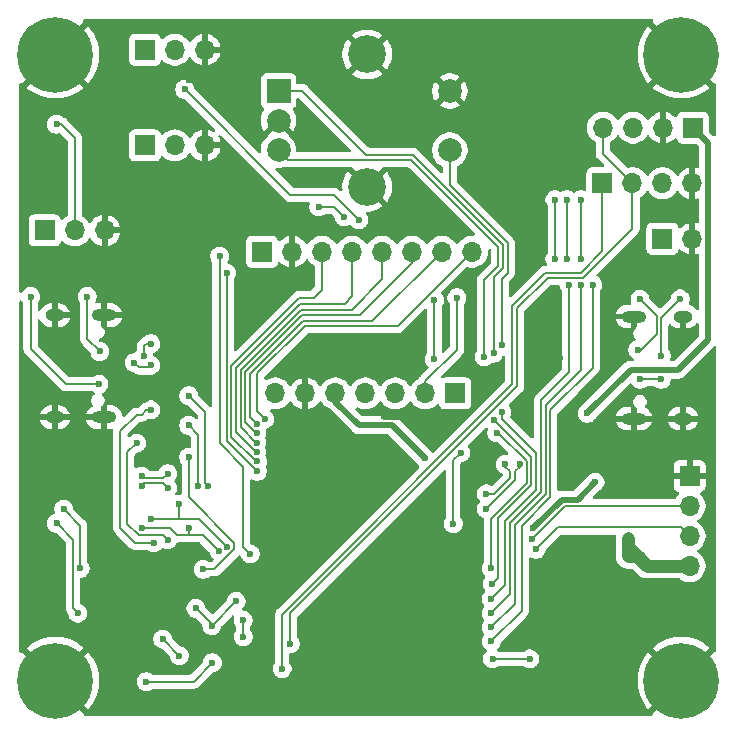
<source format=gbr>
%TF.GenerationSoftware,KiCad,Pcbnew,9.0.6*%
%TF.CreationDate,2025-12-12T18:11:39+01:00*%
%TF.ProjectId,PCB,5043422e-6b69-4636-9164-5f7063625858,rev?*%
%TF.SameCoordinates,Original*%
%TF.FileFunction,Copper,L2,Bot*%
%TF.FilePolarity,Positive*%
%FSLAX46Y46*%
G04 Gerber Fmt 4.6, Leading zero omitted, Abs format (unit mm)*
G04 Created by KiCad (PCBNEW 9.0.6) date 2025-12-12 18:11:39*
%MOMM*%
%LPD*%
G01*
G04 APERTURE LIST*
%TA.AperFunction,ComponentPad*%
%ADD10R,1.700000X1.700000*%
%TD*%
%TA.AperFunction,ComponentPad*%
%ADD11O,1.700000X1.700000*%
%TD*%
%TA.AperFunction,ComponentPad*%
%ADD12C,6.400000*%
%TD*%
%TA.AperFunction,HeatsinkPad*%
%ADD13O,2.100000X1.000000*%
%TD*%
%TA.AperFunction,HeatsinkPad*%
%ADD14O,1.600000X1.000000*%
%TD*%
%TA.AperFunction,ComponentPad*%
%ADD15R,2.000000X2.000000*%
%TD*%
%TA.AperFunction,ComponentPad*%
%ADD16C,2.000000*%
%TD*%
%TA.AperFunction,ComponentPad*%
%ADD17C,3.200000*%
%TD*%
%TA.AperFunction,HeatsinkPad*%
%ADD18C,0.600000*%
%TD*%
%TA.AperFunction,ViaPad*%
%ADD19C,0.600000*%
%TD*%
%TA.AperFunction,Conductor*%
%ADD20C,0.200000*%
%TD*%
%TA.AperFunction,Conductor*%
%ADD21C,0.500000*%
%TD*%
%TA.AperFunction,Conductor*%
%ADD22C,1.100000*%
%TD*%
%TA.AperFunction,Conductor*%
%ADD23C,0.600000*%
%TD*%
G04 APERTURE END LIST*
D10*
%TO.P,UART1,1,Pin_1*%
%TO.N,GND*%
X193200000Y-117800000D03*
D11*
%TO.P,UART1,2,Pin_2*%
%TO.N,RX1*%
X193200000Y-120340000D03*
%TO.P,UART1,3,Pin_3*%
%TO.N,TX1*%
X193200000Y-122880000D03*
%TO.P,UART1,4,Pin_4*%
%TO.N,VCC_5V*%
X193200000Y-125420000D03*
%TD*%
D12*
%TO.P,H2,1,1*%
%TO.N,GND*%
X139500000Y-82120000D03*
%TD*%
%TO.P,H1,1,1*%
%TO.N,GND*%
X192500000Y-82120000D03*
%TD*%
D10*
%TO.P,J2,1,Pin_1*%
%TO.N,VCC_5V*%
X138600000Y-97000000D03*
D11*
%TO.P,J2,2,Pin_2*%
%TO.N,NEOPIXEL+*%
X141140000Y-97000000D03*
%TO.P,J2,3,Pin_3*%
%TO.N,GND*%
X143680000Y-97000000D03*
%TD*%
D10*
%TO.P,J4,1,Pin_1*%
%TO.N,3V3*%
X157000000Y-98800000D03*
D11*
%TO.P,J4,2,Pin_2*%
%TO.N,GND*%
X159540000Y-98800000D03*
%TO.P,J4,3,Pin_3*%
%TO.N,MOSI*%
X162080000Y-98800000D03*
%TO.P,J4,4,Pin_4*%
%TO.N,SCLK*%
X164620000Y-98800000D03*
%TO.P,J4,5,Pin_5*%
%TO.N,CS*%
X167160000Y-98800000D03*
%TO.P,J4,6,Pin_6*%
%TO.N,DC*%
X169700000Y-98800000D03*
%TO.P,J4,7,Pin_7*%
%TO.N,RST*%
X172240000Y-98800000D03*
%TO.P,J4,8,Pin_8*%
%TO.N,BLK*%
X174780000Y-98800000D03*
%TD*%
D13*
%TO.P,J3,S1,SHIELD*%
%TO.N,GND*%
X143630000Y-104180000D03*
D14*
X139450000Y-104180000D03*
D13*
X143630000Y-112820000D03*
D14*
X139450000Y-112820000D03*
%TD*%
D15*
%TO.P,SW6,A,A*%
%TO.N,ROTA*%
X158400000Y-85200000D03*
D16*
%TO.P,SW6,B,B*%
%TO.N,ROTB*%
X158400000Y-90200000D03*
%TO.P,SW6,C,C*%
%TO.N,GND*%
X158400000Y-87700000D03*
D17*
%TO.P,SW6,MP,MP*%
X165900000Y-82100000D03*
X165900000Y-93300000D03*
D16*
%TO.P,SW6,S1,S1*%
%TO.N,ROTS1*%
X172900000Y-90200000D03*
%TO.P,SW6,S2,S2*%
%TO.N,GND*%
X172900000Y-85200000D03*
%TD*%
D12*
%TO.P,H3,1,1*%
%TO.N,GND*%
X192500000Y-135120000D03*
%TD*%
D10*
%TO.P,J10,1,Pin_1*%
%TO.N,CLK*%
X147075000Y-81700000D03*
D11*
%TO.P,J10,2,Pin_2*%
%TO.N,WS*%
X149615000Y-81700000D03*
%TO.P,J10,3,Pin_3*%
%TO.N,GND*%
X152155000Y-81700000D03*
%TD*%
D13*
%TO.P,J1,S1,SHIELD*%
%TO.N,GND*%
X188470000Y-112930000D03*
D14*
X192650000Y-112930000D03*
D13*
X188470000Y-104290000D03*
D14*
X192650000Y-104290000D03*
%TD*%
D10*
%TO.P,J7,1,Pin_1*%
%TO.N,WS*%
X173360000Y-110800000D03*
D11*
%TO.P,J7,2,Pin_2*%
%TO.N,CLK*%
X170820000Y-110800000D03*
%TO.P,J7,3,Pin_3*%
%TO.N,DIN*%
X168280000Y-110800000D03*
%TO.P,J7,4,Pin_4*%
%TO.N,Net-(J7-Pin_4)*%
X165740000Y-110800000D03*
%TO.P,J7,5,Pin_5*%
%TO.N,3V3*%
X163200000Y-110800000D03*
%TO.P,J7,6,Pin_6*%
%TO.N,GND*%
X160660000Y-110800000D03*
%TO.P,J7,7,Pin_7*%
%TO.N,VCC_5V*%
X158120000Y-110800000D03*
%TD*%
D10*
%TO.P,I2C1,1,Pin_1*%
%TO.N,SDA*%
X185820000Y-93000000D03*
D11*
%TO.P,I2C1,2,Pin_2*%
%TO.N,SCL*%
X188360000Y-93000000D03*
%TO.P,I2C1,3,Pin_3*%
%TO.N,VCC_5V*%
X190900000Y-93000000D03*
%TO.P,I2C1,4,Pin_4*%
%TO.N,GND*%
X193440000Y-93000000D03*
%TD*%
D10*
%TO.P,J9,1,Pin_1*%
%TO.N,SD_MIC*%
X147075000Y-89800000D03*
D11*
%TO.P,J9,2,Pin_2*%
%TO.N,3V3*%
X149615000Y-89800000D03*
%TO.P,J9,3,Pin_3*%
%TO.N,GND*%
X152155000Y-89800000D03*
%TD*%
D10*
%TO.P,J5,1,Pin_1*%
%TO.N,VCC*%
X190900000Y-97700000D03*
D11*
%TO.P,J5,2,Pin_2*%
%TO.N,GND*%
X193440000Y-97700000D03*
%TD*%
D10*
%TO.P,J6,1,Pin_1*%
%TO.N,3V3*%
X193480000Y-88300000D03*
D11*
%TO.P,J6,2,Pin_2*%
%TO.N,GND*%
X190940000Y-88300000D03*
%TO.P,J6,3,Pin_3*%
%TO.N,SDA*%
X188400000Y-88300000D03*
%TO.P,J6,4,Pin_4*%
%TO.N,SCL*%
X185860000Y-88300000D03*
%TD*%
D18*
%TO.P,U6,41,GND*%
%TO.N,GND*%
X168895606Y-128800000D03*
X168895606Y-127400000D03*
X168195606Y-129500000D03*
X168195606Y-128100000D03*
X168195606Y-126700000D03*
X167495606Y-128800000D03*
X167495606Y-127400000D03*
X166795606Y-129500000D03*
X166795606Y-128100000D03*
X166795606Y-126700000D03*
X166095606Y-128800000D03*
X166095606Y-127400000D03*
%TD*%
D12*
%TO.P,H4,1,1*%
%TO.N,GND*%
X139500000Y-135120000D03*
%TD*%
D19*
%TO.N,GND*%
X157000000Y-89000000D03*
X138300000Y-91000000D03*
X173000000Y-137200000D03*
X143900000Y-135700000D03*
X146000000Y-97600000D03*
X154600000Y-98600000D03*
X156700000Y-92900000D03*
X169700000Y-92800000D03*
X158500000Y-101900000D03*
X157200000Y-103600000D03*
X156900000Y-101700000D03*
X160600000Y-101500000D03*
X151700000Y-93800000D03*
X149100000Y-91400000D03*
X152700000Y-91400000D03*
X150800000Y-88200000D03*
X154300000Y-83000000D03*
X154300000Y-80000000D03*
X154300000Y-84400000D03*
X154300000Y-81500000D03*
X162800000Y-84300000D03*
X153500000Y-84300000D03*
X150800000Y-84300000D03*
X148400000Y-84400000D03*
X146200000Y-84400000D03*
X146200000Y-87500000D03*
X150800000Y-87500000D03*
X148200000Y-87500000D03*
X145000000Y-90500000D03*
X145000000Y-87500000D03*
X145000000Y-91900000D03*
X145000000Y-89000000D03*
X145000000Y-84400000D03*
X145000000Y-80000000D03*
X145000000Y-81500000D03*
X145000000Y-83000000D03*
X152700000Y-79500000D03*
X146700000Y-79500000D03*
X151100000Y-79500000D03*
X149600000Y-79500000D03*
X148100000Y-79500000D03*
X153500000Y-80000000D03*
X188000000Y-116400000D03*
X189400000Y-115300000D03*
X186700000Y-115200000D03*
X189000000Y-137500000D03*
X184000000Y-137600000D03*
X176100000Y-137600000D03*
X178000000Y-135300000D03*
X194500000Y-130800000D03*
X193100000Y-129900000D03*
X194600000Y-128400000D03*
X187100000Y-131500000D03*
X185200000Y-131300000D03*
X183400000Y-131500000D03*
X183600000Y-116800000D03*
X183500000Y-118100000D03*
X173100000Y-113500000D03*
X168000000Y-115700000D03*
X144600000Y-124300000D03*
X186000000Y-100700000D03*
X184400000Y-82200000D03*
X186900000Y-82300000D03*
X178000000Y-82600000D03*
X178400000Y-88400000D03*
X158300000Y-82400000D03*
X163000000Y-82400000D03*
X162800000Y-85700000D03*
X170100000Y-86200000D03*
X169800000Y-89100000D03*
X170900000Y-94700000D03*
X168800000Y-94600000D03*
X160700000Y-92500000D03*
X157500000Y-93800000D03*
X155900000Y-92000000D03*
X159600000Y-109400000D03*
%TO.N,SDA*%
X158700000Y-134100000D03*
%TO.N,SCL*%
X159400000Y-132000000D03*
%TO.N,3V3*%
X179933272Y-122218198D03*
X184525000Y-112475000D03*
X170800000Y-116300000D03*
X185200000Y-118300000D03*
%TO.N,VCC_5V*%
X188000000Y-123800000D03*
X188000000Y-123000000D03*
X188000000Y-124600000D03*
%TO.N,EN*%
X176520000Y-133280000D03*
X150000000Y-133000000D03*
X179680000Y-133280000D03*
X148600000Y-131600000D03*
%TO.N,Net-(D1-K)*%
X150800000Y-116200000D03*
X152000000Y-125700000D03*
%TO.N,USB_P*%
X176000000Y-119310000D03*
X177600000Y-116800000D03*
%TO.N,USB_N*%
X178800000Y-116800000D03*
X176000000Y-120580000D03*
%TO.N,Net-(J1-CC1)*%
X192400000Y-102800000D03*
X190800000Y-109600000D03*
X189000000Y-109600000D03*
X190800000Y-107600000D03*
%TO.N,ROTA*%
X176470000Y-126930000D03*
X176600000Y-107400000D03*
X176622728Y-113025800D03*
%TO.N,Net-(J1-CC2)*%
X188800000Y-107096000D03*
X188997500Y-102802500D03*
%TO.N,ROTB*%
X175800000Y-107700000D03*
X176400000Y-125600000D03*
X176874199Y-114125801D03*
%TO.N,Net-(D2-A)*%
X147830331Y-123430331D03*
X147600000Y-112200000D03*
%TO.N,RX0*%
X150800000Y-122200000D03*
X152400000Y-118600000D03*
X146800000Y-122200000D03*
X153380331Y-124180331D03*
X150800000Y-111000000D03*
%TO.N,NEOPIXEL+*%
X139600000Y-88000000D03*
%TO.N,TX0*%
X154062152Y-123761853D03*
X151600000Y-118600000D03*
X150800000Y-113500000D03*
X155400000Y-131400000D03*
X147600000Y-121400000D03*
X155400000Y-130000000D03*
X150000000Y-120200000D03*
%TO.N,GND*%
X174700000Y-101300000D03*
X150400000Y-107600000D03*
X161600000Y-123800000D03*
X168500000Y-122200000D03*
X180600000Y-134800000D03*
X184200000Y-117800000D03*
X140000000Y-124600000D03*
X172600000Y-104100000D03*
X165400000Y-86400000D03*
X168400000Y-92200000D03*
X178000000Y-81800000D03*
X166400000Y-124600000D03*
X152800000Y-135400000D03*
X156600000Y-86800000D03*
X170800000Y-130200000D03*
X169300000Y-108500000D03*
X188400000Y-90600000D03*
X191000000Y-90600000D03*
X163800000Y-120800000D03*
X147600000Y-97000000D03*
X137600000Y-94600000D03*
X174200000Y-87800000D03*
X163800000Y-128400000D03*
X164200000Y-126400000D03*
X138000000Y-99400000D03*
X155600000Y-86800000D03*
X172200000Y-123600000D03*
X144400000Y-125400000D03*
X155200000Y-134400000D03*
X148400000Y-137000000D03*
X184200000Y-126400000D03*
X182200000Y-82200000D03*
X159400000Y-126200000D03*
X159400000Y-124000000D03*
X165000000Y-130800000D03*
X165600000Y-119800000D03*
X167355903Y-112744097D03*
X169800000Y-125200000D03*
X161600000Y-80800000D03*
X162000000Y-83600000D03*
X171800000Y-112500000D03*
X174700000Y-104500000D03*
X193400000Y-90600000D03*
X156400000Y-81400000D03*
X147400000Y-80000000D03*
X165800000Y-132000000D03*
X169200000Y-80600000D03*
X161200000Y-122400000D03*
X137200000Y-131000000D03*
X193200000Y-99600000D03*
X159400000Y-120400000D03*
X182200000Y-107800000D03*
X180000000Y-125600000D03*
X188200000Y-99600000D03*
X142200000Y-90600000D03*
X177600000Y-96000000D03*
X170100000Y-121100000D03*
X148800000Y-100600000D03*
X171600000Y-126200000D03*
X168000000Y-124200000D03*
X170800000Y-119800000D03*
X152800000Y-94800000D03*
X148900000Y-80000000D03*
X183200000Y-86000000D03*
X144000000Y-134000000D03*
X150400000Y-80000000D03*
X146000000Y-95600000D03*
X167200000Y-108500000D03*
X181400000Y-126400000D03*
X188800000Y-131200000D03*
X162200000Y-129600000D03*
X190800000Y-95200000D03*
X168800000Y-82800000D03*
X190400000Y-116400000D03*
X179600000Y-112200000D03*
X178900000Y-100800000D03*
X194600000Y-86000000D03*
X191200000Y-99600000D03*
X146400000Y-100600000D03*
X148400000Y-126400000D03*
X162400000Y-131600000D03*
X143200000Y-94600000D03*
X179600000Y-113800000D03*
X179600000Y-113000000D03*
X160800000Y-130400000D03*
X141000000Y-101000000D03*
X190400000Y-118800000D03*
X167200000Y-89000000D03*
X188800000Y-79600000D03*
X146000000Y-80000000D03*
X178000000Y-94200000D03*
X170200000Y-123200000D03*
X193200000Y-95400000D03*
X163000000Y-119600000D03*
X137800000Y-90200000D03*
X193200000Y-128000000D03*
X186400000Y-125800000D03*
X154600000Y-96600000D03*
X167600000Y-131000000D03*
X155200000Y-133000000D03*
X145000000Y-137200000D03*
X172200000Y-129000000D03*
X173800000Y-82800000D03*
X161600000Y-88400000D03*
X170800000Y-80800000D03*
X147000000Y-126200000D03*
X170600000Y-128200000D03*
X178400000Y-87600000D03*
X169600000Y-132000000D03*
X191000000Y-102000000D03*
X152000000Y-80000000D03*
X172200000Y-131600000D03*
X165200000Y-108500000D03*
X171200000Y-87800000D03*
X181600000Y-91400000D03*
X143600000Y-91400000D03*
X147600000Y-133400000D03*
X158600000Y-81000000D03*
X177400000Y-136600000D03*
X180200000Y-90000000D03*
%TO.N,Net-(D7-A)*%
X146400000Y-115000000D03*
X149000000Y-123200000D03*
%TO.N,in_USB_D+*%
X147600000Y-106600000D03*
X147000000Y-107600000D03*
%TO.N,Net-(J3-CC2)*%
X137400000Y-102600000D03*
X143200000Y-110000000D03*
%TO.N,in_USB_D-*%
X146200000Y-108200000D03*
X147600000Y-108400000D03*
%TO.N,Net-(J3-CC1)*%
X142200000Y-102600000D03*
X143250000Y-107250000D03*
%TO.N,CS*%
X156534740Y-114958818D03*
%TO.N,BOOT*%
X152800000Y-133600000D03*
X151400000Y-129000000D03*
X154800000Y-128400000D03*
X147200000Y-135200000D03*
X152750000Y-130450000D03*
%TO.N,RST*%
X156547017Y-113358949D03*
%TO.N,DC*%
X156532488Y-114158819D03*
%TO.N,SCLK*%
X156534364Y-115758820D03*
%TO.N,BLK*%
X157248079Y-112973571D03*
%TO.N,MOSI*%
X156615832Y-116554663D03*
%TO.N,CLK*%
X165200000Y-96100000D03*
X150450000Y-85050000D03*
X173500000Y-102700000D03*
%TO.N,WS*%
X173200000Y-121850000D03*
X171600000Y-107900000D03*
X171600000Y-102900000D03*
X163950000Y-95850000D03*
X161800000Y-95000000D03*
X173812528Y-115835999D03*
%TO.N,SD_MIC*%
X156000000Y-124390000D03*
X153424265Y-99175735D03*
%TO.N,RTS*%
X141400000Y-129400000D03*
X139600000Y-121800000D03*
%TO.N,DTR*%
X141600000Y-125600000D03*
X140200000Y-120600000D03*
%TO.N,NEOPIXEL*%
X154000000Y-100600000D03*
X156600000Y-117400000D03*
%TO.N,BTN1*%
X176400000Y-131800000D03*
X185000000Y-101600000D03*
X184000000Y-94400000D03*
X184000000Y-99400000D03*
%TO.N,BTN2*%
X182800000Y-94400000D03*
X182800000Y-99400000D03*
X184000000Y-101600000D03*
X176400000Y-130600000D03*
%TO.N,BTN3*%
X181800000Y-94400000D03*
X183000000Y-101600000D03*
X176400000Y-129400000D03*
X181800000Y-99400000D03*
%TO.N,ROTS1*%
X176400000Y-128200000D03*
X177300000Y-112400000D03*
X177300000Y-106700000D03*
%TO.N,USB_D-*%
X146800000Y-117800000D03*
X149000000Y-117600000D03*
%TO.N,USB_D+*%
X149000000Y-118800000D03*
X146800000Y-118600000D03*
%TO.N,RX1*%
X179880000Y-123120000D03*
%TO.N,TX1*%
X180200000Y-124000000D03*
%TD*%
D20*
%TO.N,CLK*%
X163100000Y-94000000D02*
X165200000Y-96100000D01*
X150450000Y-85050000D02*
X159400000Y-94000000D01*
X159400000Y-94000000D02*
X163100000Y-94000000D01*
D21*
%TO.N,3V3*%
X165200000Y-113500000D02*
X163200000Y-111500000D01*
X168000000Y-113500000D02*
X165200000Y-113500000D01*
X170800000Y-116300000D02*
X168000000Y-113500000D01*
X163200000Y-111500000D02*
X163200000Y-110800000D01*
D20*
%TO.N,SDA*%
X184000000Y-100600000D02*
X185820000Y-98780000D01*
X185820000Y-98780000D02*
X185820000Y-93000000D01*
X178200000Y-103400000D02*
X181000000Y-100600000D01*
X178200000Y-110032900D02*
X178200000Y-103400000D01*
X158700000Y-129532900D02*
X178200000Y-110032900D01*
X158700000Y-134100000D02*
X158700000Y-129532900D01*
X181000000Y-100600000D02*
X184000000Y-100600000D01*
%TO.N,SCL*%
X188360000Y-93000000D02*
X185860000Y-90500000D01*
X159400000Y-129400000D02*
X178600000Y-110200000D01*
X184200000Y-101000000D02*
X188360000Y-96840000D01*
X159400000Y-132000000D02*
X159400000Y-129400000D01*
X178600000Y-110200000D02*
X178600000Y-103600000D01*
X178600000Y-103600000D02*
X181200000Y-101000000D01*
X181200000Y-101000000D02*
X184200000Y-101000000D01*
X188360000Y-96840000D02*
X188360000Y-93000000D01*
X185860000Y-90500000D02*
X185860000Y-88300000D01*
X188200000Y-93000000D02*
X188360000Y-93000000D01*
D21*
%TO.N,3V3*%
X194741000Y-89561000D02*
X193480000Y-88300000D01*
X184525000Y-112475000D02*
X188200000Y-108800000D01*
X179933272Y-122218198D02*
X182362470Y-119789000D01*
X182362470Y-119789000D02*
X183711000Y-119789000D01*
X188200000Y-108800000D02*
X192200000Y-108800000D01*
X194741000Y-106259000D02*
X194741000Y-89561000D01*
X192200000Y-108800000D02*
X194741000Y-106259000D01*
X183711000Y-119789000D02*
X185200000Y-118300000D01*
D22*
%TO.N,VCC_5V*%
X188000000Y-124600000D02*
X188800000Y-124600000D01*
X188800000Y-124600000D02*
X189600000Y-125400000D01*
X188000000Y-124600000D02*
X188000000Y-123000000D01*
X188000000Y-123800000D02*
X189600000Y-125400000D01*
X188000000Y-123000000D02*
X188000000Y-123800000D01*
X193180000Y-125400000D02*
X193200000Y-125420000D01*
X189600000Y-125400000D02*
X193180000Y-125400000D01*
D20*
%TO.N,EN*%
X179680000Y-133280000D02*
X176520000Y-133280000D01*
X148600000Y-131600000D02*
X150000000Y-133000000D01*
%TO.N,Net-(D1-K)*%
X154663152Y-124010796D02*
X154663152Y-123463152D01*
X150800000Y-119600000D02*
X150800000Y-116200000D01*
X154663152Y-123463152D02*
X150800000Y-119600000D01*
X152000000Y-125700000D02*
X152973948Y-125700000D01*
X152973948Y-125700000D02*
X154663152Y-124010796D01*
%TO.N,USB_P*%
X177975000Y-117968603D02*
X176633603Y-119310000D01*
X177600000Y-117000000D02*
X177975000Y-117375000D01*
X177600000Y-116800000D02*
X177600000Y-117000000D01*
X176633603Y-119310000D02*
X176000000Y-119310000D01*
X177975000Y-117375000D02*
X177975000Y-117968603D01*
%TO.N,USB_N*%
X178800000Y-116800000D02*
X178800000Y-117000000D01*
X178800000Y-117000000D02*
X178425000Y-117375000D01*
X178425000Y-118155000D02*
X176000000Y-120580000D01*
X178425000Y-117375000D02*
X178425000Y-118155000D01*
%TO.N,Net-(J1-CC1)*%
X190800000Y-104400000D02*
X192400000Y-102800000D01*
X189000000Y-109600000D02*
X190800000Y-109600000D01*
X190800000Y-107600000D02*
X190800000Y-104400000D01*
%TO.N,ROTA*%
X176622728Y-113025800D02*
X179802000Y-116205072D01*
X177401000Y-98233900D02*
X169766100Y-90599000D01*
X179802000Y-118565100D02*
X177001000Y-121366100D01*
X177401000Y-100166100D02*
X177401000Y-98233900D01*
X169766100Y-90599000D02*
X165799000Y-90599000D01*
X165799000Y-90599000D02*
X160400000Y-85200000D01*
X176600000Y-100967100D02*
X177401000Y-100166100D01*
X177001000Y-121366100D02*
X177001000Y-126399000D01*
X176600000Y-107400000D02*
X176600000Y-100967100D01*
X160400000Y-85200000D02*
X158400000Y-85200000D01*
X177001000Y-126399000D02*
X176470000Y-126930000D01*
X179802000Y-116205072D02*
X179802000Y-118565100D01*
%TO.N,Net-(J1-CC2)*%
X190400000Y-105800000D02*
X189104000Y-107096000D01*
X189104000Y-107096000D02*
X188800000Y-107096000D01*
X188997500Y-102802500D02*
X190400000Y-104205000D01*
X190400000Y-104205000D02*
X190400000Y-105800000D01*
%TO.N,ROTB*%
X169600000Y-91000000D02*
X159200000Y-91000000D01*
X176874199Y-114125801D02*
X176975801Y-114125801D01*
X177000000Y-98400000D02*
X169600000Y-91000000D01*
X177000000Y-100000000D02*
X177000000Y-98400000D01*
X159200000Y-91000000D02*
X158400000Y-90200000D01*
X179401000Y-118399000D02*
X176400000Y-121400000D01*
X176975801Y-114125801D02*
X179401000Y-116551000D01*
X179401000Y-116551000D02*
X179401000Y-118399000D01*
X176400000Y-121400000D02*
X176400000Y-125600000D01*
X175800000Y-101200000D02*
X177000000Y-100000000D01*
X175800000Y-107700000D02*
X175800000Y-101200000D01*
%TO.N,Net-(D2-A)*%
X147200000Y-112200000D02*
X146800000Y-112600000D01*
X146400000Y-112600000D02*
X145000000Y-114000000D01*
X146230331Y-123430331D02*
X147830331Y-123430331D01*
X146800000Y-112600000D02*
X146400000Y-112600000D01*
X147600000Y-112200000D02*
X147200000Y-112200000D01*
X145000000Y-114000000D02*
X145000000Y-122200000D01*
X145000000Y-122200000D02*
X146230331Y-123430331D01*
%TO.N,RX0*%
X150800000Y-122200000D02*
X150800000Y-122800000D01*
X151200000Y-122800000D02*
X152000000Y-122800000D01*
X152200000Y-118400000D02*
X152400000Y-118600000D01*
X152000000Y-122800000D02*
X153380331Y-124180331D01*
X149800000Y-122800000D02*
X151200000Y-122800000D01*
X146800000Y-122200000D02*
X149200000Y-122200000D01*
X150800000Y-122800000D02*
X151200000Y-122800000D01*
X152200000Y-112400000D02*
X152200000Y-115000000D01*
X149200000Y-122200000D02*
X149800000Y-122800000D01*
X150800000Y-111000000D02*
X152200000Y-112400000D01*
X152200000Y-115000000D02*
X152200000Y-118400000D01*
%TO.N,NEOPIXEL+*%
X140000000Y-88000000D02*
X139600000Y-88000000D01*
X141140000Y-97000000D02*
X141140000Y-89140000D01*
X141140000Y-89140000D02*
X140400000Y-88400000D01*
X140400000Y-88400000D02*
X140000000Y-88000000D01*
%TO.N,TX0*%
X151700299Y-121400000D02*
X154062152Y-123761853D01*
X155400000Y-131400000D02*
X155400000Y-130000000D01*
X151600000Y-114300000D02*
X150800000Y-113500000D01*
X150000000Y-120200000D02*
X150000000Y-121400000D01*
X147600000Y-121400000D02*
X150000000Y-121400000D01*
X151600000Y-118600000D02*
X151600000Y-114300000D01*
X150000000Y-121400000D02*
X151700299Y-121400000D01*
D23*
%TO.N,GND*%
X169255903Y-112744097D02*
X169500000Y-112500000D01*
X167355903Y-112744097D02*
X169255903Y-112744097D01*
X169500000Y-112500000D02*
X171800000Y-112500000D01*
D20*
%TO.N,Net-(D7-A)*%
X148629331Y-122829331D02*
X149000000Y-123200000D01*
X146400000Y-115000000D02*
X145600000Y-115800000D01*
X145600000Y-115800000D02*
X145600000Y-121849943D01*
X146579388Y-122829331D02*
X148629331Y-122829331D01*
X145600000Y-121849943D02*
X146579388Y-122829331D01*
%TO.N,in_USB_D+*%
X147200000Y-106600000D02*
X147600000Y-106600000D01*
X147000000Y-107600000D02*
X147000000Y-106800000D01*
X147000000Y-106800000D02*
X147200000Y-106600000D01*
%TO.N,Net-(J3-CC2)*%
X140400000Y-110000000D02*
X143200000Y-110000000D01*
X137400000Y-107000000D02*
X140400000Y-110000000D01*
X137400000Y-102600000D02*
X137400000Y-107000000D01*
%TO.N,in_USB_D-*%
X147600000Y-108400000D02*
X147400000Y-108600000D01*
X147400000Y-108600000D02*
X146600000Y-108600000D01*
X146600000Y-108600000D02*
X146200000Y-108200000D01*
%TO.N,Net-(J3-CC1)*%
X142200000Y-106200000D02*
X142200000Y-102600000D01*
X143250000Y-107250000D02*
X142200000Y-106200000D01*
%TO.N,CS*%
X156534740Y-114958818D02*
X156482544Y-114958818D01*
X156482544Y-114958818D02*
X155197000Y-113673274D01*
X164600000Y-103700000D02*
X167160000Y-101140000D01*
X155197000Y-113673274D02*
X155197000Y-108801700D01*
X167160000Y-101140000D02*
X167160000Y-98800000D01*
X160298700Y-103700000D02*
X164600000Y-103700000D01*
X155197000Y-108801700D02*
X160298700Y-103700000D01*
%TO.N,BOOT*%
X154800000Y-128400000D02*
X152750000Y-130450000D01*
X152750000Y-130450000D02*
X152750000Y-130350000D01*
X152750000Y-130350000D02*
X151400000Y-129000000D01*
X147200000Y-135200000D02*
X151200000Y-135200000D01*
X151200000Y-135200000D02*
X152800000Y-133600000D01*
%TO.N,RST*%
X155999000Y-112810932D02*
X155999000Y-109133900D01*
X155999000Y-109133900D02*
X160432900Y-104700000D01*
X166340000Y-104700000D02*
X172240000Y-98800000D01*
X156547017Y-113358949D02*
X155999000Y-112810932D01*
X160432900Y-104700000D02*
X166340000Y-104700000D01*
%TO.N,DC*%
X156532488Y-114158819D02*
X156496944Y-114158819D01*
X165300000Y-104200000D02*
X169700000Y-99800000D01*
X155598000Y-113259875D02*
X155598000Y-108967800D01*
X160365800Y-104200000D02*
X165300000Y-104200000D01*
X155598000Y-108967800D02*
X160365800Y-104200000D01*
X169700000Y-99800000D02*
X169700000Y-98800000D01*
X156496944Y-114158819D02*
X155598000Y-113259875D01*
%TO.N,SCLK*%
X156534364Y-115758820D02*
X156484799Y-115758820D01*
X164620000Y-102580000D02*
X164620000Y-98800000D01*
X154796000Y-114070021D02*
X154796000Y-108635600D01*
X160231600Y-103200000D02*
X164000000Y-103200000D01*
X156484799Y-115758820D02*
X154796000Y-114070021D01*
X164000000Y-103200000D02*
X164620000Y-102580000D01*
X154796000Y-108635600D02*
X160231600Y-103200000D01*
%TO.N,BLK*%
X168480000Y-105100000D02*
X174780000Y-98800000D01*
X156600000Y-109100000D02*
X160600000Y-105100000D01*
X157248079Y-112973571D02*
X156600000Y-112325492D01*
X160600000Y-105100000D02*
X168480000Y-105100000D01*
X156600000Y-112325492D02*
X156600000Y-109100000D01*
%TO.N,MOSI*%
X156615832Y-116554663D02*
X156480264Y-116554663D01*
X154395000Y-114469399D02*
X154395000Y-108469500D01*
X156480264Y-116554663D02*
X154395000Y-114469399D01*
X154395000Y-108469500D02*
X160164500Y-102700000D01*
X160164500Y-102700000D02*
X161400000Y-102700000D01*
X161400000Y-102700000D02*
X162080000Y-102020000D01*
X162080000Y-102020000D02*
X162080000Y-98800000D01*
%TO.N,CLK*%
X173500000Y-102700000D02*
X173500000Y-107100000D01*
X173500000Y-107100000D02*
X170820000Y-109780000D01*
X170820000Y-109780000D02*
X170820000Y-110800000D01*
%TO.N,WS*%
X163100000Y-95000000D02*
X161800000Y-95000000D01*
X171600000Y-107900000D02*
X171600000Y-102900000D01*
X173729617Y-115918913D02*
X173200000Y-116448530D01*
X163950000Y-95850000D02*
X163100000Y-95000000D01*
X173812528Y-115835999D02*
X173729617Y-115918910D01*
X173200000Y-116448530D02*
X173200000Y-121850000D01*
X173729617Y-115918910D02*
X173729617Y-115918913D01*
%TO.N,SD_MIC*%
X153400000Y-99200000D02*
X153400000Y-115000000D01*
X155990000Y-124390000D02*
X156000000Y-124390000D01*
X155400000Y-123800000D02*
X155990000Y-124390000D01*
X155400000Y-117000000D02*
X155400000Y-123800000D01*
X153400000Y-115000000D02*
X155400000Y-117000000D01*
X153424265Y-99175735D02*
X153400000Y-99200000D01*
%TO.N,RTS*%
X141400000Y-129400000D02*
X141000000Y-129000000D01*
X141000000Y-129000000D02*
X141000000Y-123200000D01*
X141000000Y-123200000D02*
X139600000Y-121800000D01*
%TO.N,DTR*%
X141600000Y-122000000D02*
X141600000Y-125600000D01*
X140200000Y-120600000D02*
X141600000Y-122000000D01*
%TO.N,NEOPIXEL*%
X154000000Y-100600000D02*
X154000000Y-108065800D01*
X154000000Y-114767100D02*
X154000000Y-114800000D01*
X154000000Y-108065800D02*
X153994000Y-108071800D01*
X153994000Y-114761100D02*
X154000000Y-114767100D01*
X153994000Y-108071800D02*
X153994000Y-114761100D01*
X154000000Y-114800000D02*
X156600000Y-117400000D01*
%TO.N,BTN1*%
X179000000Y-129200000D02*
X176400000Y-131800000D01*
X185000000Y-108648530D02*
X181406000Y-112242530D01*
X181406000Y-119594000D02*
X179000000Y-122000000D01*
X181406000Y-112242530D02*
X181406000Y-119594000D01*
X185000000Y-101600000D02*
X185000000Y-108648530D01*
X179000000Y-122000000D02*
X179000000Y-129200000D01*
X184000000Y-99400000D02*
X184000000Y-94400000D01*
%TO.N,BTN2*%
X178402000Y-121932200D02*
X178402000Y-128598000D01*
X182800000Y-99400000D02*
X182800000Y-94400000D01*
X184000000Y-108800000D02*
X181005000Y-111795000D01*
X181005000Y-119329200D02*
X178402000Y-121932200D01*
X181005000Y-111795000D02*
X181005000Y-119329200D01*
X178402000Y-128598000D02*
X176400000Y-130600000D01*
X184000000Y-101600000D02*
X184000000Y-108800000D01*
%TO.N,BTN3*%
X180604000Y-119163100D02*
X178001000Y-121766100D01*
X180604000Y-111396000D02*
X180604000Y-119163100D01*
X181800000Y-99400000D02*
X181800000Y-94400000D01*
X178001000Y-127799000D02*
X176400000Y-129400000D01*
X178001000Y-121766100D02*
X178001000Y-127799000D01*
X183000000Y-109000000D02*
X180604000Y-111396000D01*
X183000000Y-101600000D02*
X183000000Y-109000000D01*
%TO.N,ROTS1*%
X177300000Y-112400000D02*
X177300000Y-112932900D01*
X177800000Y-100334200D02*
X177802000Y-100332200D01*
X177800000Y-100600000D02*
X177800000Y-100334200D01*
X180203000Y-118997000D02*
X177600000Y-121600000D01*
X177300000Y-101100000D02*
X177800000Y-100600000D01*
X177802000Y-100332200D02*
X177802000Y-98067800D01*
X177600000Y-121600000D02*
X177600000Y-127000000D01*
X177600000Y-127000000D02*
X176400000Y-128200000D01*
X177300000Y-112932900D02*
X180203000Y-115835900D01*
X177300000Y-106700000D02*
X177300000Y-101100000D01*
X177802000Y-98067800D02*
X172900000Y-93165800D01*
X172900000Y-93165800D02*
X172900000Y-90200000D01*
X180203000Y-115835900D02*
X180203000Y-118997000D01*
%TO.N,USB_D-*%
X148625000Y-117975000D02*
X147000000Y-117975000D01*
X147000000Y-117975000D02*
X146975000Y-117975000D01*
X146975000Y-117975000D02*
X146800000Y-117800000D01*
X149000000Y-117600000D02*
X148625000Y-117975000D01*
%TO.N,USB_D+*%
X147000000Y-118425000D02*
X146975000Y-118425000D01*
X149000000Y-118800000D02*
X148625000Y-118425000D01*
X148625000Y-118425000D02*
X147000000Y-118425000D01*
X146975000Y-118425000D02*
X146800000Y-118600000D01*
%TO.N,RX1*%
X182660000Y-120340000D02*
X193200000Y-120340000D01*
X179880000Y-123120000D02*
X182660000Y-120340000D01*
%TO.N,TX1*%
X182051000Y-122149000D02*
X192469000Y-122149000D01*
X192469000Y-122149000D02*
X193200000Y-122880000D01*
X180200000Y-124000000D02*
X182051000Y-122149000D01*
%TD*%
%TA.AperFunction,Conductor*%
%TO.N,GND*%
G36*
X193690000Y-94327230D02*
G01*
X193756125Y-94316758D01*
X193828181Y-94293345D01*
X193898022Y-94291349D01*
X193957855Y-94327429D01*
X193988684Y-94390130D01*
X193990500Y-94411276D01*
X193990500Y-96288723D01*
X193970815Y-96355762D01*
X193918011Y-96401517D01*
X193848853Y-96411461D01*
X193828183Y-96406654D01*
X193756125Y-96383241D01*
X193690000Y-96372768D01*
X193690000Y-97266988D01*
X193632993Y-97234075D01*
X193505826Y-97200000D01*
X193374174Y-97200000D01*
X193247007Y-97234075D01*
X193190000Y-97266988D01*
X193190000Y-96372768D01*
X193189999Y-96372768D01*
X193123875Y-96383241D01*
X192921784Y-96448903D01*
X192732442Y-96545379D01*
X192560541Y-96670271D01*
X192446865Y-96783947D01*
X192385542Y-96817431D01*
X192315850Y-96812447D01*
X192259917Y-96770575D01*
X192243002Y-96739598D01*
X192193797Y-96607671D01*
X192193793Y-96607664D01*
X192107547Y-96492455D01*
X192107544Y-96492452D01*
X191992335Y-96406206D01*
X191992328Y-96406202D01*
X191857482Y-96355908D01*
X191857483Y-96355908D01*
X191797883Y-96349501D01*
X191797881Y-96349500D01*
X191797873Y-96349500D01*
X191797864Y-96349500D01*
X190002129Y-96349500D01*
X190002123Y-96349501D01*
X189942516Y-96355908D01*
X189807671Y-96406202D01*
X189807664Y-96406206D01*
X189692455Y-96492452D01*
X189692452Y-96492455D01*
X189606206Y-96607664D01*
X189606202Y-96607671D01*
X189555908Y-96742517D01*
X189549501Y-96802116D01*
X189549500Y-96802135D01*
X189549500Y-98597870D01*
X189549501Y-98597876D01*
X189555908Y-98657483D01*
X189606202Y-98792328D01*
X189606206Y-98792335D01*
X189692452Y-98907544D01*
X189692455Y-98907547D01*
X189807664Y-98993793D01*
X189807671Y-98993797D01*
X189942517Y-99044091D01*
X189942516Y-99044091D01*
X189949444Y-99044835D01*
X190002127Y-99050500D01*
X191797872Y-99050499D01*
X191857483Y-99044091D01*
X191992331Y-98993796D01*
X192107546Y-98907546D01*
X192193796Y-98792331D01*
X192243002Y-98660401D01*
X192284872Y-98604468D01*
X192350337Y-98580050D01*
X192418610Y-98594901D01*
X192446865Y-98616053D01*
X192560535Y-98729723D01*
X192560540Y-98729727D01*
X192732442Y-98854620D01*
X192921782Y-98951095D01*
X193123871Y-99016757D01*
X193190000Y-99027231D01*
X193190000Y-98133012D01*
X193247007Y-98165925D01*
X193374174Y-98200000D01*
X193505826Y-98200000D01*
X193632993Y-98165925D01*
X193690000Y-98133012D01*
X193690000Y-99027230D01*
X193756125Y-99016758D01*
X193828181Y-98993345D01*
X193898022Y-98991349D01*
X193957855Y-99027429D01*
X193988684Y-99090130D01*
X193990500Y-99111276D01*
X193990500Y-103638491D01*
X193970815Y-103705530D01*
X193918011Y-103751285D01*
X193848853Y-103761229D01*
X193785297Y-103732204D01*
X193763398Y-103707382D01*
X193726751Y-103652537D01*
X193726748Y-103652533D01*
X193587466Y-103513251D01*
X193587462Y-103513248D01*
X193423684Y-103403814D01*
X193423671Y-103403807D01*
X193241693Y-103328430D01*
X193241684Y-103328427D01*
X193210538Y-103322232D01*
X193148627Y-103289846D01*
X193114054Y-103229130D01*
X193117795Y-103159360D01*
X193120163Y-103153178D01*
X193169737Y-103033497D01*
X193200500Y-102878842D01*
X193200500Y-102721158D01*
X193200500Y-102721155D01*
X193200499Y-102721153D01*
X193169737Y-102566503D01*
X193150955Y-102521158D01*
X193109397Y-102420827D01*
X193109390Y-102420814D01*
X193021789Y-102289711D01*
X193021786Y-102289707D01*
X192910292Y-102178213D01*
X192910288Y-102178210D01*
X192779185Y-102090609D01*
X192779172Y-102090602D01*
X192633501Y-102030264D01*
X192633489Y-102030261D01*
X192478845Y-101999500D01*
X192478842Y-101999500D01*
X192321158Y-101999500D01*
X192321155Y-101999500D01*
X192166510Y-102030261D01*
X192166498Y-102030264D01*
X192020827Y-102090602D01*
X192020814Y-102090609D01*
X191889711Y-102178210D01*
X191889707Y-102178213D01*
X191778213Y-102289707D01*
X191778210Y-102289711D01*
X191690609Y-102420814D01*
X191690602Y-102420827D01*
X191630264Y-102566498D01*
X191630261Y-102566508D01*
X191599362Y-102721848D01*
X191566977Y-102783759D01*
X191565426Y-102785337D01*
X190785181Y-103565583D01*
X190723858Y-103599068D01*
X190654167Y-103594084D01*
X190609819Y-103565583D01*
X189832073Y-102787837D01*
X189798588Y-102726514D01*
X189798137Y-102724347D01*
X189787738Y-102672068D01*
X189767237Y-102569003D01*
X189766204Y-102566508D01*
X189706897Y-102423327D01*
X189706890Y-102423314D01*
X189619289Y-102292211D01*
X189619286Y-102292207D01*
X189507792Y-102180713D01*
X189507788Y-102180710D01*
X189376685Y-102093109D01*
X189376672Y-102093102D01*
X189231001Y-102032764D01*
X189230989Y-102032761D01*
X189076345Y-102002000D01*
X189076342Y-102002000D01*
X188918658Y-102002000D01*
X188918655Y-102002000D01*
X188764010Y-102032761D01*
X188763998Y-102032764D01*
X188618327Y-102093102D01*
X188618314Y-102093109D01*
X188487211Y-102180710D01*
X188487207Y-102180713D01*
X188375713Y-102292207D01*
X188375710Y-102292211D01*
X188288109Y-102423314D01*
X188288102Y-102423327D01*
X188227764Y-102568998D01*
X188227761Y-102569010D01*
X188197000Y-102723653D01*
X188197000Y-102881346D01*
X188227761Y-103035989D01*
X188227764Y-103036001D01*
X188261956Y-103118548D01*
X188269425Y-103188017D01*
X188238149Y-103250496D01*
X188178060Y-103286148D01*
X188147395Y-103290000D01*
X187821504Y-103290000D01*
X187628318Y-103328427D01*
X187628306Y-103328430D01*
X187446328Y-103403807D01*
X187446315Y-103403814D01*
X187282537Y-103513248D01*
X187282533Y-103513251D01*
X187143251Y-103652533D01*
X187143248Y-103652537D01*
X187033814Y-103816315D01*
X187033807Y-103816328D01*
X186958430Y-103998307D01*
X186958430Y-103998309D01*
X186950138Y-104040000D01*
X187753012Y-104040000D01*
X187735795Y-104049940D01*
X187679940Y-104105795D01*
X187640444Y-104174204D01*
X187620000Y-104250504D01*
X187620000Y-104329496D01*
X187640444Y-104405796D01*
X187679940Y-104474205D01*
X187735795Y-104530060D01*
X187753012Y-104540000D01*
X186950138Y-104540000D01*
X186958430Y-104581690D01*
X186958430Y-104581692D01*
X187033807Y-104763671D01*
X187033814Y-104763684D01*
X187143248Y-104927462D01*
X187143251Y-104927466D01*
X187282533Y-105066748D01*
X187282537Y-105066751D01*
X187446315Y-105176185D01*
X187446328Y-105176192D01*
X187628306Y-105251569D01*
X187628318Y-105251572D01*
X187821504Y-105289999D01*
X187821508Y-105290000D01*
X188220000Y-105290000D01*
X188220000Y-104590000D01*
X188720000Y-104590000D01*
X188720000Y-105145536D01*
X188700315Y-105212575D01*
X188658002Y-105252922D01*
X188646638Y-105259483D01*
X188646632Y-105259487D01*
X188539487Y-105366632D01*
X188539485Y-105366635D01*
X188463719Y-105497863D01*
X188424500Y-105644234D01*
X188424500Y-105795765D01*
X188463719Y-105942136D01*
X188488150Y-105984451D01*
X188539485Y-106073365D01*
X188539487Y-106073367D01*
X188595000Y-106128880D01*
X188628485Y-106190203D01*
X188623501Y-106259895D01*
X188581629Y-106315828D01*
X188554771Y-106331122D01*
X188420827Y-106386602D01*
X188420814Y-106386609D01*
X188289711Y-106474210D01*
X188289707Y-106474213D01*
X188178213Y-106585707D01*
X188178210Y-106585711D01*
X188090609Y-106716814D01*
X188090602Y-106716827D01*
X188030264Y-106862498D01*
X188030261Y-106862510D01*
X187999500Y-107017153D01*
X187999500Y-107174846D01*
X188030261Y-107329489D01*
X188030264Y-107329501D01*
X188090602Y-107475172D01*
X188090609Y-107475185D01*
X188178210Y-107606288D01*
X188178213Y-107606292D01*
X188289707Y-107717786D01*
X188289711Y-107717789D01*
X188420814Y-107805390D01*
X188420821Y-107805394D01*
X188434206Y-107810938D01*
X188488610Y-107854779D01*
X188510676Y-107921073D01*
X188493398Y-107988772D01*
X188442261Y-108036383D01*
X188386755Y-108049500D01*
X188126080Y-108049500D01*
X187981092Y-108078340D01*
X187981082Y-108078343D01*
X187844508Y-108134914D01*
X187844505Y-108134915D01*
X187844505Y-108134916D01*
X187807597Y-108159577D01*
X187807596Y-108159576D01*
X187721585Y-108217046D01*
X187721578Y-108217052D01*
X184209703Y-111728927D01*
X184169480Y-111755805D01*
X184145819Y-111765606D01*
X184145818Y-111765607D01*
X184014715Y-111853207D01*
X184014707Y-111853213D01*
X183903213Y-111964707D01*
X183903210Y-111964711D01*
X183815609Y-112095814D01*
X183815602Y-112095827D01*
X183755264Y-112241498D01*
X183755261Y-112241510D01*
X183724500Y-112396153D01*
X183724500Y-112553846D01*
X183755261Y-112708489D01*
X183755264Y-112708501D01*
X183815602Y-112854172D01*
X183815609Y-112854185D01*
X183903210Y-112985288D01*
X183903213Y-112985292D01*
X184014707Y-113096786D01*
X184014711Y-113096789D01*
X184145814Y-113184390D01*
X184145827Y-113184397D01*
X184255924Y-113230000D01*
X184291503Y-113244737D01*
X184400963Y-113266510D01*
X184446153Y-113275499D01*
X184446156Y-113275500D01*
X184446158Y-113275500D01*
X184603844Y-113275500D01*
X184603845Y-113275499D01*
X184758497Y-113244737D01*
X184904179Y-113184394D01*
X185035289Y-113096789D01*
X185051558Y-113080520D01*
X185073091Y-113058988D01*
X185146786Y-112985292D01*
X185146789Y-112985289D01*
X185156579Y-112970637D01*
X185234394Y-112854179D01*
X185244191Y-112830524D01*
X185248823Y-112823591D01*
X185249921Y-112818548D01*
X185271069Y-112790297D01*
X185381366Y-112680000D01*
X186950138Y-112680000D01*
X187753012Y-112680000D01*
X187735795Y-112689940D01*
X187679940Y-112745795D01*
X187640444Y-112814204D01*
X187620000Y-112890504D01*
X187620000Y-112969496D01*
X187640444Y-113045796D01*
X187679940Y-113114205D01*
X187735795Y-113170060D01*
X187753012Y-113180000D01*
X186950138Y-113180000D01*
X186958430Y-113221690D01*
X186958430Y-113221692D01*
X187033807Y-113403671D01*
X187033814Y-113403684D01*
X187143248Y-113567462D01*
X187143251Y-113567466D01*
X187282533Y-113706748D01*
X187282537Y-113706751D01*
X187446315Y-113816185D01*
X187446328Y-113816192D01*
X187628306Y-113891569D01*
X187628318Y-113891572D01*
X187821504Y-113929999D01*
X187821508Y-113930000D01*
X188220000Y-113930000D01*
X188220000Y-113230000D01*
X188720000Y-113230000D01*
X188720000Y-113930000D01*
X189118492Y-113930000D01*
X189118495Y-113929999D01*
X189311681Y-113891572D01*
X189311693Y-113891569D01*
X189493671Y-113816192D01*
X189493684Y-113816185D01*
X189657462Y-113706751D01*
X189657466Y-113706748D01*
X189796748Y-113567466D01*
X189796751Y-113567462D01*
X189906185Y-113403684D01*
X189906192Y-113403671D01*
X189981569Y-113221692D01*
X189981569Y-113221690D01*
X189989862Y-113180000D01*
X189186988Y-113180000D01*
X189204205Y-113170060D01*
X189260060Y-113114205D01*
X189299556Y-113045796D01*
X189320000Y-112969496D01*
X189320000Y-112890504D01*
X189299556Y-112814204D01*
X189260060Y-112745795D01*
X189204205Y-112689940D01*
X189186988Y-112680000D01*
X189989862Y-112680000D01*
X191380138Y-112680000D01*
X192183012Y-112680000D01*
X192165795Y-112689940D01*
X192109940Y-112745795D01*
X192070444Y-112814204D01*
X192050000Y-112890504D01*
X192050000Y-112969496D01*
X192070444Y-113045796D01*
X192109940Y-113114205D01*
X192165795Y-113170060D01*
X192183012Y-113180000D01*
X191380138Y-113180000D01*
X191388430Y-113221690D01*
X191388430Y-113221692D01*
X191463807Y-113403671D01*
X191463814Y-113403684D01*
X191573248Y-113567462D01*
X191573251Y-113567466D01*
X191712533Y-113706748D01*
X191712537Y-113706751D01*
X191876315Y-113816185D01*
X191876328Y-113816192D01*
X192058306Y-113891569D01*
X192058318Y-113891572D01*
X192251504Y-113929999D01*
X192251508Y-113930000D01*
X192400000Y-113930000D01*
X192400000Y-113230000D01*
X192900000Y-113230000D01*
X192900000Y-113930000D01*
X193048492Y-113930000D01*
X193048495Y-113929999D01*
X193241681Y-113891572D01*
X193241693Y-113891569D01*
X193423671Y-113816192D01*
X193423684Y-113816185D01*
X193587462Y-113706751D01*
X193587466Y-113706748D01*
X193726748Y-113567466D01*
X193726751Y-113567462D01*
X193836185Y-113403684D01*
X193836192Y-113403671D01*
X193911569Y-113221692D01*
X193911569Y-113221690D01*
X193919862Y-113180000D01*
X193116988Y-113180000D01*
X193134205Y-113170060D01*
X193190060Y-113114205D01*
X193229556Y-113045796D01*
X193250000Y-112969496D01*
X193250000Y-112890504D01*
X193229556Y-112814204D01*
X193190060Y-112745795D01*
X193134205Y-112689940D01*
X193116988Y-112680000D01*
X193919862Y-112680000D01*
X193911569Y-112638309D01*
X193911569Y-112638307D01*
X193836192Y-112456328D01*
X193836185Y-112456315D01*
X193726751Y-112292537D01*
X193726748Y-112292533D01*
X193587466Y-112153251D01*
X193587462Y-112153248D01*
X193423684Y-112043814D01*
X193423671Y-112043807D01*
X193241693Y-111968430D01*
X193241681Y-111968427D01*
X193048495Y-111930000D01*
X192900000Y-111930000D01*
X192900000Y-112630000D01*
X192400000Y-112630000D01*
X192400000Y-111930000D01*
X192251504Y-111930000D01*
X192058318Y-111968427D01*
X192058306Y-111968430D01*
X191876328Y-112043807D01*
X191876315Y-112043814D01*
X191712537Y-112153248D01*
X191712533Y-112153251D01*
X191573251Y-112292533D01*
X191573248Y-112292537D01*
X191463814Y-112456315D01*
X191463807Y-112456328D01*
X191388430Y-112638307D01*
X191388430Y-112638309D01*
X191380138Y-112680000D01*
X189989862Y-112680000D01*
X189981569Y-112638309D01*
X189981569Y-112638307D01*
X189906192Y-112456328D01*
X189906185Y-112456315D01*
X189796751Y-112292537D01*
X189796748Y-112292533D01*
X189657466Y-112153251D01*
X189657462Y-112153248D01*
X189488613Y-112040426D01*
X189489568Y-112038996D01*
X189445568Y-111995777D01*
X189430105Y-111927640D01*
X189453934Y-111861960D01*
X189455702Y-111859913D01*
X189455568Y-111859811D01*
X189460507Y-111853372D01*
X189460515Y-111853365D01*
X189536281Y-111722135D01*
X189575500Y-111575766D01*
X189575500Y-111424234D01*
X189536281Y-111277865D01*
X189460515Y-111146635D01*
X189353365Y-111039485D01*
X189259582Y-110985339D01*
X189222136Y-110963719D01*
X189140820Y-110941931D01*
X189075766Y-110924500D01*
X188924234Y-110924500D01*
X188777863Y-110963719D01*
X188646635Y-111039485D01*
X188646632Y-111039487D01*
X188539487Y-111146632D01*
X188539485Y-111146635D01*
X188463719Y-111277863D01*
X188436574Y-111379172D01*
X188424500Y-111424234D01*
X188424500Y-111575766D01*
X188441825Y-111640423D01*
X188463719Y-111722136D01*
X188491201Y-111769735D01*
X188539485Y-111853365D01*
X188646635Y-111960515D01*
X188657998Y-111967075D01*
X188706213Y-112017639D01*
X188720000Y-112074463D01*
X188720000Y-112630000D01*
X188220000Y-112630000D01*
X188220000Y-111930000D01*
X187821504Y-111930000D01*
X187628318Y-111968427D01*
X187628306Y-111968430D01*
X187446328Y-112043807D01*
X187446315Y-112043814D01*
X187282537Y-112153248D01*
X187282533Y-112153251D01*
X187143251Y-112292533D01*
X187143248Y-112292537D01*
X187033814Y-112456315D01*
X187033807Y-112456328D01*
X186958430Y-112638307D01*
X186958430Y-112638309D01*
X186950138Y-112680000D01*
X185381366Y-112680000D01*
X188100287Y-109961079D01*
X188161608Y-109927596D01*
X188231300Y-109932580D01*
X188287233Y-109974452D01*
X188291068Y-109979871D01*
X188378210Y-110110288D01*
X188378213Y-110110292D01*
X188489707Y-110221786D01*
X188489711Y-110221789D01*
X188620814Y-110309390D01*
X188620827Y-110309397D01*
X188766498Y-110369735D01*
X188766503Y-110369737D01*
X188918147Y-110399901D01*
X188921153Y-110400499D01*
X188921156Y-110400500D01*
X188921158Y-110400500D01*
X189078844Y-110400500D01*
X189078845Y-110400499D01*
X189233497Y-110369737D01*
X189379179Y-110309394D01*
X189420794Y-110281588D01*
X189510875Y-110221398D01*
X189577553Y-110200520D01*
X189579766Y-110200500D01*
X190220234Y-110200500D01*
X190287273Y-110220185D01*
X190289125Y-110221398D01*
X190420814Y-110309390D01*
X190420827Y-110309397D01*
X190566498Y-110369735D01*
X190566503Y-110369737D01*
X190718147Y-110399901D01*
X190721153Y-110400499D01*
X190721156Y-110400500D01*
X190721158Y-110400500D01*
X190878844Y-110400500D01*
X190878845Y-110400499D01*
X191033497Y-110369737D01*
X191179179Y-110309394D01*
X191310289Y-110221789D01*
X191421789Y-110110289D01*
X191509394Y-109979179D01*
X191569737Y-109833497D01*
X191600500Y-109678842D01*
X191600500Y-109674500D01*
X191620185Y-109607461D01*
X191672989Y-109561706D01*
X191724500Y-109550500D01*
X192273920Y-109550500D01*
X192371462Y-109531096D01*
X192418913Y-109521658D01*
X192555495Y-109465084D01*
X192636013Y-109411284D01*
X192678416Y-109382952D01*
X193983028Y-108078340D01*
X195247819Y-106813549D01*
X195309142Y-106780064D01*
X195378834Y-106785048D01*
X195434767Y-106826920D01*
X195459184Y-106892384D01*
X195459500Y-106901230D01*
X195459500Y-132563400D01*
X195439815Y-132630439D01*
X195387011Y-132676194D01*
X195329417Y-132687251D01*
X195288319Y-132685232D01*
X193794251Y-134179301D01*
X193720412Y-134077670D01*
X193542330Y-133899588D01*
X193440698Y-133825748D01*
X194934766Y-132331679D01*
X194934765Y-132331678D01*
X194706750Y-132144551D01*
X194404480Y-131942581D01*
X194404462Y-131942570D01*
X194083869Y-131771209D01*
X194083864Y-131771207D01*
X193747997Y-131632086D01*
X193400101Y-131526553D01*
X193400090Y-131526550D01*
X193043556Y-131455632D01*
X192681766Y-131420000D01*
X192318234Y-131420000D01*
X191956443Y-131455632D01*
X191599909Y-131526550D01*
X191599898Y-131526553D01*
X191252002Y-131632086D01*
X190916135Y-131771207D01*
X190916130Y-131771209D01*
X190595537Y-131942570D01*
X190595519Y-131942581D01*
X190293258Y-132144545D01*
X190293254Y-132144548D01*
X190065233Y-132331679D01*
X190065233Y-132331680D01*
X191559301Y-133825748D01*
X191457670Y-133899588D01*
X191279588Y-134077670D01*
X191205748Y-134179301D01*
X189711680Y-132685233D01*
X189711679Y-132685233D01*
X189524548Y-132913254D01*
X189524545Y-132913258D01*
X189322581Y-133215519D01*
X189322570Y-133215537D01*
X189151209Y-133536130D01*
X189151207Y-133536135D01*
X189012086Y-133872002D01*
X188906553Y-134219898D01*
X188906550Y-134219909D01*
X188835632Y-134576443D01*
X188800000Y-134938234D01*
X188800000Y-135301765D01*
X188835632Y-135663556D01*
X188906550Y-136020090D01*
X188906553Y-136020101D01*
X189012086Y-136367997D01*
X189151207Y-136703864D01*
X189151209Y-136703869D01*
X189322570Y-137024462D01*
X189322581Y-137024480D01*
X189524551Y-137326750D01*
X189711678Y-137554765D01*
X189711679Y-137554766D01*
X191205747Y-136060697D01*
X191279588Y-136162330D01*
X191457670Y-136340412D01*
X191559301Y-136414251D01*
X190065232Y-137908319D01*
X190066430Y-137932697D01*
X190069628Y-137937391D01*
X190071499Y-138007236D01*
X190035312Y-138067005D01*
X189972557Y-138097721D01*
X189951629Y-138099500D01*
X142048370Y-138099500D01*
X141981331Y-138079815D01*
X141935576Y-138027011D01*
X141925632Y-137957853D01*
X141933140Y-137941411D01*
X141934766Y-137908319D01*
X140440698Y-136414251D01*
X140542330Y-136340412D01*
X140720412Y-136162330D01*
X140794251Y-136060698D01*
X142288319Y-137554766D01*
X142288320Y-137554765D01*
X142475447Y-137326750D01*
X142475457Y-137326736D01*
X142677418Y-137024480D01*
X142677429Y-137024462D01*
X142848790Y-136703869D01*
X142848792Y-136703864D01*
X142987913Y-136367997D01*
X143093446Y-136020101D01*
X143093449Y-136020090D01*
X143164367Y-135663556D01*
X143200000Y-135301765D01*
X143200000Y-135121153D01*
X146399500Y-135121153D01*
X146399500Y-135278846D01*
X146430261Y-135433489D01*
X146430264Y-135433501D01*
X146490602Y-135579172D01*
X146490609Y-135579185D01*
X146578210Y-135710288D01*
X146578213Y-135710292D01*
X146689707Y-135821786D01*
X146689711Y-135821789D01*
X146820814Y-135909390D01*
X146820827Y-135909397D01*
X146966498Y-135969735D01*
X146966503Y-135969737D01*
X147121153Y-136000499D01*
X147121156Y-136000500D01*
X147121158Y-136000500D01*
X147278844Y-136000500D01*
X147278845Y-136000499D01*
X147433497Y-135969737D01*
X147579179Y-135909394D01*
X147591321Y-135901281D01*
X147710875Y-135821398D01*
X147777553Y-135800520D01*
X147779766Y-135800500D01*
X151113331Y-135800500D01*
X151113347Y-135800501D01*
X151120943Y-135800501D01*
X151279054Y-135800501D01*
X151279057Y-135800501D01*
X151431785Y-135759577D01*
X151481904Y-135730639D01*
X151568716Y-135680520D01*
X151680520Y-135568716D01*
X151680520Y-135568714D01*
X151690728Y-135558507D01*
X151690729Y-135558504D01*
X152814664Y-134434571D01*
X152875985Y-134401088D01*
X152878152Y-134400637D01*
X152878841Y-134400500D01*
X152878842Y-134400500D01*
X153033497Y-134369737D01*
X153179179Y-134309394D01*
X153310289Y-134221789D01*
X153421789Y-134110289D01*
X153509394Y-133979179D01*
X153569737Y-133833497D01*
X153600500Y-133678842D01*
X153600500Y-133521158D01*
X153600500Y-133521155D01*
X153600499Y-133521153D01*
X153598338Y-133510288D01*
X153569737Y-133366503D01*
X153566564Y-133358842D01*
X153509397Y-133220827D01*
X153509390Y-133220814D01*
X153421789Y-133089711D01*
X153421786Y-133089707D01*
X153310292Y-132978213D01*
X153310288Y-132978210D01*
X153179185Y-132890609D01*
X153179172Y-132890602D01*
X153033501Y-132830264D01*
X153033489Y-132830261D01*
X152878845Y-132799500D01*
X152878842Y-132799500D01*
X152721158Y-132799500D01*
X152721155Y-132799500D01*
X152566510Y-132830261D01*
X152566498Y-132830264D01*
X152420827Y-132890602D01*
X152420814Y-132890609D01*
X152289711Y-132978210D01*
X152289707Y-132978213D01*
X152178213Y-133089707D01*
X152178210Y-133089711D01*
X152090609Y-133220814D01*
X152090602Y-133220827D01*
X152030264Y-133366498D01*
X152030261Y-133366508D01*
X151999362Y-133521848D01*
X151966977Y-133583759D01*
X151965426Y-133585337D01*
X150987584Y-134563181D01*
X150926261Y-134596666D01*
X150899903Y-134599500D01*
X147779766Y-134599500D01*
X147712727Y-134579815D01*
X147710875Y-134578602D01*
X147579185Y-134490609D01*
X147579172Y-134490602D01*
X147433501Y-134430264D01*
X147433489Y-134430261D01*
X147278845Y-134399500D01*
X147278842Y-134399500D01*
X147121158Y-134399500D01*
X147121155Y-134399500D01*
X146966510Y-134430261D01*
X146966498Y-134430264D01*
X146820827Y-134490602D01*
X146820814Y-134490609D01*
X146689711Y-134578210D01*
X146689707Y-134578213D01*
X146578213Y-134689707D01*
X146578210Y-134689711D01*
X146490609Y-134820814D01*
X146490602Y-134820827D01*
X146430264Y-134966498D01*
X146430261Y-134966510D01*
X146399500Y-135121153D01*
X143200000Y-135121153D01*
X143200000Y-134938234D01*
X143164367Y-134576443D01*
X143093449Y-134219909D01*
X143093446Y-134219898D01*
X142987913Y-133872002D01*
X142848792Y-133536135D01*
X142848790Y-133536130D01*
X142677429Y-133215537D01*
X142677418Y-133215519D01*
X142475448Y-132913249D01*
X142288320Y-132685233D01*
X142288319Y-132685232D01*
X140794251Y-134179300D01*
X140720412Y-134077670D01*
X140542330Y-133899588D01*
X140440698Y-133825748D01*
X141934766Y-132331679D01*
X141934765Y-132331678D01*
X141706750Y-132144551D01*
X141404480Y-131942581D01*
X141404462Y-131942570D01*
X141083869Y-131771209D01*
X141083864Y-131771207D01*
X140747997Y-131632086D01*
X140400101Y-131526553D01*
X140400090Y-131526550D01*
X140372957Y-131521153D01*
X147799500Y-131521153D01*
X147799500Y-131678846D01*
X147830261Y-131833489D01*
X147830264Y-131833501D01*
X147890602Y-131979172D01*
X147890609Y-131979185D01*
X147978210Y-132110288D01*
X147978213Y-132110292D01*
X148089707Y-132221786D01*
X148089711Y-132221789D01*
X148220814Y-132309390D01*
X148220827Y-132309397D01*
X148366498Y-132369735D01*
X148366503Y-132369737D01*
X148431147Y-132382595D01*
X148521849Y-132400638D01*
X148583760Y-132433023D01*
X148585339Y-132434574D01*
X149165425Y-133014660D01*
X149198910Y-133075983D01*
X149199361Y-133078149D01*
X149230261Y-133233491D01*
X149230264Y-133233501D01*
X149290602Y-133379172D01*
X149290609Y-133379185D01*
X149378210Y-133510288D01*
X149378213Y-133510292D01*
X149489707Y-133621786D01*
X149489711Y-133621789D01*
X149620814Y-133709390D01*
X149620827Y-133709397D01*
X149722612Y-133751557D01*
X149766503Y-133769737D01*
X149921153Y-133800499D01*
X149921156Y-133800500D01*
X149921158Y-133800500D01*
X150078844Y-133800500D01*
X150078845Y-133800499D01*
X150233497Y-133769737D01*
X150351592Y-133720821D01*
X150379172Y-133709397D01*
X150379172Y-133709396D01*
X150379179Y-133709394D01*
X150510289Y-133621789D01*
X150621789Y-133510289D01*
X150709394Y-133379179D01*
X150714643Y-133366508D01*
X150769735Y-133233501D01*
X150769737Y-133233497D01*
X150800500Y-133078842D01*
X150800500Y-132921158D01*
X150800500Y-132921155D01*
X150800499Y-132921153D01*
X150776499Y-132800499D01*
X150769737Y-132766503D01*
X150769735Y-132766498D01*
X150709397Y-132620827D01*
X150709390Y-132620814D01*
X150621789Y-132489711D01*
X150621786Y-132489707D01*
X150510292Y-132378213D01*
X150510288Y-132378210D01*
X150379185Y-132290609D01*
X150379172Y-132290602D01*
X150233501Y-132230264D01*
X150233491Y-132230261D01*
X150078149Y-132199361D01*
X150016238Y-132166976D01*
X150014660Y-132165425D01*
X149434574Y-131585339D01*
X149401089Y-131524016D01*
X149400638Y-131521849D01*
X149369738Y-131366510D01*
X149369737Y-131366503D01*
X149350955Y-131321158D01*
X149309397Y-131220827D01*
X149309390Y-131220814D01*
X149221789Y-131089711D01*
X149221786Y-131089707D01*
X149110292Y-130978213D01*
X149110288Y-130978210D01*
X148979185Y-130890609D01*
X148979172Y-130890602D01*
X148833501Y-130830264D01*
X148833489Y-130830261D01*
X148678845Y-130799500D01*
X148678842Y-130799500D01*
X148521158Y-130799500D01*
X148521155Y-130799500D01*
X148366510Y-130830261D01*
X148366498Y-130830264D01*
X148220827Y-130890602D01*
X148220814Y-130890609D01*
X148089711Y-130978210D01*
X148089707Y-130978213D01*
X147978213Y-131089707D01*
X147978210Y-131089711D01*
X147890609Y-131220814D01*
X147890602Y-131220827D01*
X147830264Y-131366498D01*
X147830261Y-131366510D01*
X147799500Y-131521153D01*
X140372957Y-131521153D01*
X140043556Y-131455632D01*
X139681766Y-131420000D01*
X139318234Y-131420000D01*
X138956443Y-131455632D01*
X138599909Y-131526550D01*
X138599898Y-131526553D01*
X138252002Y-131632086D01*
X137916135Y-131771207D01*
X137916130Y-131771209D01*
X137595537Y-131942570D01*
X137595519Y-131942581D01*
X137293258Y-132144545D01*
X137293254Y-132144548D01*
X137065233Y-132331679D01*
X137065233Y-132331680D01*
X138559301Y-133825748D01*
X138457670Y-133899588D01*
X138279588Y-134077670D01*
X138205748Y-134179301D01*
X136711680Y-132685233D01*
X136711678Y-132685233D01*
X136680353Y-132723404D01*
X136622608Y-132762738D01*
X136552763Y-132764609D01*
X136492995Y-132728422D01*
X136462279Y-132665666D01*
X136460500Y-132644739D01*
X136460500Y-121721153D01*
X138799500Y-121721153D01*
X138799500Y-121878846D01*
X138830261Y-122033489D01*
X138830264Y-122033501D01*
X138890602Y-122179172D01*
X138890609Y-122179185D01*
X138978210Y-122310288D01*
X138978213Y-122310292D01*
X139089707Y-122421786D01*
X139089711Y-122421789D01*
X139220814Y-122509390D01*
X139220827Y-122509397D01*
X139351921Y-122563697D01*
X139366503Y-122569737D01*
X139431147Y-122582595D01*
X139521849Y-122600638D01*
X139583760Y-122633023D01*
X139585339Y-122634574D01*
X140363181Y-123412416D01*
X140396666Y-123473739D01*
X140399500Y-123500097D01*
X140399500Y-128913330D01*
X140399499Y-128913348D01*
X140399499Y-129079054D01*
X140399498Y-129079054D01*
X140440014Y-129230261D01*
X140440423Y-129231785D01*
X140441414Y-129233501D01*
X140451513Y-129250994D01*
X140467716Y-129279057D01*
X140519480Y-129368716D01*
X140572287Y-129421523D01*
X140577994Y-129429362D01*
X140586630Y-129453494D01*
X140598911Y-129475985D01*
X140599362Y-129478151D01*
X140630261Y-129633491D01*
X140630264Y-129633501D01*
X140690602Y-129779172D01*
X140690609Y-129779185D01*
X140778210Y-129910288D01*
X140778213Y-129910292D01*
X140889707Y-130021786D01*
X140889711Y-130021789D01*
X141020814Y-130109390D01*
X141020827Y-130109397D01*
X141166498Y-130169735D01*
X141166503Y-130169737D01*
X141321153Y-130200499D01*
X141321156Y-130200500D01*
X141321158Y-130200500D01*
X141478844Y-130200500D01*
X141478845Y-130200499D01*
X141633497Y-130169737D01*
X141779179Y-130109394D01*
X141910289Y-130021789D01*
X142021789Y-129910289D01*
X142109394Y-129779179D01*
X142169737Y-129633497D01*
X142196974Y-129496568D01*
X142200500Y-129478843D01*
X142200500Y-129321155D01*
X142200499Y-129321153D01*
X142192126Y-129279058D01*
X142169737Y-129166503D01*
X142168777Y-129164185D01*
X142109397Y-129020827D01*
X142109390Y-129020814D01*
X142084763Y-128983957D01*
X142042798Y-128921153D01*
X150599500Y-128921153D01*
X150599500Y-129078846D01*
X150630261Y-129233489D01*
X150630264Y-129233501D01*
X150690602Y-129379172D01*
X150690609Y-129379185D01*
X150778210Y-129510288D01*
X150778213Y-129510292D01*
X150889707Y-129621786D01*
X150889711Y-129621789D01*
X151020814Y-129709390D01*
X151020827Y-129709397D01*
X151116837Y-129749165D01*
X151166503Y-129769737D01*
X151231147Y-129782595D01*
X151321849Y-129800638D01*
X151383760Y-129833023D01*
X151385339Y-129834574D01*
X151913181Y-130362416D01*
X151946666Y-130423739D01*
X151949500Y-130450097D01*
X151949500Y-130528846D01*
X151980261Y-130683489D01*
X151980264Y-130683501D01*
X152040602Y-130829172D01*
X152040609Y-130829185D01*
X152128210Y-130960288D01*
X152128213Y-130960292D01*
X152239707Y-131071786D01*
X152239711Y-131071789D01*
X152370814Y-131159390D01*
X152370827Y-131159397D01*
X152468853Y-131200000D01*
X152516503Y-131219737D01*
X152671153Y-131250499D01*
X152671156Y-131250500D01*
X152671158Y-131250500D01*
X152828844Y-131250500D01*
X152828845Y-131250499D01*
X152983497Y-131219737D01*
X153129179Y-131159394D01*
X153260289Y-131071789D01*
X153371789Y-130960289D01*
X153459394Y-130829179D01*
X153461454Y-130824207D01*
X153519735Y-130683501D01*
X153519737Y-130683497D01*
X153549956Y-130531578D01*
X153550638Y-130528150D01*
X153583023Y-130466239D01*
X153584517Y-130464717D01*
X154435202Y-129614033D01*
X154496524Y-129580549D01*
X154566216Y-129585533D01*
X154622149Y-129627405D01*
X154646566Y-129692869D01*
X154637444Y-129749165D01*
X154630264Y-129766498D01*
X154630261Y-129766510D01*
X154599500Y-129921153D01*
X154599500Y-130078846D01*
X154630261Y-130233489D01*
X154630264Y-130233501D01*
X154690602Y-130379172D01*
X154690609Y-130379185D01*
X154778602Y-130510874D01*
X154784252Y-130528920D01*
X154794477Y-130544830D01*
X154798928Y-130575789D01*
X154799480Y-130577551D01*
X154799500Y-130579765D01*
X154799500Y-130820234D01*
X154779815Y-130887273D01*
X154778602Y-130889125D01*
X154690609Y-131020814D01*
X154690602Y-131020827D01*
X154630264Y-131166498D01*
X154630261Y-131166510D01*
X154599500Y-131321153D01*
X154599500Y-131478846D01*
X154630261Y-131633489D01*
X154630264Y-131633501D01*
X154690602Y-131779172D01*
X154690609Y-131779185D01*
X154778210Y-131910288D01*
X154778213Y-131910292D01*
X154889707Y-132021786D01*
X154889711Y-132021789D01*
X155020814Y-132109390D01*
X155020827Y-132109397D01*
X155105698Y-132144551D01*
X155166503Y-132169737D01*
X155315432Y-132199361D01*
X155321153Y-132200499D01*
X155321156Y-132200500D01*
X155321158Y-132200500D01*
X155478844Y-132200500D01*
X155478845Y-132200499D01*
X155633497Y-132169737D01*
X155779179Y-132109394D01*
X155910289Y-132021789D01*
X156021789Y-131910289D01*
X156109394Y-131779179D01*
X156169737Y-131633497D01*
X156200500Y-131478842D01*
X156200500Y-131321158D01*
X156200500Y-131321155D01*
X156200499Y-131321153D01*
X156193308Y-131285001D01*
X156169737Y-131166503D01*
X156148404Y-131114999D01*
X156109397Y-131020827D01*
X156109390Y-131020814D01*
X156021398Y-130889125D01*
X156015747Y-130871078D01*
X156005523Y-130855169D01*
X156001071Y-130824207D01*
X156000520Y-130822447D01*
X156000500Y-130820234D01*
X156000500Y-130579765D01*
X156020185Y-130512726D01*
X156021398Y-130510874D01*
X156109390Y-130379185D01*
X156109390Y-130379184D01*
X156109394Y-130379179D01*
X156169737Y-130233497D01*
X156200500Y-130078842D01*
X156200500Y-129921158D01*
X156200500Y-129921155D01*
X156200499Y-129921153D01*
X156176499Y-129800500D01*
X156169737Y-129766503D01*
X156169735Y-129766498D01*
X156109397Y-129620827D01*
X156109390Y-129620814D01*
X156021789Y-129489711D01*
X156021786Y-129489707D01*
X155910292Y-129378213D01*
X155910288Y-129378210D01*
X155779185Y-129290609D01*
X155779172Y-129290602D01*
X155633501Y-129230264D01*
X155633489Y-129230261D01*
X155478845Y-129199500D01*
X155478842Y-129199500D01*
X155431941Y-129199500D01*
X155364902Y-129179815D01*
X155319147Y-129127011D01*
X155309203Y-129057853D01*
X155338228Y-128994297D01*
X155344260Y-128987819D01*
X155421786Y-128910292D01*
X155421789Y-128910289D01*
X155509394Y-128779179D01*
X155511688Y-128773642D01*
X155537929Y-128710288D01*
X155569737Y-128633497D01*
X155600500Y-128478842D01*
X155600500Y-128321158D01*
X155600500Y-128321155D01*
X155600499Y-128321153D01*
X155594422Y-128290602D01*
X155569737Y-128166503D01*
X155550953Y-128121153D01*
X155509397Y-128020827D01*
X155509390Y-128020814D01*
X155421789Y-127889711D01*
X155421786Y-127889707D01*
X155310292Y-127778213D01*
X155310288Y-127778210D01*
X155179185Y-127690609D01*
X155179172Y-127690602D01*
X155033501Y-127630264D01*
X155033489Y-127630261D01*
X154878845Y-127599500D01*
X154878842Y-127599500D01*
X154721158Y-127599500D01*
X154721155Y-127599500D01*
X154566510Y-127630261D01*
X154566498Y-127630264D01*
X154420827Y-127690602D01*
X154420814Y-127690609D01*
X154289711Y-127778210D01*
X154289707Y-127778213D01*
X154178213Y-127889707D01*
X154178210Y-127889711D01*
X154090609Y-128020814D01*
X154090602Y-128020827D01*
X154030264Y-128166498D01*
X154030261Y-128166508D01*
X153999362Y-128321848D01*
X153966977Y-128383759D01*
X153965426Y-128385337D01*
X152887680Y-129463083D01*
X152826357Y-129496568D01*
X152756665Y-129491584D01*
X152712318Y-129463083D01*
X152234574Y-128985339D01*
X152201089Y-128924016D01*
X152200638Y-128921849D01*
X152176400Y-128800000D01*
X152169737Y-128766503D01*
X152148404Y-128714999D01*
X152109397Y-128620827D01*
X152109390Y-128620814D01*
X152021789Y-128489711D01*
X152021786Y-128489707D01*
X151910292Y-128378213D01*
X151910288Y-128378210D01*
X151779185Y-128290609D01*
X151779172Y-128290602D01*
X151633501Y-128230264D01*
X151633489Y-128230261D01*
X151478845Y-128199500D01*
X151478842Y-128199500D01*
X151321158Y-128199500D01*
X151321155Y-128199500D01*
X151166510Y-128230261D01*
X151166498Y-128230264D01*
X151020827Y-128290602D01*
X151020814Y-128290609D01*
X150889711Y-128378210D01*
X150889707Y-128378213D01*
X150778213Y-128489707D01*
X150778210Y-128489711D01*
X150690609Y-128620814D01*
X150690602Y-128620827D01*
X150630264Y-128766498D01*
X150630261Y-128766510D01*
X150599500Y-128921153D01*
X142042798Y-128921153D01*
X142021789Y-128889711D01*
X142021786Y-128889707D01*
X141910292Y-128778213D01*
X141910288Y-128778210D01*
X141779185Y-128690609D01*
X141779175Y-128690604D01*
X141677047Y-128648301D01*
X141622644Y-128604460D01*
X141600579Y-128538166D01*
X141600500Y-128533740D01*
X141600500Y-126517847D01*
X141620185Y-126450808D01*
X141672989Y-126405053D01*
X141700309Y-126396230D01*
X141716291Y-126393050D01*
X141833497Y-126369737D01*
X141979179Y-126309394D01*
X142110289Y-126221789D01*
X142221789Y-126110289D01*
X142309394Y-125979179D01*
X142369737Y-125833497D01*
X142400500Y-125678842D01*
X142400500Y-125521158D01*
X142400500Y-125521155D01*
X142400499Y-125521153D01*
X142379578Y-125415977D01*
X142369737Y-125366503D01*
X142347871Y-125313713D01*
X142309397Y-125220827D01*
X142309390Y-125220814D01*
X142221398Y-125089125D01*
X142200520Y-125022447D01*
X142200500Y-125020234D01*
X142200500Y-122089059D01*
X142200501Y-122089046D01*
X142200501Y-121920945D01*
X142200501Y-121920943D01*
X142159577Y-121768215D01*
X142132408Y-121721158D01*
X142120432Y-121700414D01*
X142120431Y-121700413D01*
X142080521Y-121631286D01*
X142080520Y-121631284D01*
X141968716Y-121519480D01*
X141968715Y-121519479D01*
X141964385Y-121515149D01*
X141964374Y-121515139D01*
X141034574Y-120585339D01*
X141001089Y-120524016D01*
X141000638Y-120521849D01*
X140969738Y-120366510D01*
X140969737Y-120366503D01*
X140914734Y-120233713D01*
X140909397Y-120220827D01*
X140909390Y-120220814D01*
X140821789Y-120089711D01*
X140821786Y-120089707D01*
X140710292Y-119978213D01*
X140710288Y-119978210D01*
X140579185Y-119890609D01*
X140579172Y-119890602D01*
X140433501Y-119830264D01*
X140433489Y-119830261D01*
X140278845Y-119799500D01*
X140278842Y-119799500D01*
X140121158Y-119799500D01*
X140121155Y-119799500D01*
X139966510Y-119830261D01*
X139966498Y-119830264D01*
X139820827Y-119890602D01*
X139820814Y-119890609D01*
X139689711Y-119978210D01*
X139689707Y-119978213D01*
X139578213Y-120089707D01*
X139578210Y-120089711D01*
X139490609Y-120220814D01*
X139490602Y-120220827D01*
X139430264Y-120366498D01*
X139430261Y-120366510D01*
X139399500Y-120521153D01*
X139399500Y-120678846D01*
X139430261Y-120833489D01*
X139430263Y-120833497D01*
X139443195Y-120864717D01*
X139450664Y-120934186D01*
X139419389Y-120996666D01*
X139371546Y-121026522D01*
X139372130Y-121027932D01*
X139220827Y-121090602D01*
X139220814Y-121090609D01*
X139089711Y-121178210D01*
X139089707Y-121178213D01*
X138978213Y-121289707D01*
X138978210Y-121289711D01*
X138890609Y-121420814D01*
X138890602Y-121420827D01*
X138830264Y-121566498D01*
X138830261Y-121566510D01*
X138799500Y-121721153D01*
X136460500Y-121721153D01*
X136460500Y-112570000D01*
X138180138Y-112570000D01*
X138983012Y-112570000D01*
X138965795Y-112579940D01*
X138909940Y-112635795D01*
X138870444Y-112704204D01*
X138850000Y-112780504D01*
X138850000Y-112859496D01*
X138870444Y-112935796D01*
X138909940Y-113004205D01*
X138965795Y-113060060D01*
X138983012Y-113070000D01*
X138180138Y-113070000D01*
X138188430Y-113111690D01*
X138188430Y-113111692D01*
X138263807Y-113293671D01*
X138263814Y-113293684D01*
X138373248Y-113457462D01*
X138373251Y-113457466D01*
X138512533Y-113596748D01*
X138512537Y-113596751D01*
X138676315Y-113706185D01*
X138676328Y-113706192D01*
X138858306Y-113781569D01*
X138858318Y-113781572D01*
X139051504Y-113819999D01*
X139051508Y-113820000D01*
X139200000Y-113820000D01*
X139200000Y-113120000D01*
X139700000Y-113120000D01*
X139700000Y-113820000D01*
X139848492Y-113820000D01*
X139848495Y-113819999D01*
X140041681Y-113781572D01*
X140041693Y-113781569D01*
X140223671Y-113706192D01*
X140223684Y-113706185D01*
X140387462Y-113596751D01*
X140387466Y-113596748D01*
X140526748Y-113457466D01*
X140526751Y-113457462D01*
X140636185Y-113293684D01*
X140636192Y-113293671D01*
X140711569Y-113111692D01*
X140711569Y-113111690D01*
X140719862Y-113070000D01*
X139916988Y-113070000D01*
X139934205Y-113060060D01*
X139990060Y-113004205D01*
X140029556Y-112935796D01*
X140050000Y-112859496D01*
X140050000Y-112780504D01*
X140029556Y-112704204D01*
X139990060Y-112635795D01*
X139934205Y-112579940D01*
X139916988Y-112570000D01*
X140719862Y-112570000D01*
X140711569Y-112528309D01*
X140711569Y-112528307D01*
X140636192Y-112346328D01*
X140636185Y-112346315D01*
X140526751Y-112182537D01*
X140526748Y-112182533D01*
X140387466Y-112043251D01*
X140387462Y-112043248D01*
X140223684Y-111933814D01*
X140223671Y-111933807D01*
X140041693Y-111858430D01*
X140041681Y-111858427D01*
X139848495Y-111820000D01*
X139700000Y-111820000D01*
X139700000Y-112520000D01*
X139200000Y-112520000D01*
X139200000Y-111820000D01*
X139051504Y-111820000D01*
X138858318Y-111858427D01*
X138858306Y-111858430D01*
X138676328Y-111933807D01*
X138676315Y-111933814D01*
X138512537Y-112043248D01*
X138512533Y-112043251D01*
X138373251Y-112182533D01*
X138373248Y-112182537D01*
X138263814Y-112346315D01*
X138263807Y-112346328D01*
X138188430Y-112528307D01*
X138188430Y-112528309D01*
X138180138Y-112570000D01*
X136460500Y-112570000D01*
X136460500Y-103043575D01*
X136470039Y-103011086D01*
X136479004Y-102978409D01*
X136479861Y-102977639D01*
X136480185Y-102976536D01*
X136505756Y-102954378D01*
X136530983Y-102931718D01*
X136532120Y-102931533D01*
X136532989Y-102930781D01*
X136566511Y-102925960D01*
X136599953Y-102920542D01*
X136601007Y-102921000D01*
X136602147Y-102920837D01*
X136632964Y-102934910D01*
X136664017Y-102948427D01*
X136665029Y-102949554D01*
X136665703Y-102949862D01*
X136687602Y-102974684D01*
X136778602Y-103110874D01*
X136799480Y-103177551D01*
X136799500Y-103179765D01*
X136799500Y-106913330D01*
X136799499Y-106913348D01*
X136799499Y-107079054D01*
X136799498Y-107079054D01*
X136811608Y-107124248D01*
X136840423Y-107231785D01*
X136840424Y-107231786D01*
X136856468Y-107259577D01*
X136856469Y-107259578D01*
X136919475Y-107368709D01*
X136919481Y-107368717D01*
X137038349Y-107487585D01*
X137038354Y-107487589D01*
X140031284Y-110480520D01*
X140031286Y-110480521D01*
X140031290Y-110480524D01*
X140168209Y-110559573D01*
X140168216Y-110559577D01*
X140320943Y-110600501D01*
X140320945Y-110600501D01*
X140486654Y-110600501D01*
X140486670Y-110600500D01*
X142620234Y-110600500D01*
X142638377Y-110605827D01*
X142657287Y-110606165D01*
X142685504Y-110619665D01*
X142687273Y-110620185D01*
X142689125Y-110621398D01*
X142797335Y-110693702D01*
X142842140Y-110747314D01*
X142850847Y-110816639D01*
X142820692Y-110879667D01*
X142790445Y-110904190D01*
X142746641Y-110929480D01*
X142746632Y-110929487D01*
X142639487Y-111036632D01*
X142639485Y-111036635D01*
X142563719Y-111167863D01*
X142537444Y-111265925D01*
X142524500Y-111314234D01*
X142524500Y-111465766D01*
X142536430Y-111510289D01*
X142563719Y-111612136D01*
X142580051Y-111640423D01*
X142639485Y-111743365D01*
X142639487Y-111743367D01*
X142644432Y-111749811D01*
X142641612Y-111751974D01*
X142667302Y-111799020D01*
X142662318Y-111868712D01*
X142620446Y-111924645D01*
X142611379Y-111930416D01*
X142611387Y-111930427D01*
X142442536Y-112043248D01*
X142303251Y-112182533D01*
X142303248Y-112182537D01*
X142193814Y-112346315D01*
X142193807Y-112346328D01*
X142118430Y-112528307D01*
X142118430Y-112528309D01*
X142110138Y-112570000D01*
X142913012Y-112570000D01*
X142895795Y-112579940D01*
X142839940Y-112635795D01*
X142800444Y-112704204D01*
X142780000Y-112780504D01*
X142780000Y-112859496D01*
X142800444Y-112935796D01*
X142839940Y-113004205D01*
X142895795Y-113060060D01*
X142913012Y-113070000D01*
X142110138Y-113070000D01*
X142118430Y-113111690D01*
X142118430Y-113111692D01*
X142193807Y-113293671D01*
X142193814Y-113293684D01*
X142303248Y-113457462D01*
X142303251Y-113457466D01*
X142442533Y-113596748D01*
X142442537Y-113596751D01*
X142606315Y-113706185D01*
X142606328Y-113706192D01*
X142788306Y-113781569D01*
X142788318Y-113781572D01*
X142981504Y-113819999D01*
X142981508Y-113820000D01*
X143380000Y-113820000D01*
X143380000Y-113120000D01*
X143880000Y-113120000D01*
X143880000Y-113820000D01*
X144275499Y-113820000D01*
X144284184Y-113822550D01*
X144293145Y-113821262D01*
X144317186Y-113832240D01*
X144342538Y-113839685D01*
X144348464Y-113846524D01*
X144356701Y-113850286D01*
X144370991Y-113872521D01*
X144388293Y-113892489D01*
X144390580Y-113903001D01*
X144394476Y-113909064D01*
X144399498Y-113943997D01*
X144399499Y-113943999D01*
X144399499Y-114079057D01*
X144399499Y-114079059D01*
X144399500Y-114089053D01*
X144399500Y-122113330D01*
X144399499Y-122113348D01*
X144399499Y-122279054D01*
X144399498Y-122279054D01*
X144440424Y-122431789D01*
X144440425Y-122431790D01*
X144457067Y-122460614D01*
X144457068Y-122460615D01*
X144519477Y-122568712D01*
X144519481Y-122568717D01*
X144638349Y-122687585D01*
X144638354Y-122687589D01*
X145861615Y-123910851D01*
X145998546Y-123989908D01*
X146151274Y-124030832D01*
X146151277Y-124030832D01*
X146316985Y-124030832D01*
X146317001Y-124030831D01*
X147250565Y-124030831D01*
X147317604Y-124050516D01*
X147319456Y-124051729D01*
X147451145Y-124139721D01*
X147451158Y-124139728D01*
X147584577Y-124194991D01*
X147596834Y-124200068D01*
X147704313Y-124221447D01*
X147751484Y-124230830D01*
X147751487Y-124230831D01*
X147751489Y-124230831D01*
X147909175Y-124230831D01*
X147909176Y-124230830D01*
X148063828Y-124200068D01*
X148209510Y-124139725D01*
X148340620Y-124052120D01*
X148452120Y-123940620D01*
X148452123Y-123940614D01*
X148455980Y-123935916D01*
X148457835Y-123937438D01*
X148503288Y-123899420D01*
X148572609Y-123890683D01*
X148615000Y-123907353D01*
X148615446Y-123906521D01*
X148620827Y-123909397D01*
X148766498Y-123969735D01*
X148766503Y-123969737D01*
X148867899Y-123989906D01*
X148921153Y-124000499D01*
X148921156Y-124000500D01*
X148921158Y-124000500D01*
X149078844Y-124000500D01*
X149078845Y-124000499D01*
X149233497Y-123969737D01*
X149346166Y-123923067D01*
X149379172Y-123909397D01*
X149379172Y-123909396D01*
X149379179Y-123909394D01*
X149510289Y-123821789D01*
X149621789Y-123710289D01*
X149709394Y-123579179D01*
X149751698Y-123477048D01*
X149795538Y-123422644D01*
X149861833Y-123400579D01*
X149866259Y-123400500D01*
X149879057Y-123400500D01*
X150720943Y-123400500D01*
X151120943Y-123400500D01*
X151699903Y-123400500D01*
X151766942Y-123420185D01*
X151787584Y-123436819D01*
X152545756Y-124194991D01*
X152579241Y-124256314D01*
X152579692Y-124258480D01*
X152610592Y-124413822D01*
X152610595Y-124413832D01*
X152670933Y-124559503D01*
X152670940Y-124559516D01*
X152758541Y-124690619D01*
X152758544Y-124690623D01*
X152858635Y-124790714D01*
X152862973Y-124798659D01*
X152870220Y-124804084D01*
X152879455Y-124828843D01*
X152892120Y-124852037D01*
X152891474Y-124861066D01*
X152894638Y-124869548D01*
X152889021Y-124895370D01*
X152887136Y-124921729D01*
X152881318Y-124930781D01*
X152879787Y-124937821D01*
X152858636Y-124966075D01*
X152761533Y-125063180D01*
X152700210Y-125096666D01*
X152673851Y-125099500D01*
X152579766Y-125099500D01*
X152512727Y-125079815D01*
X152510875Y-125078602D01*
X152379185Y-124990609D01*
X152379172Y-124990602D01*
X152233501Y-124930264D01*
X152233489Y-124930261D01*
X152078845Y-124899500D01*
X152078842Y-124899500D01*
X151921158Y-124899500D01*
X151921155Y-124899500D01*
X151766510Y-124930261D01*
X151766498Y-124930264D01*
X151620827Y-124990602D01*
X151620814Y-124990609D01*
X151489711Y-125078210D01*
X151489707Y-125078213D01*
X151378213Y-125189707D01*
X151378210Y-125189711D01*
X151290609Y-125320814D01*
X151290602Y-125320827D01*
X151230264Y-125466498D01*
X151230261Y-125466510D01*
X151199500Y-125621153D01*
X151199500Y-125778846D01*
X151230261Y-125933489D01*
X151230264Y-125933501D01*
X151290602Y-126079172D01*
X151290609Y-126079185D01*
X151378210Y-126210288D01*
X151378213Y-126210292D01*
X151489707Y-126321786D01*
X151489711Y-126321789D01*
X151620814Y-126409390D01*
X151620827Y-126409397D01*
X151766498Y-126469735D01*
X151766503Y-126469737D01*
X151921153Y-126500499D01*
X151921156Y-126500500D01*
X151921158Y-126500500D01*
X152078844Y-126500500D01*
X152078845Y-126500499D01*
X152233497Y-126469737D01*
X152379179Y-126409394D01*
X152411675Y-126387681D01*
X152510875Y-126321398D01*
X152577553Y-126300520D01*
X152579766Y-126300500D01*
X152887279Y-126300500D01*
X152887295Y-126300501D01*
X152894891Y-126300501D01*
X153053002Y-126300501D01*
X153053005Y-126300501D01*
X153205733Y-126259577D01*
X153281250Y-126215977D01*
X153342664Y-126180520D01*
X153454468Y-126068716D01*
X153454468Y-126068714D01*
X153464672Y-126058511D01*
X153464676Y-126058506D01*
X155011378Y-124511803D01*
X155072699Y-124478320D01*
X155142391Y-124483304D01*
X155198324Y-124525176D01*
X155220674Y-124575294D01*
X155230261Y-124623491D01*
X155230264Y-124623501D01*
X155290602Y-124769172D01*
X155290609Y-124769185D01*
X155378210Y-124900288D01*
X155378213Y-124900292D01*
X155489707Y-125011786D01*
X155489711Y-125011789D01*
X155620814Y-125099390D01*
X155620827Y-125099397D01*
X155766498Y-125159735D01*
X155766503Y-125159737D01*
X155921153Y-125190499D01*
X155921156Y-125190500D01*
X155921158Y-125190500D01*
X156078844Y-125190500D01*
X156078845Y-125190499D01*
X156233497Y-125159737D01*
X156346166Y-125113067D01*
X156379172Y-125099397D01*
X156379172Y-125099396D01*
X156379179Y-125099394D01*
X156510289Y-125011789D01*
X156621789Y-124900289D01*
X156709394Y-124769179D01*
X156769737Y-124623497D01*
X156800500Y-124468842D01*
X156800500Y-124311158D01*
X156800500Y-124311155D01*
X156800499Y-124311153D01*
X156790159Y-124259173D01*
X156769737Y-124156503D01*
X156737451Y-124078556D01*
X156709397Y-124010827D01*
X156709390Y-124010814D01*
X156621789Y-123879711D01*
X156621786Y-123879707D01*
X156510292Y-123768213D01*
X156510288Y-123768210D01*
X156379185Y-123680609D01*
X156379172Y-123680602D01*
X156233501Y-123620264D01*
X156233491Y-123620261D01*
X156100308Y-123593769D01*
X156038397Y-123561384D01*
X156003823Y-123500668D01*
X156000500Y-123472152D01*
X156000500Y-118194168D01*
X156020185Y-118127129D01*
X156072989Y-118081374D01*
X156142147Y-118071430D01*
X156193392Y-118091067D01*
X156220812Y-118109389D01*
X156220827Y-118109397D01*
X156366498Y-118169735D01*
X156366503Y-118169737D01*
X156518644Y-118200000D01*
X156521153Y-118200499D01*
X156521156Y-118200500D01*
X156521158Y-118200500D01*
X156678844Y-118200500D01*
X156678845Y-118200499D01*
X156833497Y-118169737D01*
X156979179Y-118109394D01*
X157110289Y-118021789D01*
X157221789Y-117910289D01*
X157309394Y-117779179D01*
X157369737Y-117633497D01*
X157400500Y-117478842D01*
X157400500Y-117321158D01*
X157400500Y-117321155D01*
X157400499Y-117321153D01*
X157380543Y-117220827D01*
X157369737Y-117166503D01*
X157318450Y-117042686D01*
X157310982Y-116973218D01*
X157323660Y-116936770D01*
X157325219Y-116933852D01*
X157325226Y-116933842D01*
X157385569Y-116788160D01*
X157416332Y-116633505D01*
X157416332Y-116475821D01*
X157416332Y-116475818D01*
X157416331Y-116475816D01*
X157407913Y-116433497D01*
X157385569Y-116321166D01*
X157372540Y-116289711D01*
X157325229Y-116175490D01*
X157325225Y-116175483D01*
X157302172Y-116140982D01*
X157281294Y-116074304D01*
X157290712Y-116024640D01*
X157304101Y-115992317D01*
X157334864Y-115837662D01*
X157334864Y-115679978D01*
X157334864Y-115679975D01*
X157334863Y-115679973D01*
X157317087Y-115590609D01*
X157304101Y-115525323D01*
X157254975Y-115406723D01*
X157247507Y-115337257D01*
X157254974Y-115311826D01*
X157304477Y-115192315D01*
X157335240Y-115037660D01*
X157335240Y-114879976D01*
X157335240Y-114879973D01*
X157335239Y-114879971D01*
X157326332Y-114835191D01*
X157304477Y-114725321D01*
X157254038Y-114603551D01*
X157246570Y-114534083D01*
X157254039Y-114508647D01*
X157302225Y-114392316D01*
X157332988Y-114237661D01*
X157332988Y-114079977D01*
X157332988Y-114079974D01*
X157332987Y-114079972D01*
X157305940Y-113943999D01*
X157302225Y-113925322D01*
X157302220Y-113925311D01*
X157300457Y-113919495D01*
X157302880Y-113918759D01*
X157296562Y-113860319D01*
X157327800Y-113797821D01*
X157387868Y-113762133D01*
X157394414Y-113760646D01*
X157422631Y-113755032D01*
X157481576Y-113743308D01*
X157627258Y-113682965D01*
X157758368Y-113595360D01*
X157869868Y-113483860D01*
X157957473Y-113352750D01*
X158017816Y-113207068D01*
X158048579Y-113052413D01*
X158048579Y-112894729D01*
X158048579Y-112894726D01*
X158048578Y-112894724D01*
X158035808Y-112830527D01*
X158017816Y-112740074D01*
X158004738Y-112708501D01*
X157957476Y-112594398D01*
X157957469Y-112594385D01*
X157869868Y-112463282D01*
X157869865Y-112463278D01*
X157758371Y-112351784D01*
X157758363Y-112351778D01*
X157754115Y-112348939D01*
X157709312Y-112295325D01*
X157700608Y-112226000D01*
X157730765Y-112162974D01*
X157790210Y-112126257D01*
X157842404Y-112123367D01*
X158013713Y-112150500D01*
X158013714Y-112150500D01*
X158226286Y-112150500D01*
X158226287Y-112150500D01*
X158436243Y-112117246D01*
X158638412Y-112051557D01*
X158827816Y-111955051D01*
X158876776Y-111919480D01*
X158999786Y-111830109D01*
X158999788Y-111830106D01*
X158999792Y-111830104D01*
X159150104Y-111679792D01*
X159150106Y-111679788D01*
X159150109Y-111679786D01*
X159225683Y-111575766D01*
X159275051Y-111507816D01*
X159279793Y-111498508D01*
X159327763Y-111447711D01*
X159395583Y-111430911D01*
X159461719Y-111453445D01*
X159500763Y-111498500D01*
X159505377Y-111507555D01*
X159630272Y-111679459D01*
X159630276Y-111679464D01*
X159780535Y-111829723D01*
X159780540Y-111829727D01*
X159952442Y-111954620D01*
X160141782Y-112051095D01*
X160343871Y-112116757D01*
X160410000Y-112127231D01*
X160410000Y-111233012D01*
X160467007Y-111265925D01*
X160594174Y-111300000D01*
X160725826Y-111300000D01*
X160852993Y-111265925D01*
X160910000Y-111233012D01*
X160910000Y-112127230D01*
X160976126Y-112116757D01*
X160976129Y-112116757D01*
X161178217Y-112051095D01*
X161367557Y-111954620D01*
X161539459Y-111829727D01*
X161539464Y-111829723D01*
X161689723Y-111679464D01*
X161689727Y-111679459D01*
X161814620Y-111507558D01*
X161819232Y-111498507D01*
X161867205Y-111447709D01*
X161935025Y-111430912D01*
X162001161Y-111453447D01*
X162040204Y-111498504D01*
X162044949Y-111507817D01*
X162169890Y-111679786D01*
X162320213Y-111830109D01*
X162492179Y-111955048D01*
X162492181Y-111955049D01*
X162492184Y-111955051D01*
X162681588Y-112051557D01*
X162681589Y-112051557D01*
X162681626Y-112051576D01*
X162713012Y-112074380D01*
X164617049Y-113978416D01*
X164685587Y-114046954D01*
X164721585Y-114082952D01*
X164844498Y-114165080D01*
X164844511Y-114165087D01*
X164981082Y-114221656D01*
X164981087Y-114221658D01*
X164981091Y-114221658D01*
X164981092Y-114221659D01*
X165126079Y-114250500D01*
X165126082Y-114250500D01*
X165126083Y-114250500D01*
X165273917Y-114250500D01*
X167637770Y-114250500D01*
X167704809Y-114270185D01*
X167725451Y-114286819D01*
X170053927Y-116615295D01*
X170080807Y-116655523D01*
X170090604Y-116679175D01*
X170090609Y-116679185D01*
X170178210Y-116810288D01*
X170178213Y-116810292D01*
X170288111Y-116920190D01*
X170321596Y-116981513D01*
X170316612Y-117051205D01*
X170288111Y-117095552D01*
X158331286Y-129052378D01*
X158219481Y-129164182D01*
X158219479Y-129164185D01*
X158199090Y-129199500D01*
X158179463Y-129233497D01*
X158169361Y-129250994D01*
X158169359Y-129250996D01*
X158140425Y-129301109D01*
X158140424Y-129301110D01*
X158140423Y-129301115D01*
X158099499Y-129453843D01*
X158099499Y-129453845D01*
X158099499Y-129621946D01*
X158099500Y-129621959D01*
X158099500Y-133520234D01*
X158079815Y-133587273D01*
X158078602Y-133589125D01*
X157990609Y-133720814D01*
X157990602Y-133720827D01*
X157930264Y-133866498D01*
X157930261Y-133866510D01*
X157899500Y-134021153D01*
X157899500Y-134178846D01*
X157930261Y-134333489D01*
X157930264Y-134333501D01*
X157990602Y-134479172D01*
X157990609Y-134479185D01*
X158078210Y-134610288D01*
X158078213Y-134610292D01*
X158189707Y-134721786D01*
X158189711Y-134721789D01*
X158320814Y-134809390D01*
X158320827Y-134809397D01*
X158466498Y-134869735D01*
X158466503Y-134869737D01*
X158621153Y-134900499D01*
X158621156Y-134900500D01*
X158621158Y-134900500D01*
X158778844Y-134900500D01*
X158778845Y-134900499D01*
X158933497Y-134869737D01*
X159052062Y-134820626D01*
X159052063Y-134820626D01*
X159066360Y-134814703D01*
X159079179Y-134809394D01*
X159210289Y-134721789D01*
X159321789Y-134610289D01*
X159409394Y-134479179D01*
X159469737Y-134333497D01*
X159500500Y-134178842D01*
X159500500Y-134021158D01*
X159500500Y-134021155D01*
X159500499Y-134021153D01*
X159472521Y-133880500D01*
X159469737Y-133866503D01*
X159442398Y-133800500D01*
X159409397Y-133720827D01*
X159409390Y-133720814D01*
X159321398Y-133589125D01*
X159300520Y-133522447D01*
X159300500Y-133520234D01*
X159300500Y-132924500D01*
X159320185Y-132857461D01*
X159372989Y-132811706D01*
X159424500Y-132800500D01*
X159478844Y-132800500D01*
X159478845Y-132800499D01*
X159633497Y-132769737D01*
X159779179Y-132709394D01*
X159910289Y-132621789D01*
X160021789Y-132510289D01*
X160109394Y-132379179D01*
X160169737Y-132233497D01*
X160200500Y-132078842D01*
X160200500Y-131921158D01*
X160200500Y-131921155D01*
X160200499Y-131921153D01*
X160198338Y-131910288D01*
X160169737Y-131766503D01*
X160133427Y-131678842D01*
X160109397Y-131620827D01*
X160109390Y-131620814D01*
X160021398Y-131489125D01*
X160000520Y-131422447D01*
X160000500Y-131420234D01*
X160000500Y-129700097D01*
X160020185Y-129633058D01*
X160036819Y-129612416D01*
X172387819Y-117261416D01*
X172449142Y-117227931D01*
X172518834Y-117232915D01*
X172574767Y-117274787D01*
X172599184Y-117340251D01*
X172599500Y-117349097D01*
X172599500Y-121270234D01*
X172579815Y-121337273D01*
X172578602Y-121339125D01*
X172490609Y-121470814D01*
X172490602Y-121470827D01*
X172430264Y-121616498D01*
X172430261Y-121616510D01*
X172399500Y-121771153D01*
X172399500Y-121928846D01*
X172430261Y-122083489D01*
X172430264Y-122083501D01*
X172490602Y-122229172D01*
X172490609Y-122229185D01*
X172578210Y-122360288D01*
X172578213Y-122360292D01*
X172689707Y-122471786D01*
X172689711Y-122471789D01*
X172820814Y-122559390D01*
X172820827Y-122559397D01*
X172966498Y-122619735D01*
X172966503Y-122619737D01*
X173121153Y-122650499D01*
X173121156Y-122650500D01*
X173121158Y-122650500D01*
X173278844Y-122650500D01*
X173278845Y-122650499D01*
X173433497Y-122619737D01*
X173556683Y-122568712D01*
X173579172Y-122559397D01*
X173579172Y-122559396D01*
X173579179Y-122559394D01*
X173710289Y-122471789D01*
X173821789Y-122360289D01*
X173909394Y-122229179D01*
X173969737Y-122083497D01*
X174000500Y-121928842D01*
X174000500Y-121771158D01*
X174000500Y-121771155D01*
X174000499Y-121771153D01*
X173973280Y-121634314D01*
X173969737Y-121616503D01*
X173967209Y-121610400D01*
X173909397Y-121470827D01*
X173909390Y-121470814D01*
X173821398Y-121339125D01*
X173800520Y-121272447D01*
X173800500Y-121270234D01*
X173800500Y-116756338D01*
X173820185Y-116689299D01*
X173872989Y-116643544D01*
X173900309Y-116634721D01*
X173919494Y-116630904D01*
X174046025Y-116605736D01*
X174191707Y-116545393D01*
X174322817Y-116457788D01*
X174434317Y-116346288D01*
X174521922Y-116215178D01*
X174582265Y-116069496D01*
X174613028Y-115914841D01*
X174613028Y-115757157D01*
X174613028Y-115757154D01*
X174613027Y-115757152D01*
X174597325Y-115678213D01*
X174582265Y-115602502D01*
X174572204Y-115578213D01*
X174521925Y-115456826D01*
X174521918Y-115456813D01*
X174446477Y-115343908D01*
X174425599Y-115277230D01*
X174444083Y-115209850D01*
X174461894Y-115187340D01*
X175909403Y-113739830D01*
X175970724Y-113706347D01*
X176040416Y-113711331D01*
X176096349Y-113753203D01*
X176120766Y-113818667D01*
X176111645Y-113874962D01*
X176104462Y-113892304D01*
X176104460Y-113892311D01*
X176073699Y-114046954D01*
X176073699Y-114204647D01*
X176104460Y-114359290D01*
X176104463Y-114359302D01*
X176164801Y-114504973D01*
X176164808Y-114504986D01*
X176252409Y-114636089D01*
X176252412Y-114636093D01*
X176363906Y-114747587D01*
X176363910Y-114747590D01*
X176495013Y-114835191D01*
X176495026Y-114835198D01*
X176640697Y-114895536D01*
X176640702Y-114895538D01*
X176769502Y-114921158D01*
X176795352Y-114926300D01*
X176795355Y-114926301D01*
X176795357Y-114926301D01*
X176875704Y-114926301D01*
X176942743Y-114945986D01*
X176963385Y-114962620D01*
X177791028Y-115790263D01*
X177824513Y-115851586D01*
X177819529Y-115921278D01*
X177777657Y-115977211D01*
X177712193Y-116001628D01*
X177684924Y-115999923D01*
X177684907Y-116000097D01*
X177680058Y-115999619D01*
X177679170Y-115999564D01*
X177678851Y-115999500D01*
X177678842Y-115999500D01*
X177521158Y-115999500D01*
X177521155Y-115999500D01*
X177366510Y-116030261D01*
X177366498Y-116030264D01*
X177220827Y-116090602D01*
X177220814Y-116090609D01*
X177089711Y-116178210D01*
X177089707Y-116178213D01*
X176978213Y-116289707D01*
X176978210Y-116289711D01*
X176890609Y-116420814D01*
X176890602Y-116420827D01*
X176830264Y-116566498D01*
X176830261Y-116566510D01*
X176799500Y-116721153D01*
X176799500Y-116878846D01*
X176830261Y-117033489D01*
X176830264Y-117033501D01*
X176890602Y-117179172D01*
X176890609Y-117179185D01*
X176978210Y-117310288D01*
X176978213Y-117310292D01*
X177089710Y-117421789D01*
X177220815Y-117509390D01*
X177220821Y-117509394D01*
X177265187Y-117527770D01*
X177272118Y-117532402D01*
X177277161Y-117533499D01*
X177305415Y-117554650D01*
X177334885Y-117584120D01*
X177368370Y-117645443D01*
X177363386Y-117715135D01*
X177334885Y-117759482D01*
X176518787Y-118575579D01*
X176457464Y-118609064D01*
X176387772Y-118604080D01*
X176383654Y-118602459D01*
X176233501Y-118540264D01*
X176233489Y-118540261D01*
X176078845Y-118509500D01*
X176078842Y-118509500D01*
X175921158Y-118509500D01*
X175921155Y-118509500D01*
X175766510Y-118540261D01*
X175766498Y-118540264D01*
X175620827Y-118600602D01*
X175620814Y-118600609D01*
X175489711Y-118688210D01*
X175489707Y-118688213D01*
X175378213Y-118799707D01*
X175378210Y-118799711D01*
X175290609Y-118930814D01*
X175290602Y-118930827D01*
X175230264Y-119076498D01*
X175230261Y-119076510D01*
X175199500Y-119231153D01*
X175199500Y-119388846D01*
X175230261Y-119543489D01*
X175230264Y-119543501D01*
X175290602Y-119689172D01*
X175290609Y-119689185D01*
X175378210Y-119820288D01*
X175378213Y-119820292D01*
X175415240Y-119857319D01*
X175448725Y-119918642D01*
X175443741Y-119988334D01*
X175415240Y-120032681D01*
X175378213Y-120069707D01*
X175378210Y-120069711D01*
X175290609Y-120200814D01*
X175290602Y-120200827D01*
X175230264Y-120346498D01*
X175230261Y-120346510D01*
X175199500Y-120501153D01*
X175199500Y-120658846D01*
X175230261Y-120813489D01*
X175230264Y-120813501D01*
X175290602Y-120959172D01*
X175290609Y-120959185D01*
X175378210Y-121090288D01*
X175378213Y-121090292D01*
X175489707Y-121201786D01*
X175489711Y-121201789D01*
X175620814Y-121289390D01*
X175620818Y-121289392D01*
X175620821Y-121289394D01*
X175722954Y-121331698D01*
X175738516Y-121344239D01*
X175756700Y-121352543D01*
X175765165Y-121365714D01*
X175777354Y-121375537D01*
X175783666Y-121394502D01*
X175794475Y-121411320D01*
X175798438Y-121438881D01*
X175799420Y-121441831D01*
X175799499Y-121446255D01*
X175799499Y-121479057D01*
X175799499Y-121479059D01*
X175799500Y-121489053D01*
X175799500Y-125020234D01*
X175779815Y-125087273D01*
X175778602Y-125089125D01*
X175690609Y-125220814D01*
X175690602Y-125220827D01*
X175630264Y-125366498D01*
X175630261Y-125366510D01*
X175599500Y-125521153D01*
X175599500Y-125678846D01*
X175630261Y-125833489D01*
X175630264Y-125833501D01*
X175690602Y-125979172D01*
X175690609Y-125979185D01*
X175778210Y-126110288D01*
X175778213Y-126110292D01*
X175880240Y-126212319D01*
X175913725Y-126273642D01*
X175908741Y-126343334D01*
X175880240Y-126387681D01*
X175848213Y-126419707D01*
X175848210Y-126419711D01*
X175760609Y-126550814D01*
X175760602Y-126550827D01*
X175700264Y-126696498D01*
X175700261Y-126696510D01*
X175669500Y-126851153D01*
X175669500Y-127008846D01*
X175700261Y-127163489D01*
X175700264Y-127163501D01*
X175760602Y-127309172D01*
X175760609Y-127309185D01*
X175848210Y-127440288D01*
X175848213Y-127440292D01*
X175850240Y-127442319D01*
X175850962Y-127443642D01*
X175852076Y-127444999D01*
X175851818Y-127445210D01*
X175883725Y-127503642D01*
X175878741Y-127573334D01*
X175850240Y-127617681D01*
X175778213Y-127689707D01*
X175778210Y-127689711D01*
X175690609Y-127820814D01*
X175690602Y-127820827D01*
X175630264Y-127966498D01*
X175630261Y-127966510D01*
X175599500Y-128121153D01*
X175599500Y-128278846D01*
X175630261Y-128433489D01*
X175630264Y-128433501D01*
X175690602Y-128579172D01*
X175690609Y-128579185D01*
X175778210Y-128710288D01*
X175778213Y-128710292D01*
X175780240Y-128712319D01*
X175780962Y-128713642D01*
X175782076Y-128714999D01*
X175781818Y-128715210D01*
X175813725Y-128773642D01*
X175808741Y-128843334D01*
X175782001Y-128884939D01*
X175782076Y-128885001D01*
X175781552Y-128885639D01*
X175780240Y-128887681D01*
X175778213Y-128889707D01*
X175778210Y-128889711D01*
X175690609Y-129020814D01*
X175690602Y-129020827D01*
X175630264Y-129166498D01*
X175630261Y-129166510D01*
X175599500Y-129321153D01*
X175599500Y-129478843D01*
X175630261Y-129633489D01*
X175630264Y-129633501D01*
X175690602Y-129779172D01*
X175690609Y-129779185D01*
X175778210Y-129910288D01*
X175778213Y-129910292D01*
X175780240Y-129912319D01*
X175780962Y-129913642D01*
X175782076Y-129914999D01*
X175781818Y-129915210D01*
X175813725Y-129973642D01*
X175808741Y-130043334D01*
X175782001Y-130084939D01*
X175782076Y-130085001D01*
X175781552Y-130085639D01*
X175780240Y-130087681D01*
X175778213Y-130089707D01*
X175778210Y-130089711D01*
X175690609Y-130220814D01*
X175690602Y-130220827D01*
X175630264Y-130366498D01*
X175630261Y-130366510D01*
X175599500Y-130521153D01*
X175599500Y-130678846D01*
X175630261Y-130833489D01*
X175630264Y-130833501D01*
X175690602Y-130979172D01*
X175690609Y-130979185D01*
X175778210Y-131110288D01*
X175778213Y-131110292D01*
X175780240Y-131112319D01*
X175780962Y-131113642D01*
X175782076Y-131114999D01*
X175781818Y-131115210D01*
X175813725Y-131173642D01*
X175808741Y-131243334D01*
X175782001Y-131284939D01*
X175782076Y-131285001D01*
X175781552Y-131285639D01*
X175780240Y-131287681D01*
X175778213Y-131289707D01*
X175778210Y-131289711D01*
X175690609Y-131420814D01*
X175690602Y-131420827D01*
X175630264Y-131566498D01*
X175630261Y-131566510D01*
X175599500Y-131721153D01*
X175599500Y-131878846D01*
X175630261Y-132033489D01*
X175630264Y-132033501D01*
X175690602Y-132179172D01*
X175690609Y-132179185D01*
X175778210Y-132310288D01*
X175778213Y-132310292D01*
X175889707Y-132421786D01*
X175889711Y-132421789D01*
X175977739Y-132480608D01*
X176022544Y-132534220D01*
X176031251Y-132603545D01*
X176001096Y-132666573D01*
X175996530Y-132671391D01*
X175898210Y-132769711D01*
X175810609Y-132900814D01*
X175810602Y-132900827D01*
X175750264Y-133046498D01*
X175750261Y-133046510D01*
X175719500Y-133201153D01*
X175719500Y-133358846D01*
X175750261Y-133513489D01*
X175750264Y-133513501D01*
X175810602Y-133659172D01*
X175810609Y-133659185D01*
X175898210Y-133790288D01*
X175898213Y-133790292D01*
X176009707Y-133901786D01*
X176009711Y-133901789D01*
X176140814Y-133989390D01*
X176140827Y-133989397D01*
X176286498Y-134049735D01*
X176286503Y-134049737D01*
X176426931Y-134077670D01*
X176441153Y-134080499D01*
X176441156Y-134080500D01*
X176441158Y-134080500D01*
X176598844Y-134080500D01*
X176598845Y-134080499D01*
X176753497Y-134049737D01*
X176899179Y-133989394D01*
X176914477Y-133979172D01*
X177030875Y-133901398D01*
X177097553Y-133880520D01*
X177099766Y-133880500D01*
X179100234Y-133880500D01*
X179167273Y-133900185D01*
X179169125Y-133901398D01*
X179300814Y-133989390D01*
X179300827Y-133989397D01*
X179446498Y-134049735D01*
X179446503Y-134049737D01*
X179586931Y-134077670D01*
X179601153Y-134080499D01*
X179601156Y-134080500D01*
X179601158Y-134080500D01*
X179758844Y-134080500D01*
X179758845Y-134080499D01*
X179913497Y-134049737D01*
X180059179Y-133989394D01*
X180190289Y-133901789D01*
X180301789Y-133790289D01*
X180389394Y-133659179D01*
X180449737Y-133513497D01*
X180480500Y-133358842D01*
X180480500Y-133201158D01*
X180480500Y-133201155D01*
X180480499Y-133201153D01*
X180449737Y-133046503D01*
X180421450Y-132978211D01*
X180389397Y-132900827D01*
X180389390Y-132900814D01*
X180301789Y-132769711D01*
X180301786Y-132769707D01*
X180190292Y-132658213D01*
X180190288Y-132658210D01*
X180059185Y-132570609D01*
X180059172Y-132570602D01*
X179913501Y-132510264D01*
X179913489Y-132510261D01*
X179872517Y-132502111D01*
X179872516Y-132502111D01*
X179758844Y-132479500D01*
X179758842Y-132479500D01*
X179601158Y-132479500D01*
X179601155Y-132479500D01*
X179446510Y-132510261D01*
X179446498Y-132510264D01*
X179300827Y-132570602D01*
X179300814Y-132570609D01*
X179169125Y-132658602D01*
X179102447Y-132679480D01*
X179100234Y-132679500D01*
X177099766Y-132679500D01*
X177081622Y-132674172D01*
X177062713Y-132673835D01*
X177034495Y-132660334D01*
X177032727Y-132659815D01*
X177030875Y-132658602D01*
X176942260Y-132599391D01*
X176897455Y-132545779D01*
X176888748Y-132476454D01*
X176918903Y-132413426D01*
X176923451Y-132408626D01*
X177021789Y-132310289D01*
X177109394Y-132179179D01*
X177169737Y-132033497D01*
X177194245Y-131910288D01*
X177200638Y-131878150D01*
X177233023Y-131816239D01*
X177234519Y-131814715D01*
X179358506Y-129690727D01*
X179358511Y-129690724D01*
X179368714Y-129680520D01*
X179368716Y-129680520D01*
X179480520Y-129568716D01*
X179514251Y-129510292D01*
X179532408Y-129478843D01*
X179559575Y-129431788D01*
X179559577Y-129431785D01*
X179600500Y-129279058D01*
X179600500Y-129120943D01*
X179600500Y-124794168D01*
X179620185Y-124727129D01*
X179672989Y-124681374D01*
X179742147Y-124671430D01*
X179793392Y-124691067D01*
X179820812Y-124709389D01*
X179820827Y-124709397D01*
X179965139Y-124769172D01*
X179966503Y-124769737D01*
X180111903Y-124798659D01*
X180121153Y-124800499D01*
X180121156Y-124800500D01*
X180121158Y-124800500D01*
X180278844Y-124800500D01*
X180278845Y-124800499D01*
X180433497Y-124769737D01*
X180572443Y-124712184D01*
X180579172Y-124709397D01*
X180579172Y-124709396D01*
X180579179Y-124709394D01*
X180710289Y-124621789D01*
X180821789Y-124510289D01*
X180909394Y-124379179D01*
X180969737Y-124233497D01*
X181000500Y-124078842D01*
X181000638Y-124078150D01*
X181033023Y-124016239D01*
X181034518Y-124014716D01*
X182263416Y-122785819D01*
X182324739Y-122752334D01*
X182351097Y-122749500D01*
X186827653Y-122749500D01*
X186894692Y-122769185D01*
X186940447Y-122821989D01*
X186950391Y-122891147D01*
X186949543Y-122896096D01*
X186949500Y-122896534D01*
X186949500Y-124703469D01*
X186989868Y-124906412D01*
X186989870Y-124906420D01*
X187061190Y-125078602D01*
X187069059Y-125097598D01*
X187110577Y-125159735D01*
X187184024Y-125269657D01*
X187330342Y-125415975D01*
X187330345Y-125415977D01*
X187502402Y-125530941D01*
X187693580Y-125610130D01*
X187896530Y-125650499D01*
X187896534Y-125650500D01*
X187896535Y-125650500D01*
X188103465Y-125650500D01*
X188313506Y-125650500D01*
X188380545Y-125670185D01*
X188401187Y-125686819D01*
X188930341Y-126215974D01*
X188930345Y-126215977D01*
X189102395Y-126330938D01*
X189102408Y-126330945D01*
X189260022Y-126396230D01*
X189293580Y-126410130D01*
X189293584Y-126410130D01*
X189293585Y-126410131D01*
X189496532Y-126450501D01*
X189496535Y-126450501D01*
X189709579Y-126450501D01*
X189709599Y-126450500D01*
X192280464Y-126450500D01*
X192347503Y-126470185D01*
X192353344Y-126474178D01*
X192492184Y-126575051D01*
X192681588Y-126671557D01*
X192883757Y-126737246D01*
X193093713Y-126770500D01*
X193093714Y-126770500D01*
X193306286Y-126770500D01*
X193306287Y-126770500D01*
X193516243Y-126737246D01*
X193718412Y-126671557D01*
X193907816Y-126575051D01*
X193986551Y-126517847D01*
X194079786Y-126450109D01*
X194079788Y-126450106D01*
X194079792Y-126450104D01*
X194230104Y-126299792D01*
X194230106Y-126299788D01*
X194230109Y-126299786D01*
X194355048Y-126127820D01*
X194355047Y-126127820D01*
X194355051Y-126127816D01*
X194451557Y-125938412D01*
X194517246Y-125736243D01*
X194550500Y-125526287D01*
X194550500Y-125313713D01*
X194517246Y-125103757D01*
X194451557Y-124901588D01*
X194355051Y-124712184D01*
X194355049Y-124712181D01*
X194355048Y-124712179D01*
X194230109Y-124540213D01*
X194079786Y-124389890D01*
X193907820Y-124264951D01*
X193907115Y-124264591D01*
X193899054Y-124260485D01*
X193848259Y-124212512D01*
X193831463Y-124144692D01*
X193853999Y-124078556D01*
X193899054Y-124039515D01*
X193907816Y-124035051D01*
X193955373Y-124000499D01*
X194079786Y-123910109D01*
X194079788Y-123910106D01*
X194079792Y-123910104D01*
X194230104Y-123759792D01*
X194230106Y-123759788D01*
X194230109Y-123759786D01*
X194350726Y-123593769D01*
X194355051Y-123587816D01*
X194451557Y-123398412D01*
X194517246Y-123196243D01*
X194550500Y-122986287D01*
X194550500Y-122773713D01*
X194517246Y-122563757D01*
X194451557Y-122361588D01*
X194355051Y-122172184D01*
X194355049Y-122172181D01*
X194355048Y-122172179D01*
X194230109Y-122000213D01*
X194079786Y-121849890D01*
X193907820Y-121724951D01*
X193907115Y-121724591D01*
X193899054Y-121720485D01*
X193848259Y-121672512D01*
X193831463Y-121604692D01*
X193853999Y-121538556D01*
X193899054Y-121499515D01*
X193907816Y-121495051D01*
X193929830Y-121479057D01*
X194079786Y-121370109D01*
X194079788Y-121370106D01*
X194079792Y-121370104D01*
X194230104Y-121219792D01*
X194230106Y-121219788D01*
X194230109Y-121219786D01*
X194355048Y-121047820D01*
X194355047Y-121047820D01*
X194355051Y-121047816D01*
X194451557Y-120858412D01*
X194517246Y-120656243D01*
X194550500Y-120446287D01*
X194550500Y-120233713D01*
X194517246Y-120023757D01*
X194451557Y-119821588D01*
X194355051Y-119632184D01*
X194355049Y-119632181D01*
X194355048Y-119632179D01*
X194230109Y-119460213D01*
X194116181Y-119346285D01*
X194082696Y-119284962D01*
X194087680Y-119215270D01*
X194129552Y-119159337D01*
X194160529Y-119142422D01*
X194292086Y-119093354D01*
X194292093Y-119093350D01*
X194407187Y-119007190D01*
X194407190Y-119007187D01*
X194493350Y-118892093D01*
X194493354Y-118892086D01*
X194543596Y-118757379D01*
X194543598Y-118757372D01*
X194549999Y-118697844D01*
X194550000Y-118697827D01*
X194550000Y-118050000D01*
X193633012Y-118050000D01*
X193665925Y-117992993D01*
X193700000Y-117865826D01*
X193700000Y-117734174D01*
X193665925Y-117607007D01*
X193633012Y-117550000D01*
X194550000Y-117550000D01*
X194550000Y-116902172D01*
X194549999Y-116902155D01*
X194543598Y-116842627D01*
X194543596Y-116842620D01*
X194493354Y-116707913D01*
X194493350Y-116707906D01*
X194407190Y-116592812D01*
X194407187Y-116592809D01*
X194292093Y-116506649D01*
X194292086Y-116506645D01*
X194157379Y-116456403D01*
X194157372Y-116456401D01*
X194097844Y-116450000D01*
X193450000Y-116450000D01*
X193450000Y-117366988D01*
X193392993Y-117334075D01*
X193265826Y-117300000D01*
X193134174Y-117300000D01*
X193007007Y-117334075D01*
X192950000Y-117366988D01*
X192950000Y-116450000D01*
X192302155Y-116450000D01*
X192242627Y-116456401D01*
X192242620Y-116456403D01*
X192107913Y-116506645D01*
X192107906Y-116506649D01*
X191992812Y-116592809D01*
X191992809Y-116592812D01*
X191906649Y-116707906D01*
X191906645Y-116707913D01*
X191856403Y-116842620D01*
X191856401Y-116842627D01*
X191850000Y-116902155D01*
X191850000Y-117550000D01*
X192766988Y-117550000D01*
X192734075Y-117607007D01*
X192700000Y-117734174D01*
X192700000Y-117865826D01*
X192734075Y-117992993D01*
X192766988Y-118050000D01*
X191850000Y-118050000D01*
X191850000Y-118697844D01*
X191856401Y-118757372D01*
X191856403Y-118757379D01*
X191906645Y-118892086D01*
X191906649Y-118892093D01*
X191992809Y-119007187D01*
X191992812Y-119007190D01*
X192107906Y-119093350D01*
X192107913Y-119093354D01*
X192239470Y-119142422D01*
X192295404Y-119184293D01*
X192319821Y-119249758D01*
X192304969Y-119318031D01*
X192283819Y-119346285D01*
X192169889Y-119460215D01*
X192044948Y-119632184D01*
X192044947Y-119632185D01*
X192024765Y-119671795D01*
X191976791Y-119722591D01*
X191914281Y-119739500D01*
X185121230Y-119739500D01*
X185054191Y-119719815D01*
X185008436Y-119667011D01*
X184998492Y-119597853D01*
X185027517Y-119534297D01*
X185033549Y-119527819D01*
X185145765Y-119415603D01*
X185515297Y-119046069D01*
X185555524Y-119019191D01*
X185579179Y-119009394D01*
X185710289Y-118921789D01*
X185821789Y-118810289D01*
X185909394Y-118679179D01*
X185969737Y-118533497D01*
X186000500Y-118378842D01*
X186000500Y-118221158D01*
X186000500Y-118221155D01*
X186000499Y-118221153D01*
X185990271Y-118169735D01*
X185969737Y-118066503D01*
X185951215Y-118021786D01*
X185909397Y-117920827D01*
X185909390Y-117920814D01*
X185821789Y-117789711D01*
X185821786Y-117789707D01*
X185710292Y-117678213D01*
X185710288Y-117678210D01*
X185579185Y-117590609D01*
X185579172Y-117590602D01*
X185433501Y-117530264D01*
X185433489Y-117530261D01*
X185278845Y-117499500D01*
X185278842Y-117499500D01*
X185121158Y-117499500D01*
X185121155Y-117499500D01*
X184966510Y-117530261D01*
X184966498Y-117530264D01*
X184820827Y-117590602D01*
X184820814Y-117590609D01*
X184689711Y-117678210D01*
X184689707Y-117678213D01*
X184578213Y-117789707D01*
X184578207Y-117789715D01*
X184490607Y-117920818D01*
X184490606Y-117920819D01*
X184480805Y-117944480D01*
X184453927Y-117984703D01*
X183436451Y-119002181D01*
X183375128Y-119035666D01*
X183348770Y-119038500D01*
X182288549Y-119038500D01*
X182278888Y-119040422D01*
X182278883Y-119040423D01*
X182154691Y-119065126D01*
X182085099Y-119058899D01*
X182029922Y-119016036D01*
X182006678Y-118950146D01*
X182006500Y-118943509D01*
X182006500Y-112542627D01*
X182026185Y-112475588D01*
X182042819Y-112454946D01*
X183742782Y-110754983D01*
X185480520Y-109017246D01*
X185559577Y-108880314D01*
X185600501Y-108727587D01*
X185600501Y-108569472D01*
X185600501Y-108561877D01*
X185600500Y-108561859D01*
X185600500Y-102179765D01*
X185620185Y-102112726D01*
X185621398Y-102110874D01*
X185643222Y-102078213D01*
X185709394Y-101979179D01*
X185769737Y-101833497D01*
X185800500Y-101678842D01*
X185800500Y-101521158D01*
X185800500Y-101521155D01*
X185800499Y-101521153D01*
X185769738Y-101366510D01*
X185769737Y-101366503D01*
X185737654Y-101289046D01*
X185709397Y-101220827D01*
X185709390Y-101220814D01*
X185621789Y-101089711D01*
X185621786Y-101089707D01*
X185510292Y-100978213D01*
X185510288Y-100978210D01*
X185374114Y-100887221D01*
X185375427Y-100885254D01*
X185333056Y-100843627D01*
X185317599Y-100775489D01*
X185341435Y-100709811D01*
X185353669Y-100695564D01*
X188718506Y-97330728D01*
X188718511Y-97330724D01*
X188728714Y-97320520D01*
X188728716Y-97320520D01*
X188840520Y-97208716D01*
X188919577Y-97071784D01*
X188960500Y-96919057D01*
X188960500Y-94285718D01*
X188980185Y-94218679D01*
X189028207Y-94175233D01*
X189067815Y-94155052D01*
X189067815Y-94155051D01*
X189067816Y-94155051D01*
X189159193Y-94088661D01*
X189239786Y-94030109D01*
X189239788Y-94030106D01*
X189239792Y-94030104D01*
X189390104Y-93879792D01*
X189390106Y-93879788D01*
X189390109Y-93879786D01*
X189515048Y-93707820D01*
X189515047Y-93707820D01*
X189515051Y-93707816D01*
X189519514Y-93699054D01*
X189567488Y-93648259D01*
X189635308Y-93631463D01*
X189701444Y-93653999D01*
X189740486Y-93699056D01*
X189744951Y-93707820D01*
X189869890Y-93879786D01*
X190020213Y-94030109D01*
X190192179Y-94155048D01*
X190192181Y-94155049D01*
X190192184Y-94155051D01*
X190381588Y-94251557D01*
X190583757Y-94317246D01*
X190793713Y-94350500D01*
X190793714Y-94350500D01*
X191006286Y-94350500D01*
X191006287Y-94350500D01*
X191216243Y-94317246D01*
X191418412Y-94251557D01*
X191607816Y-94155051D01*
X191694138Y-94092335D01*
X191779786Y-94030109D01*
X191779788Y-94030106D01*
X191779792Y-94030104D01*
X191930104Y-93879792D01*
X191930106Y-93879788D01*
X191930109Y-93879786D01*
X192023707Y-93750957D01*
X192055051Y-93707816D01*
X192059793Y-93698508D01*
X192107763Y-93647711D01*
X192175583Y-93630911D01*
X192241719Y-93653445D01*
X192280763Y-93698500D01*
X192285377Y-93707555D01*
X192410272Y-93879459D01*
X192410276Y-93879464D01*
X192560535Y-94029723D01*
X192560540Y-94029727D01*
X192732442Y-94154620D01*
X192921782Y-94251095D01*
X193123871Y-94316757D01*
X193190000Y-94327231D01*
X193190000Y-93433012D01*
X193247007Y-93465925D01*
X193374174Y-93500000D01*
X193505826Y-93500000D01*
X193632993Y-93465925D01*
X193690000Y-93433012D01*
X193690000Y-94327230D01*
G37*
%TD.AperFunction*%
%TA.AperFunction,Conductor*%
G36*
X190027257Y-79108395D02*
G01*
X190054882Y-79113125D01*
X190060329Y-79118106D01*
X190067408Y-79120185D01*
X190085755Y-79141358D01*
X190106442Y-79160277D01*
X190108331Y-79167412D01*
X190113163Y-79172989D01*
X190117150Y-79200723D01*
X190124325Y-79227820D01*
X190122056Y-79234843D01*
X190123107Y-79242147D01*
X190111464Y-79267640D01*
X190102852Y-79294308D01*
X190095728Y-79302097D01*
X190094082Y-79305703D01*
X190079034Y-79320353D01*
X190065233Y-79331678D01*
X190065233Y-79331680D01*
X191559301Y-80825748D01*
X191457670Y-80899588D01*
X191279588Y-81077670D01*
X191205748Y-81179301D01*
X189711680Y-79685233D01*
X189711679Y-79685233D01*
X189524548Y-79913254D01*
X189524545Y-79913258D01*
X189322581Y-80215519D01*
X189322570Y-80215537D01*
X189151209Y-80536130D01*
X189151207Y-80536135D01*
X189012086Y-80872002D01*
X188906553Y-81219898D01*
X188906550Y-81219909D01*
X188835632Y-81576443D01*
X188800000Y-81938234D01*
X188800000Y-82301765D01*
X188835632Y-82663556D01*
X188906550Y-83020090D01*
X188906553Y-83020101D01*
X189012086Y-83367997D01*
X189151207Y-83703864D01*
X189151209Y-83703869D01*
X189322570Y-84024462D01*
X189322581Y-84024480D01*
X189524551Y-84326750D01*
X189711678Y-84554765D01*
X189711679Y-84554766D01*
X191205747Y-83060697D01*
X191279588Y-83162330D01*
X191457670Y-83340412D01*
X191559301Y-83414251D01*
X190065232Y-84908319D01*
X190065233Y-84908320D01*
X190293249Y-85095448D01*
X190595519Y-85297418D01*
X190595537Y-85297429D01*
X190916130Y-85468790D01*
X190916135Y-85468792D01*
X191252002Y-85607913D01*
X191599898Y-85713446D01*
X191599909Y-85713449D01*
X191956443Y-85784367D01*
X192318234Y-85820000D01*
X192681766Y-85820000D01*
X193043556Y-85784367D01*
X193400090Y-85713449D01*
X193400101Y-85713446D01*
X193747997Y-85607913D01*
X194083864Y-85468792D01*
X194083869Y-85468790D01*
X194404462Y-85297429D01*
X194404480Y-85297418D01*
X194706736Y-85095457D01*
X194706750Y-85095447D01*
X194934765Y-84908320D01*
X194934766Y-84908319D01*
X193440698Y-83414251D01*
X193542330Y-83340412D01*
X193720412Y-83162330D01*
X193794252Y-83060698D01*
X195288319Y-84554765D01*
X195329416Y-84552747D01*
X195397340Y-84569119D01*
X195445631Y-84619614D01*
X195459500Y-84676598D01*
X195459500Y-88918770D01*
X195453262Y-88940012D01*
X195451683Y-88962102D01*
X195443609Y-88972887D01*
X195439815Y-88985809D01*
X195423083Y-89000306D01*
X195409812Y-89018036D01*
X195397189Y-89022744D01*
X195387011Y-89031564D01*
X195365095Y-89034715D01*
X195344348Y-89042454D01*
X195331185Y-89039590D01*
X195317853Y-89041508D01*
X195297710Y-89032309D01*
X195276075Y-89027603D01*
X195258345Y-89014332D01*
X195254297Y-89012483D01*
X195247820Y-89006453D01*
X195239867Y-88998500D01*
X195219416Y-88978049D01*
X194866818Y-88625451D01*
X194833333Y-88564128D01*
X194830499Y-88537770D01*
X194830499Y-87402129D01*
X194830498Y-87402123D01*
X194824091Y-87342516D01*
X194773797Y-87207671D01*
X194773793Y-87207664D01*
X194687547Y-87092455D01*
X194687544Y-87092452D01*
X194572335Y-87006206D01*
X194572328Y-87006202D01*
X194437482Y-86955908D01*
X194437483Y-86955908D01*
X194377883Y-86949501D01*
X194377881Y-86949500D01*
X194377873Y-86949500D01*
X194377864Y-86949500D01*
X192582129Y-86949500D01*
X192582123Y-86949501D01*
X192522516Y-86955908D01*
X192387671Y-87006202D01*
X192387664Y-87006206D01*
X192272455Y-87092452D01*
X192272452Y-87092455D01*
X192186206Y-87207664D01*
X192186202Y-87207671D01*
X192136997Y-87339598D01*
X192095126Y-87395532D01*
X192029661Y-87419949D01*
X191961388Y-87405097D01*
X191933134Y-87383946D01*
X191819464Y-87270276D01*
X191819459Y-87270272D01*
X191647557Y-87145379D01*
X191458215Y-87048903D01*
X191256124Y-86983241D01*
X191190000Y-86972768D01*
X191190000Y-87866988D01*
X191132993Y-87834075D01*
X191005826Y-87800000D01*
X190874174Y-87800000D01*
X190747007Y-87834075D01*
X190690000Y-87866988D01*
X190690000Y-86972768D01*
X190689999Y-86972768D01*
X190623875Y-86983241D01*
X190421784Y-87048903D01*
X190232442Y-87145379D01*
X190060540Y-87270272D01*
X190060535Y-87270276D01*
X189910276Y-87420535D01*
X189910272Y-87420540D01*
X189785378Y-87592443D01*
X189780762Y-87601502D01*
X189732784Y-87652295D01*
X189664963Y-87669087D01*
X189598829Y-87646546D01*
X189559794Y-87601493D01*
X189555051Y-87592184D01*
X189555049Y-87592181D01*
X189555048Y-87592179D01*
X189430109Y-87420213D01*
X189279786Y-87269890D01*
X189107820Y-87144951D01*
X188918414Y-87048444D01*
X188918413Y-87048443D01*
X188918412Y-87048443D01*
X188716243Y-86982754D01*
X188716241Y-86982753D01*
X188716240Y-86982753D01*
X188554957Y-86957208D01*
X188506287Y-86949500D01*
X188293713Y-86949500D01*
X188245042Y-86957208D01*
X188083760Y-86982753D01*
X187881585Y-87048444D01*
X187692179Y-87144951D01*
X187520213Y-87269890D01*
X187369890Y-87420213D01*
X187244949Y-87592182D01*
X187240484Y-87600946D01*
X187192509Y-87651742D01*
X187124688Y-87668536D01*
X187058553Y-87645998D01*
X187019516Y-87600946D01*
X187015050Y-87592182D01*
X186890109Y-87420213D01*
X186739786Y-87269890D01*
X186567820Y-87144951D01*
X186378414Y-87048444D01*
X186378413Y-87048443D01*
X186378412Y-87048443D01*
X186176243Y-86982754D01*
X186176241Y-86982753D01*
X186176240Y-86982753D01*
X186014957Y-86957208D01*
X185966287Y-86949500D01*
X185753713Y-86949500D01*
X185705042Y-86957208D01*
X185543760Y-86982753D01*
X185341585Y-87048444D01*
X185152179Y-87144951D01*
X184980213Y-87269890D01*
X184829890Y-87420213D01*
X184704951Y-87592179D01*
X184608444Y-87781585D01*
X184542753Y-87983760D01*
X184531699Y-88053554D01*
X184509500Y-88193713D01*
X184509500Y-88406287D01*
X184517359Y-88455908D01*
X184532015Y-88548444D01*
X184542754Y-88616243D01*
X184605525Y-88809432D01*
X184608444Y-88818414D01*
X184704951Y-89007820D01*
X184829890Y-89179786D01*
X184980213Y-89330109D01*
X185152184Y-89455051D01*
X185152184Y-89455052D01*
X185191793Y-89475233D01*
X185242590Y-89523206D01*
X185259500Y-89585718D01*
X185259500Y-90413330D01*
X185259499Y-90413348D01*
X185259499Y-90579054D01*
X185259498Y-90579054D01*
X185259499Y-90579057D01*
X185300423Y-90731785D01*
X185300424Y-90731786D01*
X185315259Y-90757483D01*
X185315260Y-90757484D01*
X185379475Y-90868709D01*
X185379481Y-90868717D01*
X185498349Y-90987585D01*
X185498355Y-90987590D01*
X185948584Y-91437819D01*
X185982069Y-91499142D01*
X185977085Y-91568834D01*
X185935213Y-91624767D01*
X185869749Y-91649184D01*
X185860903Y-91649500D01*
X184922129Y-91649500D01*
X184922123Y-91649501D01*
X184862516Y-91655908D01*
X184727671Y-91706202D01*
X184727664Y-91706206D01*
X184612455Y-91792452D01*
X184612452Y-91792455D01*
X184526206Y-91907664D01*
X184526202Y-91907671D01*
X184475908Y-92042517D01*
X184469501Y-92102116D01*
X184469500Y-92102135D01*
X184469500Y-93542439D01*
X184449815Y-93609478D01*
X184397011Y-93655233D01*
X184327853Y-93665177D01*
X184298048Y-93657000D01*
X184233501Y-93630264D01*
X184233489Y-93630261D01*
X184078845Y-93599500D01*
X184078842Y-93599500D01*
X183921158Y-93599500D01*
X183921155Y-93599500D01*
X183766510Y-93630261D01*
X183766498Y-93630264D01*
X183620827Y-93690602D01*
X183620814Y-93690609D01*
X183489711Y-93778210D01*
X183489707Y-93778213D01*
X183487681Y-93780240D01*
X183486357Y-93780962D01*
X183485001Y-93782076D01*
X183484789Y-93781818D01*
X183426358Y-93813725D01*
X183356666Y-93808741D01*
X183315060Y-93782001D01*
X183314999Y-93782076D01*
X183314360Y-93781552D01*
X183312319Y-93780240D01*
X183310292Y-93778213D01*
X183310288Y-93778210D01*
X183179185Y-93690609D01*
X183179172Y-93690602D01*
X183033501Y-93630264D01*
X183033489Y-93630261D01*
X182878845Y-93599500D01*
X182878842Y-93599500D01*
X182721158Y-93599500D01*
X182721155Y-93599500D01*
X182566510Y-93630261D01*
X182566498Y-93630264D01*
X182420827Y-93690602D01*
X182420814Y-93690609D01*
X182368891Y-93725304D01*
X182302214Y-93746182D01*
X182234833Y-93727698D01*
X182231109Y-93725304D01*
X182179185Y-93690609D01*
X182179172Y-93690602D01*
X182033501Y-93630264D01*
X182033489Y-93630261D01*
X181878845Y-93599500D01*
X181878842Y-93599500D01*
X181721158Y-93599500D01*
X181721155Y-93599500D01*
X181566510Y-93630261D01*
X181566498Y-93630264D01*
X181420827Y-93690602D01*
X181420814Y-93690609D01*
X181289711Y-93778210D01*
X181289707Y-93778213D01*
X181178213Y-93889707D01*
X181178210Y-93889711D01*
X181090609Y-94020814D01*
X181090602Y-94020827D01*
X181030264Y-94166498D01*
X181030261Y-94166510D01*
X180999500Y-94321153D01*
X180999500Y-94478846D01*
X181030261Y-94633489D01*
X181030264Y-94633501D01*
X181090602Y-94779172D01*
X181090609Y-94779185D01*
X181178602Y-94910874D01*
X181199480Y-94977551D01*
X181199500Y-94979765D01*
X181199500Y-98820234D01*
X181179815Y-98887273D01*
X181178602Y-98889125D01*
X181090609Y-99020814D01*
X181090602Y-99020827D01*
X181030264Y-99166498D01*
X181030261Y-99166510D01*
X180999500Y-99321153D01*
X180999500Y-99478846D01*
X181030261Y-99633489D01*
X181030264Y-99633501D01*
X181090602Y-99779172D01*
X181090609Y-99779185D01*
X181108933Y-99806608D01*
X181129811Y-99873285D01*
X181111327Y-99940665D01*
X181059348Y-99987356D01*
X181005831Y-99999499D01*
X180920943Y-99999499D01*
X180832469Y-100023206D01*
X180768214Y-100040423D01*
X180753008Y-100049202D01*
X180748935Y-100051555D01*
X180748933Y-100051556D01*
X180748930Y-100051557D01*
X180631290Y-100119475D01*
X180631282Y-100119481D01*
X178112181Y-102638583D01*
X178050858Y-102672068D01*
X177981166Y-102667084D01*
X177925233Y-102625212D01*
X177900816Y-102559748D01*
X177900500Y-102550902D01*
X177900500Y-101400097D01*
X177920185Y-101333058D01*
X177936819Y-101312416D01*
X178069470Y-101179765D01*
X178280520Y-100968716D01*
X178359577Y-100831784D01*
X178400501Y-100679057D01*
X178400501Y-100520942D01*
X178400501Y-100513347D01*
X178400500Y-100513329D01*
X178400500Y-100434573D01*
X178401561Y-100418385D01*
X178402498Y-100411260D01*
X178402500Y-100411257D01*
X178402500Y-98156859D01*
X178402501Y-98156846D01*
X178402501Y-97988745D01*
X178402501Y-97988743D01*
X178361577Y-97836015D01*
X178323403Y-97769896D01*
X178282520Y-97699084D01*
X178170716Y-97587280D01*
X178170715Y-97587279D01*
X178166385Y-97582949D01*
X178166374Y-97582939D01*
X173536819Y-92953384D01*
X173503334Y-92892061D01*
X173500500Y-92865703D01*
X173500500Y-91654067D01*
X173520185Y-91587028D01*
X173568205Y-91543582D01*
X173686433Y-91483343D01*
X173877510Y-91344517D01*
X174044517Y-91177510D01*
X174183343Y-90986433D01*
X174290568Y-90775992D01*
X174363553Y-90551368D01*
X174371925Y-90498510D01*
X174400500Y-90318097D01*
X174400500Y-90081902D01*
X174363553Y-89848631D01*
X174326363Y-89734174D01*
X174290568Y-89624008D01*
X174290566Y-89624005D01*
X174290566Y-89624003D01*
X174231227Y-89507544D01*
X174183343Y-89413567D01*
X174044517Y-89222490D01*
X173877510Y-89055483D01*
X173686433Y-88916657D01*
X173657918Y-88902128D01*
X173475996Y-88809433D01*
X173251368Y-88736446D01*
X173018097Y-88699500D01*
X173018092Y-88699500D01*
X172781908Y-88699500D01*
X172781903Y-88699500D01*
X172548631Y-88736446D01*
X172324003Y-88809433D01*
X172113566Y-88916657D01*
X172018388Y-88985809D01*
X171922490Y-89055483D01*
X171922488Y-89055485D01*
X171922487Y-89055485D01*
X171755485Y-89222487D01*
X171755485Y-89222488D01*
X171755483Y-89222490D01*
X171750446Y-89229423D01*
X171616657Y-89413566D01*
X171509433Y-89624003D01*
X171436446Y-89848631D01*
X171399500Y-90081902D01*
X171399500Y-90318097D01*
X171436446Y-90551368D01*
X171509433Y-90775996D01*
X171600667Y-90955051D01*
X171616657Y-90986433D01*
X171755483Y-91177510D01*
X171922490Y-91344517D01*
X172050909Y-91437819D01*
X172113568Y-91483344D01*
X172144574Y-91499142D01*
X172231794Y-91543582D01*
X172282590Y-91591556D01*
X172299500Y-91654067D01*
X172299500Y-91983803D01*
X172279815Y-92050842D01*
X172227011Y-92096597D01*
X172157853Y-92106541D01*
X172094297Y-92077516D01*
X172087819Y-92071484D01*
X170253690Y-90237355D01*
X170253688Y-90237352D01*
X170134817Y-90118481D01*
X170134816Y-90118480D01*
X170048004Y-90068360D01*
X170048004Y-90068359D01*
X170048000Y-90068358D01*
X169997885Y-90039423D01*
X169845157Y-89998499D01*
X169687043Y-89998499D01*
X169679447Y-89998499D01*
X169679431Y-89998500D01*
X166099097Y-89998500D01*
X166032058Y-89978815D01*
X166011416Y-89962181D01*
X161131182Y-85081947D01*
X171400000Y-85081947D01*
X171400000Y-85318052D01*
X171436934Y-85551247D01*
X171509897Y-85775802D01*
X171617087Y-85986174D01*
X171677338Y-86069104D01*
X171677340Y-86069105D01*
X172417037Y-85329408D01*
X172434075Y-85392993D01*
X172499901Y-85507007D01*
X172592993Y-85600099D01*
X172707007Y-85665925D01*
X172770590Y-85682962D01*
X172030893Y-86422658D01*
X172113828Y-86482914D01*
X172324197Y-86590102D01*
X172548752Y-86663065D01*
X172548751Y-86663065D01*
X172781948Y-86700000D01*
X173018052Y-86700000D01*
X173251247Y-86663065D01*
X173475802Y-86590102D01*
X173686163Y-86482918D01*
X173686169Y-86482914D01*
X173769104Y-86422658D01*
X173769105Y-86422658D01*
X173029408Y-85682962D01*
X173092993Y-85665925D01*
X173207007Y-85600099D01*
X173300099Y-85507007D01*
X173365925Y-85392993D01*
X173382962Y-85329408D01*
X174122658Y-86069105D01*
X174122658Y-86069104D01*
X174182914Y-85986169D01*
X174182918Y-85986163D01*
X174290102Y-85775802D01*
X174363065Y-85551247D01*
X174400000Y-85318052D01*
X174400000Y-85081947D01*
X174367841Y-84878903D01*
X174363065Y-84848752D01*
X174290102Y-84624197D01*
X174182914Y-84413828D01*
X174122658Y-84330894D01*
X174122658Y-84330893D01*
X173382962Y-85070590D01*
X173365925Y-85007007D01*
X173300099Y-84892993D01*
X173207007Y-84799901D01*
X173092993Y-84734075D01*
X173029409Y-84717037D01*
X173769105Y-83977340D01*
X173769104Y-83977338D01*
X173686174Y-83917087D01*
X173475802Y-83809897D01*
X173251247Y-83736934D01*
X173251248Y-83736934D01*
X173018052Y-83700000D01*
X172781948Y-83700000D01*
X172548752Y-83736934D01*
X172324197Y-83809897D01*
X172113830Y-83917084D01*
X172030894Y-83977340D01*
X172770591Y-84717037D01*
X172707007Y-84734075D01*
X172592993Y-84799901D01*
X172499901Y-84892993D01*
X172434075Y-85007007D01*
X172417037Y-85070590D01*
X171677340Y-84330894D01*
X171617084Y-84413830D01*
X171509897Y-84624197D01*
X171436934Y-84848752D01*
X171400000Y-85081947D01*
X161131182Y-85081947D01*
X160887590Y-84838355D01*
X160887588Y-84838352D01*
X160768717Y-84719481D01*
X160768716Y-84719480D01*
X160681904Y-84669360D01*
X160681904Y-84669359D01*
X160681900Y-84669358D01*
X160631785Y-84640423D01*
X160479057Y-84599499D01*
X160320943Y-84599499D01*
X160313347Y-84599499D01*
X160313331Y-84599500D01*
X160024499Y-84599500D01*
X159957460Y-84579815D01*
X159911705Y-84527011D01*
X159900499Y-84475500D01*
X159900499Y-84152129D01*
X159900498Y-84152123D01*
X159900497Y-84152116D01*
X159895299Y-84103757D01*
X159894091Y-84092516D01*
X159843797Y-83957671D01*
X159843793Y-83957664D01*
X159757547Y-83842456D01*
X159757548Y-83842456D01*
X159757546Y-83842454D01*
X159642331Y-83756204D01*
X159642328Y-83756202D01*
X159507482Y-83705908D01*
X159507483Y-83705908D01*
X159447883Y-83699501D01*
X159447881Y-83699500D01*
X159447873Y-83699500D01*
X159447864Y-83699500D01*
X157352129Y-83699500D01*
X157352123Y-83699501D01*
X157292516Y-83705908D01*
X157157671Y-83756202D01*
X157157664Y-83756206D01*
X157042455Y-83842452D01*
X157042452Y-83842455D01*
X156956206Y-83957664D01*
X156956202Y-83957671D01*
X156905908Y-84092517D01*
X156899501Y-84152116D01*
X156899501Y-84152123D01*
X156899500Y-84152135D01*
X156899500Y-86247870D01*
X156899501Y-86247876D01*
X156905908Y-86307483D01*
X156956202Y-86442328D01*
X156956206Y-86442335D01*
X157042452Y-86557544D01*
X157042453Y-86557544D01*
X157042454Y-86557546D01*
X157085943Y-86590102D01*
X157160599Y-86645990D01*
X157202469Y-86701924D01*
X157207453Y-86771615D01*
X157186605Y-86818141D01*
X157117087Y-86913824D01*
X157009897Y-87124197D01*
X156936934Y-87348752D01*
X156900000Y-87581947D01*
X156900000Y-87818052D01*
X156936934Y-88051247D01*
X157009897Y-88275802D01*
X157117087Y-88486174D01*
X157177338Y-88569104D01*
X157177340Y-88569105D01*
X157917037Y-87829408D01*
X157934075Y-87892993D01*
X157999901Y-88007007D01*
X158092993Y-88100099D01*
X158207007Y-88165925D01*
X158270590Y-88182962D01*
X157524280Y-88929271D01*
X157515105Y-88972947D01*
X157478739Y-89014615D01*
X157422490Y-89055482D01*
X157255485Y-89222487D01*
X157255485Y-89222488D01*
X157255483Y-89222490D01*
X157250446Y-89229423D01*
X157116657Y-89413566D01*
X157009433Y-89624003D01*
X156936446Y-89848631D01*
X156899500Y-90081902D01*
X156899500Y-90318094D01*
X156902311Y-90335845D01*
X156893354Y-90405138D01*
X156848357Y-90458589D01*
X156781605Y-90479227D01*
X156714292Y-90460501D01*
X156692156Y-90442921D01*
X151284574Y-85035339D01*
X151251089Y-84974016D01*
X151250638Y-84971849D01*
X151225693Y-84846446D01*
X151219737Y-84816503D01*
X151212860Y-84799901D01*
X151159397Y-84670827D01*
X151159390Y-84670814D01*
X151071789Y-84539711D01*
X151071786Y-84539707D01*
X150960292Y-84428213D01*
X150960288Y-84428210D01*
X150829185Y-84340609D01*
X150829172Y-84340602D01*
X150683501Y-84280264D01*
X150683489Y-84280261D01*
X150528845Y-84249500D01*
X150528842Y-84249500D01*
X150371158Y-84249500D01*
X150371155Y-84249500D01*
X150216510Y-84280261D01*
X150216498Y-84280264D01*
X150070827Y-84340602D01*
X150070814Y-84340609D01*
X149939711Y-84428210D01*
X149939707Y-84428213D01*
X149828213Y-84539707D01*
X149828210Y-84539711D01*
X149740609Y-84670814D01*
X149740602Y-84670827D01*
X149680264Y-84816498D01*
X149680261Y-84816510D01*
X149649500Y-84971153D01*
X149649500Y-85128846D01*
X149680261Y-85283489D01*
X149680264Y-85283501D01*
X149740602Y-85429172D01*
X149740609Y-85429185D01*
X149828210Y-85560288D01*
X149828213Y-85560292D01*
X149939707Y-85671786D01*
X149939711Y-85671789D01*
X150070814Y-85759390D01*
X150070827Y-85759397D01*
X150197114Y-85811706D01*
X150216503Y-85819737D01*
X150281147Y-85832595D01*
X150371849Y-85850638D01*
X150433760Y-85883023D01*
X150435339Y-85884574D01*
X152989089Y-88438324D01*
X153022574Y-88499647D01*
X153017590Y-88569339D01*
X152975718Y-88625272D01*
X152910254Y-88649689D01*
X152845113Y-88636490D01*
X152673214Y-88548903D01*
X152673216Y-88548903D01*
X152471124Y-88483241D01*
X152405000Y-88472768D01*
X152405000Y-89366988D01*
X152347993Y-89334075D01*
X152220826Y-89300000D01*
X152089174Y-89300000D01*
X151962007Y-89334075D01*
X151905000Y-89366988D01*
X151905000Y-88472768D01*
X151904999Y-88472768D01*
X151838875Y-88483241D01*
X151636784Y-88548903D01*
X151447442Y-88645379D01*
X151275540Y-88770272D01*
X151275535Y-88770276D01*
X151125276Y-88920535D01*
X151125272Y-88920540D01*
X151000378Y-89092443D01*
X150995762Y-89101502D01*
X150947784Y-89152295D01*
X150879963Y-89169087D01*
X150813829Y-89146546D01*
X150774794Y-89101493D01*
X150770051Y-89092184D01*
X150770049Y-89092181D01*
X150770048Y-89092179D01*
X150645109Y-88920213D01*
X150494786Y-88769890D01*
X150322820Y-88644951D01*
X150133414Y-88548444D01*
X150133413Y-88548443D01*
X150133412Y-88548443D01*
X149931243Y-88482754D01*
X149931241Y-88482753D01*
X149931240Y-88482753D01*
X149769957Y-88457208D01*
X149721287Y-88449500D01*
X149508713Y-88449500D01*
X149460042Y-88457208D01*
X149298760Y-88482753D01*
X149096585Y-88548444D01*
X148907179Y-88644951D01*
X148735215Y-88769889D01*
X148621673Y-88883431D01*
X148560350Y-88916915D01*
X148490658Y-88911931D01*
X148434725Y-88870059D01*
X148417810Y-88839082D01*
X148368797Y-88707671D01*
X148368793Y-88707664D01*
X148282547Y-88592455D01*
X148282544Y-88592452D01*
X148167335Y-88506206D01*
X148167328Y-88506202D01*
X148032482Y-88455908D01*
X148032483Y-88455908D01*
X147972883Y-88449501D01*
X147972881Y-88449500D01*
X147972873Y-88449500D01*
X147972864Y-88449500D01*
X146177129Y-88449500D01*
X146177123Y-88449501D01*
X146117516Y-88455908D01*
X145982671Y-88506202D01*
X145982664Y-88506206D01*
X145867455Y-88592452D01*
X145867452Y-88592455D01*
X145781206Y-88707664D01*
X145781202Y-88707671D01*
X145730908Y-88842517D01*
X145724501Y-88902116D01*
X145724500Y-88902135D01*
X145724500Y-90697870D01*
X145724501Y-90697876D01*
X145730908Y-90757483D01*
X145781202Y-90892328D01*
X145781206Y-90892335D01*
X145867452Y-91007544D01*
X145867455Y-91007547D01*
X145982664Y-91093793D01*
X145982671Y-91093797D01*
X146117517Y-91144091D01*
X146117516Y-91144091D01*
X146124444Y-91144835D01*
X146177127Y-91150500D01*
X147972872Y-91150499D01*
X148032483Y-91144091D01*
X148167331Y-91093796D01*
X148282546Y-91007546D01*
X148368796Y-90892331D01*
X148417810Y-90760916D01*
X148459681Y-90704984D01*
X148525145Y-90680566D01*
X148593418Y-90695417D01*
X148621673Y-90716569D01*
X148735213Y-90830109D01*
X148907179Y-90955048D01*
X148907181Y-90955049D01*
X148907184Y-90955051D01*
X149096588Y-91051557D01*
X149298757Y-91117246D01*
X149508713Y-91150500D01*
X149508714Y-91150500D01*
X149721286Y-91150500D01*
X149721287Y-91150500D01*
X149931243Y-91117246D01*
X150133412Y-91051557D01*
X150322816Y-90955051D01*
X150409138Y-90892335D01*
X150494786Y-90830109D01*
X150494788Y-90830106D01*
X150494792Y-90830104D01*
X150645104Y-90679792D01*
X150645106Y-90679788D01*
X150645109Y-90679786D01*
X150738409Y-90551368D01*
X150770051Y-90507816D01*
X150774793Y-90498508D01*
X150822763Y-90447711D01*
X150890583Y-90430911D01*
X150956719Y-90453445D01*
X150995763Y-90498500D01*
X151000377Y-90507555D01*
X151125272Y-90679459D01*
X151125276Y-90679464D01*
X151275535Y-90829723D01*
X151275540Y-90829727D01*
X151447442Y-90954620D01*
X151636782Y-91051095D01*
X151838871Y-91116757D01*
X151905000Y-91127231D01*
X151905000Y-90233012D01*
X151962007Y-90265925D01*
X152089174Y-90300000D01*
X152220826Y-90300000D01*
X152347993Y-90265925D01*
X152405000Y-90233012D01*
X152405000Y-91127230D01*
X152471126Y-91116757D01*
X152471129Y-91116757D01*
X152673217Y-91051095D01*
X152862557Y-90954620D01*
X153034459Y-90829727D01*
X153034464Y-90829723D01*
X153184723Y-90679464D01*
X153184727Y-90679459D01*
X153309620Y-90507557D01*
X153406095Y-90318217D01*
X153471757Y-90116129D01*
X153471757Y-90116126D01*
X153482231Y-90050000D01*
X152588012Y-90050000D01*
X152620925Y-89992993D01*
X152655000Y-89865826D01*
X152655000Y-89734174D01*
X152620925Y-89607007D01*
X152588012Y-89550000D01*
X153482231Y-89550000D01*
X153471757Y-89483873D01*
X153471757Y-89483870D01*
X153406095Y-89281782D01*
X153318509Y-89109886D01*
X153305613Y-89041217D01*
X153331889Y-88976477D01*
X153388995Y-88936219D01*
X153458801Y-88933227D01*
X153516675Y-88965910D01*
X158915139Y-94364374D01*
X158915149Y-94364385D01*
X158919479Y-94368715D01*
X158919480Y-94368716D01*
X159031284Y-94480520D01*
X159031286Y-94480521D01*
X159031290Y-94480524D01*
X159168209Y-94559573D01*
X159168216Y-94559577D01*
X159280019Y-94589534D01*
X159320942Y-94600500D01*
X159320943Y-94600500D01*
X160913445Y-94600500D01*
X160980484Y-94620185D01*
X161026239Y-94672989D01*
X161036183Y-94742147D01*
X161031159Y-94760411D01*
X161032031Y-94760676D01*
X161030261Y-94766510D01*
X160999500Y-94921153D01*
X160999500Y-95078846D01*
X161030261Y-95233489D01*
X161030264Y-95233501D01*
X161090602Y-95379172D01*
X161090609Y-95379185D01*
X161178210Y-95510288D01*
X161178213Y-95510292D01*
X161289707Y-95621786D01*
X161289711Y-95621789D01*
X161420814Y-95709390D01*
X161420827Y-95709397D01*
X161566498Y-95769735D01*
X161566503Y-95769737D01*
X161721153Y-95800499D01*
X161721156Y-95800500D01*
X161721158Y-95800500D01*
X161878844Y-95800500D01*
X161878845Y-95800499D01*
X162033497Y-95769737D01*
X162151592Y-95720821D01*
X162179172Y-95709397D01*
X162179172Y-95709396D01*
X162179179Y-95709394D01*
X162259225Y-95655909D01*
X162310875Y-95621398D01*
X162377553Y-95600520D01*
X162379766Y-95600500D01*
X162799903Y-95600500D01*
X162866942Y-95620185D01*
X162887584Y-95636819D01*
X163115425Y-95864660D01*
X163148910Y-95925983D01*
X163149361Y-95928149D01*
X163180261Y-96083491D01*
X163180264Y-96083501D01*
X163240602Y-96229172D01*
X163240609Y-96229185D01*
X163328210Y-96360288D01*
X163328213Y-96360292D01*
X163439707Y-96471786D01*
X163439711Y-96471789D01*
X163570814Y-96559390D01*
X163570827Y-96559397D01*
X163716498Y-96619735D01*
X163716503Y-96619737D01*
X163871153Y-96650499D01*
X163871156Y-96650500D01*
X163871158Y-96650500D01*
X164028844Y-96650500D01*
X164028845Y-96650499D01*
X164183497Y-96619737D01*
X164329179Y-96559394D01*
X164374731Y-96528956D01*
X164441408Y-96508078D01*
X164508788Y-96526562D01*
X164546725Y-96563168D01*
X164578207Y-96610284D01*
X164578213Y-96610292D01*
X164689707Y-96721786D01*
X164689711Y-96721789D01*
X164820814Y-96809390D01*
X164820827Y-96809397D01*
X164966498Y-96869735D01*
X164966503Y-96869737D01*
X165087038Y-96893713D01*
X165121153Y-96900499D01*
X165121156Y-96900500D01*
X165121158Y-96900500D01*
X165278844Y-96900500D01*
X165278845Y-96900499D01*
X165433497Y-96869737D01*
X165559776Y-96817431D01*
X165579172Y-96809397D01*
X165579172Y-96809396D01*
X165579179Y-96809394D01*
X165710289Y-96721789D01*
X165821789Y-96610289D01*
X165909394Y-96479179D01*
X165969737Y-96333497D01*
X166000500Y-96178842D01*
X166000500Y-96021158D01*
X166000500Y-96021155D01*
X166000499Y-96021153D01*
X165969738Y-95866510D01*
X165969737Y-95866503D01*
X165942398Y-95800500D01*
X165909397Y-95720827D01*
X165909390Y-95720814D01*
X165823914Y-95592891D01*
X165803036Y-95526214D01*
X165821520Y-95458833D01*
X165873499Y-95412143D01*
X165927016Y-95400000D01*
X166037642Y-95400000D01*
X166310565Y-95364069D01*
X166576471Y-95292819D01*
X166830787Y-95187479D01*
X166830802Y-95187472D01*
X167069194Y-95049836D01*
X167069211Y-95049825D01*
X167197686Y-94951241D01*
X167197686Y-94951239D01*
X166625922Y-94379475D01*
X166746893Y-94291585D01*
X166891585Y-94146893D01*
X166979475Y-94025922D01*
X167551239Y-94597686D01*
X167551241Y-94597686D01*
X167649825Y-94469211D01*
X167649836Y-94469194D01*
X167787472Y-94230802D01*
X167787479Y-94230787D01*
X167892819Y-93976471D01*
X167964069Y-93710565D01*
X168000000Y-93437641D01*
X168000000Y-93162358D01*
X167964069Y-92889434D01*
X167892819Y-92623528D01*
X167787479Y-92369212D01*
X167787472Y-92369197D01*
X167649836Y-92130804D01*
X167551240Y-92002312D01*
X166979475Y-92574077D01*
X166891585Y-92453107D01*
X166746893Y-92308415D01*
X166625921Y-92220524D01*
X167209626Y-91636819D01*
X167270949Y-91603334D01*
X167297307Y-91600500D01*
X169299903Y-91600500D01*
X169366942Y-91620185D01*
X169387584Y-91636819D01*
X174989498Y-97238733D01*
X175022983Y-97300056D01*
X175017999Y-97369748D01*
X174976127Y-97425681D01*
X174910663Y-97450098D01*
X174891186Y-97449268D01*
X174891138Y-97449882D01*
X174886287Y-97449500D01*
X174673713Y-97449500D01*
X174625042Y-97457208D01*
X174463760Y-97482753D01*
X174261585Y-97548444D01*
X174072179Y-97644951D01*
X173900213Y-97769890D01*
X173749890Y-97920213D01*
X173624949Y-98092182D01*
X173620484Y-98100946D01*
X173572509Y-98151742D01*
X173504688Y-98168536D01*
X173438553Y-98145998D01*
X173399516Y-98100946D01*
X173395050Y-98092182D01*
X173270109Y-97920213D01*
X173119786Y-97769890D01*
X172947820Y-97644951D01*
X172758414Y-97548444D01*
X172758413Y-97548443D01*
X172758412Y-97548443D01*
X172556243Y-97482754D01*
X172556241Y-97482753D01*
X172556240Y-97482753D01*
X172394957Y-97457208D01*
X172346287Y-97449500D01*
X172133713Y-97449500D01*
X172085042Y-97457208D01*
X171923760Y-97482753D01*
X171721585Y-97548444D01*
X171532179Y-97644951D01*
X171360213Y-97769890D01*
X171209890Y-97920213D01*
X171084949Y-98092182D01*
X171080484Y-98100946D01*
X171032509Y-98151742D01*
X170964688Y-98168536D01*
X170898553Y-98145998D01*
X170859516Y-98100946D01*
X170855050Y-98092182D01*
X170730109Y-97920213D01*
X170579786Y-97769890D01*
X170407820Y-97644951D01*
X170218414Y-97548444D01*
X170218413Y-97548443D01*
X170218412Y-97548443D01*
X170016243Y-97482754D01*
X170016241Y-97482753D01*
X170016240Y-97482753D01*
X169854957Y-97457208D01*
X169806287Y-97449500D01*
X169593713Y-97449500D01*
X169545042Y-97457208D01*
X169383760Y-97482753D01*
X169181585Y-97548444D01*
X168992179Y-97644951D01*
X168820213Y-97769890D01*
X168669890Y-97920213D01*
X168544949Y-98092182D01*
X168540484Y-98100946D01*
X168492509Y-98151742D01*
X168424688Y-98168536D01*
X168358553Y-98145998D01*
X168319516Y-98100946D01*
X168315050Y-98092182D01*
X168190109Y-97920213D01*
X168039786Y-97769890D01*
X167867820Y-97644951D01*
X167678414Y-97548444D01*
X167678413Y-97548443D01*
X167678412Y-97548443D01*
X167476243Y-97482754D01*
X167476241Y-97482753D01*
X167476240Y-97482753D01*
X167314957Y-97457208D01*
X167266287Y-97449500D01*
X167053713Y-97449500D01*
X167005042Y-97457208D01*
X166843760Y-97482753D01*
X166641585Y-97548444D01*
X166452179Y-97644951D01*
X166280213Y-97769890D01*
X166129890Y-97920213D01*
X166004949Y-98092182D01*
X166000484Y-98100946D01*
X165952509Y-98151742D01*
X165884688Y-98168536D01*
X165818553Y-98145998D01*
X165779516Y-98100946D01*
X165775050Y-98092182D01*
X165650109Y-97920213D01*
X165499786Y-97769890D01*
X165327820Y-97644951D01*
X165138414Y-97548444D01*
X165138413Y-97548443D01*
X165138412Y-97548443D01*
X164936243Y-97482754D01*
X164936241Y-97482753D01*
X164936240Y-97482753D01*
X164774957Y-97457208D01*
X164726287Y-97449500D01*
X164513713Y-97449500D01*
X164465042Y-97457208D01*
X164303760Y-97482753D01*
X164101585Y-97548444D01*
X163912179Y-97644951D01*
X163740213Y-97769890D01*
X163589890Y-97920213D01*
X163464949Y-98092182D01*
X163460484Y-98100946D01*
X163412509Y-98151742D01*
X163344688Y-98168536D01*
X163278553Y-98145998D01*
X163239516Y-98100946D01*
X163235050Y-98092182D01*
X163110109Y-97920213D01*
X162959786Y-97769890D01*
X162787820Y-97644951D01*
X162598414Y-97548444D01*
X162598413Y-97548443D01*
X162598412Y-97548443D01*
X162396243Y-97482754D01*
X162396241Y-97482753D01*
X162396240Y-97482753D01*
X162234957Y-97457208D01*
X162186287Y-97449500D01*
X161973713Y-97449500D01*
X161925042Y-97457208D01*
X161763760Y-97482753D01*
X161561585Y-97548444D01*
X161372179Y-97644951D01*
X161200213Y-97769890D01*
X161049890Y-97920213D01*
X160924949Y-98092182D01*
X160920202Y-98101499D01*
X160872227Y-98152293D01*
X160804405Y-98169087D01*
X160738271Y-98146548D01*
X160699234Y-98101495D01*
X160694622Y-98092444D01*
X160569727Y-97920540D01*
X160569723Y-97920535D01*
X160419464Y-97770276D01*
X160419459Y-97770272D01*
X160247557Y-97645379D01*
X160058215Y-97548903D01*
X159856124Y-97483241D01*
X159790000Y-97472768D01*
X159790000Y-98366988D01*
X159732993Y-98334075D01*
X159605826Y-98300000D01*
X159474174Y-98300000D01*
X159347007Y-98334075D01*
X159290000Y-98366988D01*
X159290000Y-97472768D01*
X159289999Y-97472768D01*
X159223875Y-97483241D01*
X159021784Y-97548903D01*
X158832442Y-97645379D01*
X158660541Y-97770271D01*
X158546865Y-97883947D01*
X158485542Y-97917431D01*
X158415850Y-97912447D01*
X158359917Y-97870575D01*
X158343002Y-97839598D01*
X158337900Y-97825920D01*
X158293796Y-97707669D01*
X158293795Y-97707668D01*
X158293793Y-97707664D01*
X158207547Y-97592455D01*
X158207544Y-97592452D01*
X158092335Y-97506206D01*
X158092328Y-97506202D01*
X157957482Y-97455908D01*
X157957483Y-97455908D01*
X157897883Y-97449501D01*
X157897881Y-97449500D01*
X157897873Y-97449500D01*
X157897864Y-97449500D01*
X156102129Y-97449500D01*
X156102123Y-97449501D01*
X156042516Y-97455908D01*
X155907671Y-97506202D01*
X155907664Y-97506206D01*
X155792455Y-97592452D01*
X155792452Y-97592455D01*
X155706206Y-97707664D01*
X155706202Y-97707671D01*
X155655908Y-97842517D01*
X155649501Y-97902116D01*
X155649500Y-97902135D01*
X155649500Y-99697870D01*
X155649501Y-99697876D01*
X155655908Y-99757483D01*
X155706202Y-99892328D01*
X155706206Y-99892335D01*
X155792452Y-100007544D01*
X155792455Y-100007547D01*
X155907664Y-100093793D01*
X155907671Y-100093797D01*
X156042517Y-100144091D01*
X156042516Y-100144091D01*
X156049444Y-100144835D01*
X156102127Y-100150500D01*
X157897872Y-100150499D01*
X157957483Y-100144091D01*
X158092331Y-100093796D01*
X158207546Y-100007546D01*
X158293796Y-99892331D01*
X158294440Y-99890606D01*
X158322029Y-99816634D01*
X158343002Y-99760401D01*
X158384872Y-99704468D01*
X158450337Y-99680050D01*
X158518610Y-99694901D01*
X158546865Y-99716053D01*
X158660535Y-99829723D01*
X158660540Y-99829727D01*
X158832442Y-99954620D01*
X159021782Y-100051095D01*
X159223871Y-100116757D01*
X159290000Y-100127231D01*
X159290000Y-99233012D01*
X159347007Y-99265925D01*
X159474174Y-99300000D01*
X159605826Y-99300000D01*
X159732993Y-99265925D01*
X159790000Y-99233012D01*
X159790000Y-100127230D01*
X159856126Y-100116757D01*
X159856129Y-100116757D01*
X160058217Y-100051095D01*
X160247557Y-99954620D01*
X160419459Y-99829727D01*
X160419464Y-99829723D01*
X160569723Y-99679464D01*
X160569727Y-99679459D01*
X160694620Y-99507558D01*
X160699232Y-99498507D01*
X160747205Y-99447709D01*
X160815025Y-99430912D01*
X160881161Y-99453447D01*
X160920204Y-99498504D01*
X160924949Y-99507817D01*
X161049890Y-99679786D01*
X161200213Y-99830109D01*
X161372184Y-99955051D01*
X161372184Y-99955052D01*
X161411793Y-99975233D01*
X161462590Y-100023206D01*
X161479500Y-100085718D01*
X161479500Y-101719903D01*
X161459815Y-101786942D01*
X161443181Y-101807584D01*
X161187584Y-102063181D01*
X161126261Y-102096666D01*
X161099903Y-102099500D01*
X160243557Y-102099500D01*
X160085443Y-102099500D01*
X159932715Y-102140423D01*
X159932714Y-102140423D01*
X159932712Y-102140424D01*
X159932709Y-102140425D01*
X159882596Y-102169359D01*
X159882595Y-102169360D01*
X159862931Y-102180713D01*
X159795785Y-102219479D01*
X159795782Y-102219481D01*
X154812181Y-107203083D01*
X154750858Y-107236568D01*
X154681166Y-107231584D01*
X154625233Y-107189712D01*
X154600816Y-107124248D01*
X154600500Y-107115402D01*
X154600500Y-101179765D01*
X154620185Y-101112726D01*
X154621398Y-101110874D01*
X154709390Y-100979185D01*
X154709390Y-100979184D01*
X154709394Y-100979179D01*
X154713728Y-100968717D01*
X154746082Y-100890605D01*
X154769737Y-100833497D01*
X154800500Y-100678842D01*
X154800500Y-100521158D01*
X154800500Y-100521155D01*
X154800499Y-100521153D01*
X154769738Y-100366510D01*
X154769737Y-100366503D01*
X154713728Y-100231284D01*
X154709397Y-100220827D01*
X154709390Y-100220814D01*
X154621789Y-100089711D01*
X154621786Y-100089707D01*
X154510292Y-99978213D01*
X154510288Y-99978210D01*
X154379185Y-99890609D01*
X154379172Y-99890602D01*
X154233501Y-99830264D01*
X154233492Y-99830261D01*
X154164985Y-99816634D01*
X154103075Y-99784248D01*
X154068501Y-99723532D01*
X154072242Y-99653763D01*
X154086077Y-99626125D01*
X154133654Y-99554922D01*
X154133655Y-99554919D01*
X154133659Y-99554914D01*
X154194002Y-99409232D01*
X154224765Y-99254577D01*
X154224765Y-99096893D01*
X154224765Y-99096890D01*
X154224764Y-99096888D01*
X154215537Y-99050500D01*
X154194002Y-98942238D01*
X154190492Y-98933764D01*
X154133662Y-98796562D01*
X154133655Y-98796549D01*
X154046054Y-98665446D01*
X154046051Y-98665442D01*
X153934557Y-98553948D01*
X153934553Y-98553945D01*
X153803450Y-98466344D01*
X153803437Y-98466337D01*
X153657766Y-98405999D01*
X153657754Y-98405996D01*
X153503110Y-98375235D01*
X153503107Y-98375235D01*
X153345423Y-98375235D01*
X153345420Y-98375235D01*
X153190775Y-98405996D01*
X153190763Y-98405999D01*
X153045092Y-98466337D01*
X153045079Y-98466344D01*
X152913976Y-98553945D01*
X152913972Y-98553948D01*
X152802478Y-98665442D01*
X152802475Y-98665446D01*
X152714874Y-98796549D01*
X152714867Y-98796562D01*
X152654529Y-98942233D01*
X152654526Y-98942245D01*
X152623765Y-99096888D01*
X152623765Y-99254581D01*
X152654526Y-99409224D01*
X152654529Y-99409236D01*
X152714867Y-99554907D01*
X152714874Y-99554919D01*
X152778602Y-99650294D01*
X152799480Y-99716971D01*
X152799500Y-99719185D01*
X152799500Y-111850901D01*
X152793262Y-111872143D01*
X152791684Y-111894230D01*
X152783609Y-111905016D01*
X152779815Y-111917940D01*
X152763085Y-111932436D01*
X152749815Y-111950165D01*
X152737190Y-111954874D01*
X152727011Y-111963695D01*
X152705097Y-111966845D01*
X152684351Y-111974585D01*
X152671186Y-111971721D01*
X152657853Y-111973639D01*
X152637713Y-111964441D01*
X152616078Y-111959736D01*
X152598348Y-111946464D01*
X152594297Y-111944614D01*
X152587822Y-111938586D01*
X152583043Y-111933807D01*
X152568716Y-111919480D01*
X152568713Y-111919478D01*
X151634574Y-110985339D01*
X151601089Y-110924016D01*
X151600638Y-110921849D01*
X151569738Y-110766510D01*
X151569737Y-110766503D01*
X151561789Y-110747314D01*
X151509397Y-110620827D01*
X151509390Y-110620814D01*
X151421789Y-110489711D01*
X151421786Y-110489707D01*
X151310292Y-110378213D01*
X151310288Y-110378210D01*
X151179185Y-110290609D01*
X151179172Y-110290602D01*
X151033501Y-110230264D01*
X151033489Y-110230261D01*
X150878845Y-110199500D01*
X150878842Y-110199500D01*
X150721158Y-110199500D01*
X150721155Y-110199500D01*
X150566510Y-110230261D01*
X150566498Y-110230264D01*
X150420827Y-110290602D01*
X150420814Y-110290609D01*
X150289711Y-110378210D01*
X150289707Y-110378213D01*
X150178213Y-110489707D01*
X150178210Y-110489711D01*
X150090609Y-110620814D01*
X150090602Y-110620827D01*
X150030264Y-110766498D01*
X150030261Y-110766510D01*
X149999500Y-110921153D01*
X149999500Y-111078846D01*
X150030261Y-111233489D01*
X150030264Y-111233501D01*
X150090602Y-111379172D01*
X150090609Y-111379185D01*
X150178210Y-111510288D01*
X150178213Y-111510292D01*
X150289707Y-111621786D01*
X150289711Y-111621789D01*
X150420814Y-111709390D01*
X150420827Y-111709397D01*
X150536919Y-111757483D01*
X150566503Y-111769737D01*
X150631147Y-111782595D01*
X150721849Y-111800638D01*
X150783760Y-111833023D01*
X150785339Y-111834574D01*
X151563181Y-112612416D01*
X151577884Y-112639343D01*
X151594477Y-112665162D01*
X151595368Y-112671362D01*
X151596666Y-112673739D01*
X151599500Y-112700097D01*
X151599500Y-112868059D01*
X151579815Y-112935098D01*
X151527011Y-112980853D01*
X151457853Y-112990797D01*
X151394297Y-112961772D01*
X151387819Y-112955740D01*
X151310292Y-112878213D01*
X151310288Y-112878210D01*
X151179185Y-112790609D01*
X151179172Y-112790602D01*
X151033501Y-112730264D01*
X151033489Y-112730261D01*
X150878845Y-112699500D01*
X150878842Y-112699500D01*
X150721158Y-112699500D01*
X150721155Y-112699500D01*
X150566510Y-112730261D01*
X150566498Y-112730264D01*
X150420827Y-112790602D01*
X150420814Y-112790609D01*
X150289711Y-112878210D01*
X150289707Y-112878213D01*
X150178213Y-112989707D01*
X150178210Y-112989711D01*
X150090609Y-113120814D01*
X150090602Y-113120827D01*
X150030264Y-113266498D01*
X150030261Y-113266510D01*
X149999500Y-113421153D01*
X149999500Y-113578846D01*
X150030261Y-113733489D01*
X150030264Y-113733501D01*
X150090602Y-113879172D01*
X150090609Y-113879185D01*
X150178210Y-114010288D01*
X150178213Y-114010292D01*
X150289707Y-114121786D01*
X150289711Y-114121789D01*
X150420814Y-114209390D01*
X150420827Y-114209397D01*
X150515799Y-114248735D01*
X150566503Y-114269737D01*
X150631147Y-114282595D01*
X150721849Y-114300638D01*
X150783760Y-114333023D01*
X150785339Y-114334574D01*
X150963181Y-114512416D01*
X150996666Y-114573739D01*
X150999500Y-114600097D01*
X150999500Y-115275500D01*
X150979815Y-115342539D01*
X150927011Y-115388294D01*
X150875500Y-115399500D01*
X150721155Y-115399500D01*
X150566510Y-115430261D01*
X150566498Y-115430264D01*
X150420827Y-115490602D01*
X150420814Y-115490609D01*
X150289711Y-115578210D01*
X150289707Y-115578213D01*
X150178213Y-115689707D01*
X150178210Y-115689711D01*
X150090609Y-115820814D01*
X150090602Y-115820827D01*
X150030264Y-115966498D01*
X150030261Y-115966510D01*
X149999500Y-116121153D01*
X149999500Y-116278846D01*
X150030261Y-116433489D01*
X150030264Y-116433501D01*
X150090602Y-116579172D01*
X150090609Y-116579185D01*
X150178602Y-116710874D01*
X150199480Y-116777551D01*
X150199500Y-116779765D01*
X150199500Y-119275500D01*
X150179815Y-119342539D01*
X150127011Y-119388294D01*
X150075500Y-119399500D01*
X149921155Y-119399500D01*
X149800766Y-119423447D01*
X149731175Y-119417220D01*
X149675997Y-119374357D01*
X149652753Y-119308467D01*
X149668821Y-119240470D01*
X149673473Y-119232939D01*
X149709390Y-119179185D01*
X149709390Y-119179184D01*
X149709394Y-119179179D01*
X149769737Y-119033497D01*
X149800500Y-118878842D01*
X149800500Y-118721158D01*
X149800500Y-118721155D01*
X149800499Y-118721153D01*
X149769737Y-118566503D01*
X149750955Y-118521158D01*
X149709397Y-118420827D01*
X149709390Y-118420814D01*
X149621789Y-118289711D01*
X149619766Y-118287688D01*
X149619043Y-118286365D01*
X149617924Y-118285001D01*
X149618182Y-118284788D01*
X149586276Y-118226368D01*
X149591255Y-118156676D01*
X149617999Y-118115060D01*
X149617924Y-118114999D01*
X149618454Y-118114351D01*
X149619766Y-118112312D01*
X149621789Y-118110289D01*
X149709394Y-117979179D01*
X149769737Y-117833497D01*
X149800500Y-117678842D01*
X149800500Y-117521158D01*
X149800500Y-117521155D01*
X149800499Y-117521153D01*
X149794898Y-117492993D01*
X149769737Y-117366503D01*
X149750955Y-117321158D01*
X149709397Y-117220827D01*
X149709390Y-117220814D01*
X149621789Y-117089711D01*
X149621786Y-117089707D01*
X149510292Y-116978213D01*
X149510288Y-116978210D01*
X149379185Y-116890609D01*
X149379172Y-116890602D01*
X149233501Y-116830264D01*
X149233489Y-116830261D01*
X149078845Y-116799500D01*
X149078842Y-116799500D01*
X148921158Y-116799500D01*
X148921155Y-116799500D01*
X148766510Y-116830261D01*
X148766498Y-116830264D01*
X148620827Y-116890602D01*
X148620814Y-116890609D01*
X148489711Y-116978210D01*
X148489707Y-116978213D01*
X148378213Y-117089707D01*
X148378210Y-117089711D01*
X148290609Y-117220814D01*
X148290602Y-117220827D01*
X148258657Y-117297952D01*
X148214816Y-117352356D01*
X148148522Y-117374421D01*
X148144096Y-117374500D01*
X147544723Y-117374500D01*
X147477684Y-117354815D01*
X147441621Y-117319391D01*
X147421789Y-117289711D01*
X147421786Y-117289707D01*
X147310292Y-117178213D01*
X147310288Y-117178210D01*
X147179185Y-117090609D01*
X147179172Y-117090602D01*
X147033501Y-117030264D01*
X147033489Y-117030261D01*
X146878845Y-116999500D01*
X146878842Y-116999500D01*
X146721158Y-116999500D01*
X146721155Y-116999500D01*
X146566510Y-117030261D01*
X146566498Y-117030264D01*
X146420827Y-117090602D01*
X146420816Y-117090608D01*
X146393390Y-117108934D01*
X146326712Y-117129811D01*
X146259332Y-117111326D01*
X146212643Y-117059346D01*
X146200500Y-117005831D01*
X146200500Y-116100097D01*
X146220185Y-116033058D01*
X146236819Y-116012416D01*
X146282737Y-115966498D01*
X146414662Y-115834572D01*
X146475983Y-115801089D01*
X146478150Y-115800638D01*
X146541125Y-115788111D01*
X146633497Y-115769737D01*
X146779179Y-115709394D01*
X146910289Y-115621789D01*
X147021789Y-115510289D01*
X147109394Y-115379179D01*
X147169737Y-115233497D01*
X147200500Y-115078842D01*
X147200500Y-114921158D01*
X147200500Y-114921155D01*
X147200499Y-114921153D01*
X147169738Y-114766510D01*
X147169737Y-114766503D01*
X147115719Y-114636090D01*
X147109397Y-114620827D01*
X147109390Y-114620814D01*
X147021789Y-114489711D01*
X147021786Y-114489707D01*
X146910292Y-114378213D01*
X146910288Y-114378210D01*
X146779185Y-114290609D01*
X146779172Y-114290602D01*
X146633501Y-114230264D01*
X146633489Y-114230261D01*
X146478845Y-114199500D01*
X146478842Y-114199500D01*
X146321158Y-114199500D01*
X146321155Y-114199500D01*
X146166510Y-114230261D01*
X146166498Y-114230264D01*
X146020827Y-114290602D01*
X146020814Y-114290609D01*
X145889711Y-114378210D01*
X145889707Y-114378213D01*
X145812181Y-114455740D01*
X145792744Y-114466352D01*
X145776011Y-114480853D01*
X145762679Y-114482769D01*
X145750858Y-114489225D01*
X145728771Y-114487645D01*
X145706853Y-114490797D01*
X145694601Y-114485201D01*
X145681166Y-114484241D01*
X145663439Y-114470970D01*
X145643297Y-114461772D01*
X145636014Y-114450440D01*
X145625233Y-114442369D01*
X145617495Y-114421623D01*
X145605523Y-114402994D01*
X145602371Y-114381075D01*
X145600816Y-114376905D01*
X145600500Y-114368059D01*
X145600500Y-114300097D01*
X145620185Y-114233058D01*
X145636819Y-114212416D01*
X146612416Y-113236819D01*
X146673739Y-113203334D01*
X146700097Y-113200500D01*
X146713331Y-113200500D01*
X146713347Y-113200501D01*
X146720943Y-113200501D01*
X146879054Y-113200501D01*
X146879057Y-113200501D01*
X147031785Y-113159577D01*
X147087925Y-113127164D01*
X147168716Y-113080520D01*
X147252515Y-112996720D01*
X147258425Y-112992093D01*
X147284184Y-112981842D01*
X147308516Y-112968556D01*
X147316737Y-112968887D01*
X147323343Y-112966259D01*
X147342076Y-112969909D01*
X147360112Y-112970637D01*
X147360528Y-112968549D01*
X147521153Y-113000499D01*
X147521156Y-113000500D01*
X147521158Y-113000500D01*
X147678844Y-113000500D01*
X147678845Y-113000499D01*
X147833497Y-112969737D01*
X147960693Y-112917051D01*
X147979172Y-112909397D01*
X147979172Y-112909396D01*
X147979179Y-112909394D01*
X148110289Y-112821789D01*
X148221789Y-112710289D01*
X148309394Y-112579179D01*
X148369737Y-112433497D01*
X148400500Y-112278842D01*
X148400500Y-112121158D01*
X148400500Y-112121155D01*
X148400499Y-112121153D01*
X148395459Y-112095814D01*
X148369737Y-111966503D01*
X148366934Y-111959736D01*
X148309397Y-111820827D01*
X148309390Y-111820814D01*
X148221789Y-111689711D01*
X148221786Y-111689707D01*
X148110292Y-111578213D01*
X148110288Y-111578210D01*
X147979185Y-111490609D01*
X147979172Y-111490602D01*
X147833501Y-111430264D01*
X147833489Y-111430261D01*
X147678845Y-111399500D01*
X147678842Y-111399500D01*
X147521158Y-111399500D01*
X147521155Y-111399500D01*
X147366510Y-111430261D01*
X147366498Y-111430264D01*
X147220827Y-111490602D01*
X147220814Y-111490609D01*
X147089714Y-111578208D01*
X147089708Y-111578213D01*
X147072690Y-111595231D01*
X147017107Y-111627321D01*
X146983263Y-111636390D01*
X146968215Y-111640423D01*
X146968209Y-111640426D01*
X146831290Y-111719475D01*
X146831282Y-111719481D01*
X146587583Y-111963181D01*
X146560655Y-111977884D01*
X146534837Y-111994477D01*
X146528636Y-111995368D01*
X146526260Y-111996666D01*
X146499902Y-111999500D01*
X146486669Y-111999500D01*
X146486653Y-111999499D01*
X146479057Y-111999499D01*
X146320943Y-111999499D01*
X146206397Y-112030192D01*
X146168214Y-112040423D01*
X146153008Y-112049202D01*
X146148935Y-112051555D01*
X146148933Y-112051556D01*
X146148930Y-112051557D01*
X146031290Y-112119475D01*
X146031282Y-112119481D01*
X145919478Y-112231286D01*
X145385393Y-112765369D01*
X145324070Y-112798854D01*
X145254378Y-112793870D01*
X145198445Y-112751998D01*
X145176094Y-112701878D01*
X145141570Y-112528310D01*
X145141569Y-112528306D01*
X145066192Y-112346328D01*
X145066185Y-112346315D01*
X144956751Y-112182537D01*
X144956748Y-112182533D01*
X144817466Y-112043251D01*
X144817462Y-112043248D01*
X144653684Y-111933814D01*
X144653671Y-111933807D01*
X144471693Y-111858430D01*
X144471681Y-111858427D01*
X144278495Y-111820000D01*
X143880000Y-111820000D01*
X143880000Y-112520000D01*
X143380000Y-112520000D01*
X143380000Y-111964463D01*
X143399685Y-111897424D01*
X143442000Y-111857076D01*
X143453365Y-111850515D01*
X143560515Y-111743365D01*
X143572772Y-111722136D01*
X143581721Y-111706637D01*
X143636279Y-111612138D01*
X143636281Y-111612135D01*
X143675500Y-111465766D01*
X143675500Y-111314234D01*
X143636281Y-111167865D01*
X143560515Y-111036635D01*
X143465811Y-110941931D01*
X143432326Y-110880608D01*
X143437310Y-110810916D01*
X143479182Y-110754983D01*
X143506040Y-110739689D01*
X143579173Y-110709397D01*
X143579176Y-110709395D01*
X143579179Y-110709394D01*
X143710289Y-110621789D01*
X143821789Y-110510289D01*
X143909394Y-110379179D01*
X143969737Y-110233497D01*
X144000500Y-110078842D01*
X144000500Y-109921158D01*
X144000500Y-109921155D01*
X144000499Y-109921153D01*
X143973250Y-109784165D01*
X143969737Y-109766503D01*
X143945368Y-109707671D01*
X143909397Y-109620827D01*
X143909390Y-109620814D01*
X143821789Y-109489711D01*
X143821786Y-109489707D01*
X143710292Y-109378213D01*
X143710288Y-109378210D01*
X143579185Y-109290609D01*
X143579172Y-109290602D01*
X143433501Y-109230264D01*
X143433489Y-109230261D01*
X143278845Y-109199500D01*
X143278842Y-109199500D01*
X143121158Y-109199500D01*
X143121155Y-109199500D01*
X142966510Y-109230261D01*
X142966498Y-109230264D01*
X142820827Y-109290602D01*
X142820814Y-109290609D01*
X142689125Y-109378602D01*
X142622447Y-109399480D01*
X142620234Y-109399500D01*
X140700098Y-109399500D01*
X140633059Y-109379815D01*
X140612417Y-109363181D01*
X139370389Y-108121153D01*
X145399500Y-108121153D01*
X145399500Y-108278846D01*
X145430261Y-108433489D01*
X145430264Y-108433501D01*
X145490602Y-108579172D01*
X145490609Y-108579185D01*
X145578210Y-108710288D01*
X145578213Y-108710292D01*
X145689707Y-108821786D01*
X145689711Y-108821789D01*
X145820814Y-108909390D01*
X145820827Y-108909397D01*
X145966498Y-108969735D01*
X145966503Y-108969737D01*
X146121158Y-109000500D01*
X146121847Y-109000637D01*
X146183758Y-109033022D01*
X146185337Y-109034573D01*
X146231284Y-109080520D01*
X146231286Y-109080521D01*
X146231290Y-109080524D01*
X146368209Y-109159573D01*
X146368216Y-109159577D01*
X146480019Y-109189534D01*
X146520942Y-109200500D01*
X146520943Y-109200500D01*
X147320939Y-109200500D01*
X147320943Y-109200501D01*
X147479057Y-109200501D01*
X147484987Y-109198911D01*
X147499137Y-109198781D01*
X147505314Y-109200533D01*
X147515004Y-109200850D01*
X147515098Y-109199903D01*
X147521156Y-109200500D01*
X147521158Y-109200500D01*
X147678844Y-109200500D01*
X147678845Y-109200499D01*
X147833497Y-109169737D01*
X147979179Y-109109394D01*
X148110289Y-109021789D01*
X148221789Y-108910289D01*
X148309394Y-108779179D01*
X148369737Y-108633497D01*
X148400500Y-108478842D01*
X148400500Y-108321158D01*
X148400500Y-108321155D01*
X148400499Y-108321153D01*
X148392148Y-108279172D01*
X148369737Y-108166503D01*
X148366868Y-108159576D01*
X148309397Y-108020827D01*
X148309390Y-108020814D01*
X148221789Y-107889711D01*
X148221786Y-107889707D01*
X148110292Y-107778213D01*
X148110288Y-107778210D01*
X147979185Y-107690609D01*
X147979175Y-107690604D01*
X147877047Y-107648301D01*
X147867250Y-107640406D01*
X147855257Y-107636606D01*
X147840561Y-107618898D01*
X147822644Y-107604460D01*
X147817602Y-107591234D01*
X147810636Y-107582841D01*
X147806187Y-107561292D01*
X147801415Y-107548773D01*
X147800500Y-107541281D01*
X147800500Y-107521158D01*
X147794132Y-107489147D01*
X147793570Y-107484541D01*
X147798547Y-107454477D01*
X147801264Y-107424110D01*
X147804200Y-107420329D01*
X147804982Y-107415610D01*
X147825422Y-107393009D01*
X147844126Y-107368932D01*
X147850327Y-107365473D01*
X147851849Y-107363791D01*
X147854754Y-107363004D01*
X147869203Y-107354947D01*
X147979173Y-107309397D01*
X147979176Y-107309395D01*
X147979179Y-107309394D01*
X148110289Y-107221789D01*
X148221789Y-107110289D01*
X148309394Y-106979179D01*
X148369737Y-106833497D01*
X148400500Y-106678842D01*
X148400500Y-106521158D01*
X148400500Y-106521155D01*
X148400499Y-106521153D01*
X148391162Y-106474213D01*
X148369737Y-106366503D01*
X148315746Y-106236156D01*
X148309397Y-106220827D01*
X148309390Y-106220814D01*
X148221789Y-106089711D01*
X148221786Y-106089707D01*
X148110292Y-105978213D01*
X148110288Y-105978210D01*
X147979185Y-105890609D01*
X147979172Y-105890602D01*
X147833501Y-105830264D01*
X147833489Y-105830261D01*
X147678845Y-105799500D01*
X147678842Y-105799500D01*
X147521158Y-105799500D01*
X147521155Y-105799500D01*
X147366510Y-105830261D01*
X147366498Y-105830264D01*
X147220827Y-105890602D01*
X147220814Y-105890609D01*
X147089714Y-105978208D01*
X147089708Y-105978213D01*
X147072690Y-105995231D01*
X147017107Y-106027321D01*
X146983263Y-106036390D01*
X146968215Y-106040423D01*
X146968209Y-106040426D01*
X146831290Y-106119475D01*
X146831282Y-106119481D01*
X146519481Y-106431282D01*
X146519475Y-106431290D01*
X146482405Y-106495499D01*
X146482405Y-106495500D01*
X146440423Y-106568215D01*
X146399499Y-106720943D01*
X146399499Y-106720945D01*
X146399499Y-106889046D01*
X146399500Y-106889059D01*
X146399500Y-107020234D01*
X146379815Y-107087273D01*
X146378602Y-107089125D01*
X146290609Y-107220814D01*
X146290602Y-107220827D01*
X146248302Y-107322952D01*
X146204462Y-107377356D01*
X146138167Y-107399421D01*
X146133741Y-107399500D01*
X146121155Y-107399500D01*
X145966510Y-107430261D01*
X145966498Y-107430264D01*
X145820827Y-107490602D01*
X145820814Y-107490609D01*
X145689711Y-107578210D01*
X145689707Y-107578213D01*
X145578213Y-107689707D01*
X145578210Y-107689711D01*
X145490609Y-107820814D01*
X145490602Y-107820827D01*
X145430264Y-107966498D01*
X145430261Y-107966510D01*
X145399500Y-108121153D01*
X139370389Y-108121153D01*
X138036819Y-106787583D01*
X138003334Y-106726260D01*
X138000500Y-106699902D01*
X138000500Y-104641379D01*
X138020185Y-104574340D01*
X138072989Y-104528585D01*
X138142147Y-104518641D01*
X138205703Y-104547666D01*
X138239061Y-104593927D01*
X138263807Y-104653671D01*
X138263814Y-104653684D01*
X138373248Y-104817462D01*
X138373251Y-104817466D01*
X138512533Y-104956748D01*
X138512537Y-104956751D01*
X138676315Y-105066185D01*
X138676328Y-105066192D01*
X138858306Y-105141569D01*
X138858318Y-105141572D01*
X139051504Y-105179999D01*
X139051508Y-105180000D01*
X139200000Y-105180000D01*
X139200000Y-104480000D01*
X139700000Y-104480000D01*
X139700000Y-105180000D01*
X139848492Y-105180000D01*
X139848495Y-105179999D01*
X140041681Y-105141572D01*
X140041693Y-105141569D01*
X140223671Y-105066192D01*
X140223684Y-105066185D01*
X140387462Y-104956751D01*
X140387466Y-104956748D01*
X140526748Y-104817466D01*
X140526751Y-104817462D01*
X140636185Y-104653684D01*
X140636192Y-104653671D01*
X140711569Y-104471692D01*
X140711569Y-104471690D01*
X140719862Y-104430000D01*
X139916988Y-104430000D01*
X139934205Y-104420060D01*
X139990060Y-104364205D01*
X140029556Y-104295796D01*
X140050000Y-104219496D01*
X140050000Y-104140504D01*
X140029556Y-104064204D01*
X139990060Y-103995795D01*
X139934205Y-103939940D01*
X139916988Y-103930000D01*
X140719862Y-103930000D01*
X140711569Y-103888309D01*
X140711569Y-103888307D01*
X140636192Y-103706328D01*
X140636185Y-103706315D01*
X140526751Y-103542537D01*
X140526748Y-103542533D01*
X140387466Y-103403251D01*
X140387462Y-103403248D01*
X140223684Y-103293814D01*
X140223671Y-103293807D01*
X140041693Y-103218430D01*
X140041681Y-103218427D01*
X139848495Y-103180000D01*
X139700000Y-103180000D01*
X139700000Y-103880000D01*
X139200000Y-103880000D01*
X139200000Y-103180000D01*
X139051504Y-103180000D01*
X138858318Y-103218427D01*
X138858306Y-103218430D01*
X138676328Y-103293807D01*
X138676315Y-103293814D01*
X138512537Y-103403248D01*
X138512533Y-103403251D01*
X138373251Y-103542533D01*
X138373248Y-103542537D01*
X138263814Y-103706315D01*
X138263809Y-103706325D01*
X138239061Y-103766073D01*
X138195220Y-103820476D01*
X138128926Y-103842541D01*
X138061226Y-103825262D01*
X138013616Y-103774124D01*
X138000500Y-103718620D01*
X138000500Y-103179765D01*
X138020185Y-103112726D01*
X138021398Y-103110874D01*
X138109390Y-102979185D01*
X138109390Y-102979184D01*
X138109394Y-102979179D01*
X138169737Y-102833497D01*
X138200500Y-102678842D01*
X138200500Y-102521158D01*
X138200500Y-102521155D01*
X138200499Y-102521153D01*
X141399500Y-102521153D01*
X141399500Y-102678846D01*
X141430261Y-102833489D01*
X141430264Y-102833501D01*
X141490602Y-102979172D01*
X141490609Y-102979185D01*
X141578602Y-103110874D01*
X141599480Y-103177551D01*
X141599500Y-103179765D01*
X141599500Y-106113330D01*
X141599499Y-106113348D01*
X141599499Y-106279054D01*
X141599498Y-106279054D01*
X141636685Y-106417833D01*
X141640423Y-106431785D01*
X141645510Y-106440595D01*
X141650651Y-106449500D01*
X141719477Y-106568712D01*
X141719481Y-106568717D01*
X141838349Y-106687585D01*
X141838355Y-106687590D01*
X142415425Y-107264660D01*
X142448910Y-107325983D01*
X142449361Y-107328149D01*
X142480261Y-107483491D01*
X142480264Y-107483501D01*
X142540602Y-107629172D01*
X142540609Y-107629185D01*
X142628210Y-107760288D01*
X142628213Y-107760292D01*
X142739707Y-107871786D01*
X142739711Y-107871789D01*
X142870814Y-107959390D01*
X142870827Y-107959397D01*
X142941746Y-107988772D01*
X143016503Y-108019737D01*
X143166131Y-108049500D01*
X143171153Y-108050499D01*
X143171156Y-108050500D01*
X143171158Y-108050500D01*
X143328844Y-108050500D01*
X143328845Y-108050499D01*
X143483497Y-108019737D01*
X143629179Y-107959394D01*
X143760289Y-107871789D01*
X143871789Y-107760289D01*
X143959394Y-107629179D01*
X143962719Y-107621153D01*
X143981206Y-107576520D01*
X144019737Y-107483497D01*
X144050500Y-107328842D01*
X144050500Y-107171158D01*
X144050500Y-107171155D01*
X144050499Y-107171153D01*
X144041169Y-107124248D01*
X144019737Y-107016503D01*
X144019735Y-107016498D01*
X143959397Y-106870827D01*
X143959390Y-106870814D01*
X143871789Y-106739711D01*
X143871786Y-106739707D01*
X143760292Y-106628213D01*
X143760288Y-106628210D01*
X143629185Y-106540609D01*
X143629172Y-106540602D01*
X143483501Y-106480264D01*
X143483491Y-106480261D01*
X143328149Y-106449361D01*
X143311392Y-106440595D01*
X143292914Y-106436576D01*
X143267877Y-106417833D01*
X143266238Y-106416976D01*
X143264660Y-106415425D01*
X143216406Y-106367171D01*
X143182921Y-106305848D01*
X143187905Y-106236156D01*
X143229777Y-106180223D01*
X143271991Y-106159716D01*
X143322135Y-106146281D01*
X143453365Y-106070515D01*
X143560515Y-105963365D01*
X143636281Y-105832135D01*
X143675500Y-105685766D01*
X143675500Y-105534234D01*
X143636281Y-105387865D01*
X143560515Y-105256635D01*
X143453365Y-105149485D01*
X143441998Y-105142922D01*
X143393783Y-105092354D01*
X143380000Y-105035536D01*
X143380000Y-104480000D01*
X143880000Y-104480000D01*
X143880000Y-105180000D01*
X144278492Y-105180000D01*
X144278495Y-105179999D01*
X144471681Y-105141572D01*
X144471693Y-105141569D01*
X144653671Y-105066192D01*
X144653684Y-105066185D01*
X144817462Y-104956751D01*
X144817466Y-104956748D01*
X144956748Y-104817466D01*
X144956751Y-104817462D01*
X145066185Y-104653684D01*
X145066192Y-104653671D01*
X145141569Y-104471692D01*
X145141569Y-104471690D01*
X145149862Y-104430000D01*
X144346988Y-104430000D01*
X144364205Y-104420060D01*
X144420060Y-104364205D01*
X144459556Y-104295796D01*
X144480000Y-104219496D01*
X144480000Y-104140504D01*
X144459556Y-104064204D01*
X144420060Y-103995795D01*
X144364205Y-103939940D01*
X144346988Y-103930000D01*
X145149862Y-103930000D01*
X145141569Y-103888309D01*
X145141569Y-103888307D01*
X145066192Y-103706328D01*
X145066185Y-103706315D01*
X144956751Y-103542537D01*
X144956748Y-103542533D01*
X144817466Y-103403251D01*
X144817462Y-103403248D01*
X144653684Y-103293814D01*
X144653671Y-103293807D01*
X144471693Y-103218430D01*
X144471681Y-103218427D01*
X144278495Y-103180000D01*
X143880000Y-103180000D01*
X143880000Y-103880000D01*
X143380000Y-103880000D01*
X143380000Y-103180000D01*
X143007198Y-103180000D01*
X142940159Y-103160315D01*
X142894404Y-103107511D01*
X142884460Y-103038353D01*
X142904096Y-102987109D01*
X142909390Y-102979185D01*
X142909390Y-102979184D01*
X142909394Y-102979179D01*
X142969737Y-102833497D01*
X143000500Y-102678842D01*
X143000500Y-102521158D01*
X143000500Y-102521155D01*
X143000499Y-102521153D01*
X142980543Y-102420827D01*
X142969737Y-102366503D01*
X142941602Y-102298578D01*
X142909397Y-102220827D01*
X142909390Y-102220814D01*
X142821789Y-102089711D01*
X142821786Y-102089707D01*
X142710292Y-101978213D01*
X142710288Y-101978210D01*
X142579185Y-101890609D01*
X142579172Y-101890602D01*
X142433501Y-101830264D01*
X142433489Y-101830261D01*
X142278845Y-101799500D01*
X142278842Y-101799500D01*
X142121158Y-101799500D01*
X142121155Y-101799500D01*
X141966510Y-101830261D01*
X141966498Y-101830264D01*
X141820827Y-101890602D01*
X141820814Y-101890609D01*
X141689711Y-101978210D01*
X141689707Y-101978213D01*
X141578213Y-102089707D01*
X141578210Y-102089711D01*
X141490609Y-102220814D01*
X141490602Y-102220827D01*
X141430264Y-102366498D01*
X141430261Y-102366510D01*
X141399500Y-102521153D01*
X138200499Y-102521153D01*
X138180543Y-102420827D01*
X138169737Y-102366503D01*
X138141602Y-102298578D01*
X138109397Y-102220827D01*
X138109390Y-102220814D01*
X138021789Y-102089711D01*
X138021786Y-102089707D01*
X137910292Y-101978213D01*
X137910288Y-101978210D01*
X137779185Y-101890609D01*
X137779172Y-101890602D01*
X137633501Y-101830264D01*
X137633489Y-101830261D01*
X137478845Y-101799500D01*
X137478842Y-101799500D01*
X137321158Y-101799500D01*
X137321155Y-101799500D01*
X137166510Y-101830261D01*
X137166498Y-101830264D01*
X137020827Y-101890602D01*
X137020814Y-101890609D01*
X136889711Y-101978210D01*
X136889707Y-101978213D01*
X136778213Y-102089707D01*
X136778210Y-102089711D01*
X136687602Y-102225315D01*
X136633989Y-102270120D01*
X136564664Y-102278827D01*
X136501637Y-102248672D01*
X136464918Y-102189229D01*
X136460500Y-102156424D01*
X136460500Y-96102135D01*
X137249500Y-96102135D01*
X137249500Y-97897870D01*
X137249501Y-97897876D01*
X137255908Y-97957483D01*
X137306202Y-98092328D01*
X137306206Y-98092335D01*
X137392452Y-98207544D01*
X137392455Y-98207547D01*
X137507664Y-98293793D01*
X137507671Y-98293797D01*
X137642517Y-98344091D01*
X137642516Y-98344091D01*
X137649444Y-98344835D01*
X137702127Y-98350500D01*
X139497872Y-98350499D01*
X139557483Y-98344091D01*
X139692331Y-98293796D01*
X139807546Y-98207546D01*
X139893796Y-98092331D01*
X139942810Y-97960916D01*
X139984681Y-97904984D01*
X140050145Y-97880566D01*
X140118418Y-97895417D01*
X140146673Y-97916569D01*
X140260213Y-98030109D01*
X140432179Y-98155048D01*
X140432181Y-98155049D01*
X140432184Y-98155051D01*
X140621588Y-98251557D01*
X140823757Y-98317246D01*
X141033713Y-98350500D01*
X141033714Y-98350500D01*
X141246286Y-98350500D01*
X141246287Y-98350500D01*
X141456243Y-98317246D01*
X141658412Y-98251557D01*
X141847816Y-98155051D01*
X141922286Y-98100946D01*
X142019786Y-98030109D01*
X142019788Y-98030106D01*
X142019792Y-98030104D01*
X142170104Y-97879792D01*
X142170106Y-97879788D01*
X142170109Y-97879786D01*
X142249947Y-97769897D01*
X142295051Y-97707816D01*
X142299793Y-97698508D01*
X142347763Y-97647711D01*
X142415583Y-97630911D01*
X142481719Y-97653445D01*
X142520763Y-97698500D01*
X142525377Y-97707555D01*
X142650272Y-97879459D01*
X142650276Y-97879464D01*
X142800535Y-98029723D01*
X142800540Y-98029727D01*
X142972442Y-98154620D01*
X143161782Y-98251095D01*
X143363871Y-98316757D01*
X143430000Y-98327231D01*
X143430000Y-97433012D01*
X143487007Y-97465925D01*
X143614174Y-97500000D01*
X143745826Y-97500000D01*
X143872993Y-97465925D01*
X143930000Y-97433012D01*
X143930000Y-98327230D01*
X143996126Y-98316757D01*
X143996129Y-98316757D01*
X144198217Y-98251095D01*
X144387557Y-98154620D01*
X144559459Y-98029727D01*
X144559464Y-98029723D01*
X144709723Y-97879464D01*
X144748626Y-97825920D01*
X144748627Y-97825918D01*
X144834620Y-97707557D01*
X144931095Y-97518217D01*
X144996757Y-97316129D01*
X144996757Y-97316126D01*
X145007231Y-97250000D01*
X144113012Y-97250000D01*
X144145925Y-97192993D01*
X144180000Y-97065826D01*
X144180000Y-96934174D01*
X144145925Y-96807007D01*
X144113012Y-96750000D01*
X145007231Y-96750000D01*
X144996757Y-96683873D01*
X144996757Y-96683870D01*
X144931095Y-96481782D01*
X144834620Y-96292442D01*
X144709727Y-96120540D01*
X144709723Y-96120535D01*
X144559464Y-95970276D01*
X144559459Y-95970272D01*
X144387557Y-95845379D01*
X144198215Y-95748903D01*
X143996124Y-95683241D01*
X143930000Y-95672768D01*
X143930000Y-96566988D01*
X143872993Y-96534075D01*
X143745826Y-96500000D01*
X143614174Y-96500000D01*
X143487007Y-96534075D01*
X143430000Y-96566988D01*
X143430000Y-95672768D01*
X143429999Y-95672768D01*
X143363875Y-95683241D01*
X143161784Y-95748903D01*
X142972442Y-95845379D01*
X142800540Y-95970272D01*
X142800535Y-95970276D01*
X142650276Y-96120535D01*
X142650272Y-96120540D01*
X142525378Y-96292443D01*
X142520762Y-96301502D01*
X142472784Y-96352295D01*
X142404963Y-96369087D01*
X142338829Y-96346546D01*
X142299794Y-96301493D01*
X142295051Y-96292184D01*
X142295049Y-96292181D01*
X142295048Y-96292179D01*
X142170109Y-96120213D01*
X142019786Y-95969890D01*
X141847815Y-95844948D01*
X141847814Y-95844947D01*
X141808205Y-95824765D01*
X141757409Y-95776791D01*
X141740500Y-95714281D01*
X141740500Y-89229059D01*
X141740501Y-89229046D01*
X141740501Y-89060945D01*
X141740501Y-89060943D01*
X141699577Y-88908215D01*
X141659813Y-88839342D01*
X141620520Y-88771284D01*
X141508716Y-88659480D01*
X141508715Y-88659479D01*
X141504385Y-88655149D01*
X141504374Y-88655139D01*
X140487590Y-87638355D01*
X140487588Y-87638352D01*
X140368717Y-87519481D01*
X140368716Y-87519480D01*
X140317147Y-87489707D01*
X140288580Y-87473214D01*
X140288577Y-87473213D01*
X140281904Y-87469360D01*
X140231785Y-87440423D01*
X140174637Y-87425110D01*
X140166759Y-87421784D01*
X140151001Y-87408908D01*
X140127307Y-87395228D01*
X140110292Y-87378213D01*
X140110288Y-87378210D01*
X139979185Y-87290609D01*
X139979172Y-87290602D01*
X139833501Y-87230264D01*
X139833489Y-87230261D01*
X139678845Y-87199500D01*
X139678842Y-87199500D01*
X139521158Y-87199500D01*
X139521155Y-87199500D01*
X139366510Y-87230261D01*
X139366498Y-87230264D01*
X139220827Y-87290602D01*
X139220814Y-87290609D01*
X139089711Y-87378210D01*
X139089707Y-87378213D01*
X138978213Y-87489707D01*
X138978210Y-87489711D01*
X138890609Y-87620814D01*
X138890602Y-87620827D01*
X138830264Y-87766498D01*
X138830261Y-87766510D01*
X138799500Y-87921153D01*
X138799500Y-88078846D01*
X138830261Y-88233489D01*
X138830264Y-88233501D01*
X138890602Y-88379172D01*
X138890609Y-88379185D01*
X138978210Y-88510288D01*
X138978213Y-88510292D01*
X139089707Y-88621786D01*
X139089711Y-88621789D01*
X139220814Y-88709390D01*
X139220827Y-88709397D01*
X139346979Y-88761650D01*
X139366503Y-88769737D01*
X139518644Y-88800000D01*
X139521153Y-88800499D01*
X139521156Y-88800500D01*
X139521158Y-88800500D01*
X139678844Y-88800500D01*
X139678845Y-88800499D01*
X139724831Y-88791352D01*
X139839472Y-88768549D01*
X139839954Y-88770972D01*
X139898959Y-88770427D01*
X139952806Y-88802041D01*
X140503181Y-89352416D01*
X140536666Y-89413739D01*
X140539500Y-89440097D01*
X140539500Y-95714281D01*
X140519815Y-95781320D01*
X140471795Y-95824765D01*
X140432185Y-95844947D01*
X140432184Y-95844948D01*
X140260215Y-95969889D01*
X140146673Y-96083431D01*
X140085350Y-96116915D01*
X140015658Y-96111931D01*
X139959725Y-96070059D01*
X139942810Y-96039082D01*
X139893797Y-95907671D01*
X139893793Y-95907664D01*
X139807547Y-95792455D01*
X139807544Y-95792452D01*
X139692335Y-95706206D01*
X139692328Y-95706202D01*
X139557482Y-95655908D01*
X139557483Y-95655908D01*
X139497883Y-95649501D01*
X139497881Y-95649500D01*
X139497873Y-95649500D01*
X139497864Y-95649500D01*
X137702129Y-95649500D01*
X137702123Y-95649501D01*
X137642516Y-95655908D01*
X137507671Y-95706202D01*
X137507664Y-95706206D01*
X137392455Y-95792452D01*
X137392452Y-95792455D01*
X137306206Y-95907664D01*
X137306202Y-95907671D01*
X137255908Y-96042517D01*
X137249501Y-96102116D01*
X137249500Y-96102135D01*
X136460500Y-96102135D01*
X136460500Y-84595260D01*
X136480185Y-84528221D01*
X136532989Y-84482466D01*
X136602147Y-84472522D01*
X136665703Y-84501547D01*
X136680354Y-84516596D01*
X136711679Y-84554766D01*
X138205747Y-83060697D01*
X138279588Y-83162330D01*
X138457670Y-83340412D01*
X138559301Y-83414251D01*
X137065232Y-84908319D01*
X137065233Y-84908320D01*
X137293249Y-85095448D01*
X137595519Y-85297418D01*
X137595537Y-85297429D01*
X137916130Y-85468790D01*
X137916135Y-85468792D01*
X138252002Y-85607913D01*
X138599898Y-85713446D01*
X138599909Y-85713449D01*
X138956443Y-85784367D01*
X139318234Y-85820000D01*
X139681766Y-85820000D01*
X140043556Y-85784367D01*
X140400090Y-85713449D01*
X140400101Y-85713446D01*
X140747997Y-85607913D01*
X141083864Y-85468792D01*
X141083869Y-85468790D01*
X141404462Y-85297429D01*
X141404480Y-85297418D01*
X141706736Y-85095457D01*
X141706750Y-85095447D01*
X141934765Y-84908320D01*
X141934766Y-84908319D01*
X140440698Y-83414251D01*
X140542330Y-83340412D01*
X140720412Y-83162330D01*
X140794251Y-83060698D01*
X142288319Y-84554766D01*
X142288320Y-84554765D01*
X142475447Y-84326750D01*
X142475457Y-84326736D01*
X142677418Y-84024480D01*
X142677429Y-84024462D01*
X142848790Y-83703869D01*
X142848792Y-83703864D01*
X142987913Y-83367997D01*
X143093446Y-83020101D01*
X143093449Y-83020090D01*
X143164367Y-82663556D01*
X143200000Y-82301765D01*
X143200000Y-81938234D01*
X143164367Y-81576443D01*
X143093449Y-81219909D01*
X143093446Y-81219898D01*
X142987912Y-80871998D01*
X142977250Y-80846258D01*
X142958974Y-80802135D01*
X145724500Y-80802135D01*
X145724500Y-82597870D01*
X145724501Y-82597876D01*
X145730908Y-82657483D01*
X145781202Y-82792328D01*
X145781206Y-82792335D01*
X145867452Y-82907544D01*
X145867455Y-82907547D01*
X145982664Y-82993793D01*
X145982671Y-82993797D01*
X146117517Y-83044091D01*
X146117516Y-83044091D01*
X146124444Y-83044835D01*
X146177127Y-83050500D01*
X147972872Y-83050499D01*
X148032483Y-83044091D01*
X148167331Y-82993796D01*
X148282546Y-82907546D01*
X148368796Y-82792331D01*
X148417810Y-82660916D01*
X148459681Y-82604984D01*
X148525145Y-82580566D01*
X148593418Y-82595417D01*
X148621673Y-82616569D01*
X148735213Y-82730109D01*
X148907179Y-82855048D01*
X148907181Y-82855049D01*
X148907184Y-82855051D01*
X149096588Y-82951557D01*
X149298757Y-83017246D01*
X149508713Y-83050500D01*
X149508714Y-83050500D01*
X149721286Y-83050500D01*
X149721287Y-83050500D01*
X149931243Y-83017246D01*
X150133412Y-82951557D01*
X150322816Y-82855051D01*
X150409138Y-82792335D01*
X150494786Y-82730109D01*
X150494788Y-82730106D01*
X150494792Y-82730104D01*
X150645104Y-82579792D01*
X150645106Y-82579788D01*
X150645109Y-82579786D01*
X150722290Y-82473554D01*
X150770051Y-82407816D01*
X150774793Y-82398508D01*
X150822763Y-82347711D01*
X150890583Y-82330911D01*
X150956719Y-82353445D01*
X150995763Y-82398500D01*
X151000377Y-82407555D01*
X151125272Y-82579459D01*
X151125276Y-82579464D01*
X151275535Y-82729723D01*
X151275540Y-82729727D01*
X151447442Y-82854620D01*
X151636782Y-82951095D01*
X151838871Y-83016757D01*
X151905000Y-83027231D01*
X151905000Y-82133012D01*
X151962007Y-82165925D01*
X152089174Y-82200000D01*
X152220826Y-82200000D01*
X152347993Y-82165925D01*
X152405000Y-82133012D01*
X152405000Y-83027230D01*
X152471126Y-83016757D01*
X152471129Y-83016757D01*
X152673217Y-82951095D01*
X152862557Y-82854620D01*
X153034459Y-82729727D01*
X153034464Y-82729723D01*
X153184723Y-82579464D01*
X153184727Y-82579459D01*
X153309620Y-82407557D01*
X153406095Y-82218217D01*
X153471757Y-82016129D01*
X153471757Y-82016126D01*
X153480274Y-81962358D01*
X163800000Y-81962358D01*
X163800000Y-82237641D01*
X163835930Y-82510565D01*
X163907180Y-82776471D01*
X164012520Y-83030787D01*
X164012527Y-83030802D01*
X164150163Y-83269196D01*
X164248758Y-83397686D01*
X164820523Y-82825920D01*
X164908415Y-82946893D01*
X165053107Y-83091585D01*
X165174077Y-83179475D01*
X164602312Y-83751240D01*
X164730804Y-83849836D01*
X164969197Y-83987472D01*
X164969212Y-83987479D01*
X165223528Y-84092819D01*
X165489434Y-84164069D01*
X165762358Y-84200000D01*
X166037642Y-84200000D01*
X166310565Y-84164069D01*
X166576471Y-84092819D01*
X166830787Y-83987479D01*
X166830802Y-83987472D01*
X166952497Y-83917212D01*
X167069194Y-83849836D01*
X167069211Y-83849825D01*
X167197686Y-83751241D01*
X167197686Y-83751239D01*
X166625922Y-83179475D01*
X166746893Y-83091585D01*
X166891585Y-82946893D01*
X166979475Y-82825922D01*
X167551239Y-83397686D01*
X167551241Y-83397686D01*
X167649825Y-83269211D01*
X167649836Y-83269194D01*
X167787472Y-83030802D01*
X167787479Y-83030787D01*
X167892819Y-82776471D01*
X167964069Y-82510565D01*
X168000000Y-82237641D01*
X168000000Y-81962362D01*
X167998553Y-81951369D01*
X167998553Y-81951366D01*
X167964069Y-81689434D01*
X167892819Y-81423528D01*
X167787479Y-81169212D01*
X167787472Y-81169197D01*
X167649836Y-80930804D01*
X167551240Y-80802312D01*
X166979475Y-81374077D01*
X166891585Y-81253107D01*
X166746893Y-81108415D01*
X166625921Y-81020523D01*
X167197686Y-80448758D01*
X167069196Y-80350163D01*
X166830802Y-80212527D01*
X166830787Y-80212520D01*
X166576471Y-80107180D01*
X166310565Y-80035930D01*
X166037642Y-80000000D01*
X165762358Y-80000000D01*
X165489434Y-80035930D01*
X165223528Y-80107180D01*
X164969212Y-80212520D01*
X164969197Y-80212527D01*
X164730799Y-80350166D01*
X164602312Y-80448757D01*
X164602312Y-80448758D01*
X165174078Y-81020524D01*
X165053107Y-81108415D01*
X164908415Y-81253107D01*
X164820524Y-81374078D01*
X164248758Y-80802312D01*
X164248757Y-80802312D01*
X164150166Y-80930799D01*
X164012527Y-81169197D01*
X164012520Y-81169212D01*
X163907180Y-81423528D01*
X163835930Y-81689434D01*
X163800000Y-81962358D01*
X153480274Y-81962358D01*
X153482231Y-81950000D01*
X152588012Y-81950000D01*
X152620925Y-81892993D01*
X152655000Y-81765826D01*
X152655000Y-81634174D01*
X152620925Y-81507007D01*
X152588012Y-81450000D01*
X153482231Y-81450000D01*
X153471757Y-81383873D01*
X153471757Y-81383870D01*
X153406095Y-81181782D01*
X153309620Y-80992442D01*
X153184727Y-80820540D01*
X153184723Y-80820535D01*
X153034464Y-80670276D01*
X153034459Y-80670272D01*
X152933648Y-80597029D01*
X152862557Y-80545379D01*
X152673215Y-80448903D01*
X152471124Y-80383241D01*
X152405000Y-80372768D01*
X152405000Y-81266988D01*
X152347993Y-81234075D01*
X152220826Y-81200000D01*
X152089174Y-81200000D01*
X151962007Y-81234075D01*
X151905000Y-81266988D01*
X151905000Y-80372768D01*
X151904999Y-80372768D01*
X151838875Y-80383241D01*
X151636784Y-80448903D01*
X151447442Y-80545379D01*
X151275540Y-80670272D01*
X151275535Y-80670276D01*
X151125276Y-80820535D01*
X151125272Y-80820540D01*
X151000378Y-80992443D01*
X150995762Y-81001502D01*
X150947784Y-81052295D01*
X150879963Y-81069087D01*
X150813829Y-81046546D01*
X150774794Y-81001493D01*
X150770051Y-80992184D01*
X150770049Y-80992181D01*
X150770048Y-80992179D01*
X150645109Y-80820213D01*
X150494786Y-80669890D01*
X150322820Y-80544951D01*
X150133414Y-80448444D01*
X150133413Y-80448443D01*
X150133412Y-80448443D01*
X149931243Y-80382754D01*
X149931241Y-80382753D01*
X149931240Y-80382753D01*
X149769957Y-80357208D01*
X149721287Y-80349500D01*
X149508713Y-80349500D01*
X149460042Y-80357208D01*
X149298760Y-80382753D01*
X149096585Y-80448444D01*
X148907179Y-80544951D01*
X148735215Y-80669889D01*
X148621673Y-80783431D01*
X148560350Y-80816915D01*
X148490658Y-80811931D01*
X148434725Y-80770059D01*
X148417810Y-80739082D01*
X148368797Y-80607671D01*
X148368793Y-80607664D01*
X148282547Y-80492455D01*
X148282544Y-80492452D01*
X148167335Y-80406206D01*
X148167328Y-80406202D01*
X148032482Y-80355908D01*
X148032483Y-80355908D01*
X147972883Y-80349501D01*
X147972881Y-80349500D01*
X147972873Y-80349500D01*
X147972864Y-80349500D01*
X146177129Y-80349500D01*
X146177123Y-80349501D01*
X146117516Y-80355908D01*
X145982671Y-80406202D01*
X145982664Y-80406206D01*
X145867455Y-80492452D01*
X145867452Y-80492455D01*
X145781206Y-80607664D01*
X145781202Y-80607671D01*
X145730908Y-80742517D01*
X145724501Y-80802116D01*
X145724500Y-80802135D01*
X142958974Y-80802135D01*
X142848792Y-80536135D01*
X142848790Y-80536130D01*
X142677429Y-80215537D01*
X142677418Y-80215519D01*
X142475448Y-79913249D01*
X142288320Y-79685233D01*
X142288319Y-79685232D01*
X140794251Y-81179300D01*
X140720412Y-81077670D01*
X140542330Y-80899588D01*
X140440697Y-80825747D01*
X141934766Y-79331679D01*
X141934765Y-79331678D01*
X141920966Y-79320353D01*
X141881632Y-79262608D01*
X141879761Y-79192763D01*
X141915948Y-79132995D01*
X141978704Y-79102279D01*
X141999631Y-79100500D01*
X190000369Y-79100500D01*
X190027257Y-79108395D01*
G37*
%TD.AperFunction*%
%TA.AperFunction,Conductor*%
G36*
X176319093Y-98572898D02*
G01*
X176341266Y-98590501D01*
X176363181Y-98612416D01*
X176396666Y-98673739D01*
X176399500Y-98700097D01*
X176399500Y-99699902D01*
X176379815Y-99766941D01*
X176363181Y-99787583D01*
X175319481Y-100831282D01*
X175319479Y-100831284D01*
X175295406Y-100872981D01*
X175285231Y-100890606D01*
X175240423Y-100968215D01*
X175199499Y-101120943D01*
X175199499Y-101120945D01*
X175199499Y-101289046D01*
X175199500Y-101289059D01*
X175199500Y-107120234D01*
X175179815Y-107187273D01*
X175178602Y-107189125D01*
X175090609Y-107320814D01*
X175090602Y-107320827D01*
X175030264Y-107466498D01*
X175030261Y-107466510D01*
X174999500Y-107621153D01*
X174999500Y-107778846D01*
X175030261Y-107933489D01*
X175030264Y-107933501D01*
X175090602Y-108079172D01*
X175090609Y-108079185D01*
X175178210Y-108210288D01*
X175178213Y-108210292D01*
X175289707Y-108321786D01*
X175289711Y-108321789D01*
X175420814Y-108409390D01*
X175420827Y-108409397D01*
X175566498Y-108469735D01*
X175566503Y-108469737D01*
X175721153Y-108500499D01*
X175721156Y-108500500D01*
X175721158Y-108500500D01*
X175878844Y-108500500D01*
X175878845Y-108500499D01*
X176033497Y-108469737D01*
X176179179Y-108409394D01*
X176310289Y-108321789D01*
X176399574Y-108232503D01*
X176460895Y-108199019D01*
X176511450Y-108198569D01*
X176521155Y-108200500D01*
X176521158Y-108200500D01*
X176678844Y-108200500D01*
X176678845Y-108200499D01*
X176833497Y-108169737D01*
X176979179Y-108109394D01*
X177110289Y-108021789D01*
X177221789Y-107910289D01*
X177309394Y-107779179D01*
X177309395Y-107779176D01*
X177309397Y-107779173D01*
X177356063Y-107666510D01*
X177360939Y-107654736D01*
X177404779Y-107600333D01*
X177471073Y-107578268D01*
X177538773Y-107595547D01*
X177586384Y-107646684D01*
X177599500Y-107702189D01*
X177599500Y-109732802D01*
X177579815Y-109799841D01*
X177563181Y-109820483D01*
X171595552Y-115788111D01*
X171534229Y-115821596D01*
X171464537Y-115816612D01*
X171420190Y-115788111D01*
X171310292Y-115678213D01*
X171310288Y-115678210D01*
X171179185Y-115590609D01*
X171179175Y-115590604D01*
X171155523Y-115580807D01*
X171115295Y-115553927D01*
X168478421Y-112917052D01*
X168478420Y-112917051D01*
X168466960Y-112909394D01*
X168383821Y-112853843D01*
X168355495Y-112834916D01*
X168355493Y-112834915D01*
X168355490Y-112834913D01*
X168218917Y-112778343D01*
X168218907Y-112778340D01*
X168073920Y-112749500D01*
X168073918Y-112749500D01*
X165562229Y-112749500D01*
X165495190Y-112729815D01*
X165474548Y-112713181D01*
X164941985Y-112180617D01*
X164908500Y-112119294D01*
X164913484Y-112049602D01*
X164955356Y-111993669D01*
X165020820Y-111969252D01*
X165085958Y-111982450D01*
X165221588Y-112051557D01*
X165423757Y-112117246D01*
X165633713Y-112150500D01*
X165633714Y-112150500D01*
X165846286Y-112150500D01*
X165846287Y-112150500D01*
X166056243Y-112117246D01*
X166258412Y-112051557D01*
X166447816Y-111955051D01*
X166496776Y-111919480D01*
X166619786Y-111830109D01*
X166619788Y-111830106D01*
X166619792Y-111830104D01*
X166770104Y-111679792D01*
X166770106Y-111679788D01*
X166770109Y-111679786D01*
X166895048Y-111507820D01*
X166895047Y-111507820D01*
X166895051Y-111507816D01*
X166899514Y-111499054D01*
X166947488Y-111448259D01*
X167015308Y-111431463D01*
X167081444Y-111453999D01*
X167120486Y-111499056D01*
X167124951Y-111507820D01*
X167249890Y-111679786D01*
X167400213Y-111830109D01*
X167572179Y-111955048D01*
X167572181Y-111955049D01*
X167572184Y-111955051D01*
X167761588Y-112051557D01*
X167963757Y-112117246D01*
X168173713Y-112150500D01*
X168173714Y-112150500D01*
X168386286Y-112150500D01*
X168386287Y-112150500D01*
X168596243Y-112117246D01*
X168798412Y-112051557D01*
X168987816Y-111955051D01*
X169036776Y-111919480D01*
X169159786Y-111830109D01*
X169159788Y-111830106D01*
X169159792Y-111830104D01*
X169310104Y-111679792D01*
X169310106Y-111679788D01*
X169310109Y-111679786D01*
X169435048Y-111507820D01*
X169435047Y-111507820D01*
X169435051Y-111507816D01*
X169439514Y-111499054D01*
X169487488Y-111448259D01*
X169555308Y-111431463D01*
X169621444Y-111453999D01*
X169660486Y-111499056D01*
X169664951Y-111507820D01*
X169789890Y-111679786D01*
X169940213Y-111830109D01*
X170112179Y-111955048D01*
X170112181Y-111955049D01*
X170112184Y-111955051D01*
X170301588Y-112051557D01*
X170503757Y-112117246D01*
X170713713Y-112150500D01*
X170713714Y-112150500D01*
X170926286Y-112150500D01*
X170926287Y-112150500D01*
X171136243Y-112117246D01*
X171338412Y-112051557D01*
X171527816Y-111955051D01*
X171658904Y-111859811D01*
X171699784Y-111830110D01*
X171699784Y-111830109D01*
X171699792Y-111830104D01*
X171813329Y-111716566D01*
X171874648Y-111683084D01*
X171944340Y-111688068D01*
X172000274Y-111729939D01*
X172017189Y-111760917D01*
X172066202Y-111892328D01*
X172066206Y-111892335D01*
X172152452Y-112007544D01*
X172152455Y-112007547D01*
X172267664Y-112093793D01*
X172267671Y-112093797D01*
X172402517Y-112144091D01*
X172402516Y-112144091D01*
X172409444Y-112144835D01*
X172462127Y-112150500D01*
X174257872Y-112150499D01*
X174317483Y-112144091D01*
X174452331Y-112093796D01*
X174567546Y-112007546D01*
X174653796Y-111892331D01*
X174704091Y-111757483D01*
X174710500Y-111697873D01*
X174710499Y-109902128D01*
X174704091Y-109842517D01*
X174700728Y-109833501D01*
X174653797Y-109707671D01*
X174653793Y-109707664D01*
X174567547Y-109592455D01*
X174567544Y-109592452D01*
X174452335Y-109506206D01*
X174452328Y-109506202D01*
X174317482Y-109455908D01*
X174317483Y-109455908D01*
X174257883Y-109449501D01*
X174257881Y-109449500D01*
X174257873Y-109449500D01*
X174257864Y-109449500D01*
X172462129Y-109449500D01*
X172462123Y-109449501D01*
X172402515Y-109455909D01*
X172283996Y-109500113D01*
X172214305Y-109505097D01*
X172152982Y-109471611D01*
X172119498Y-109410288D01*
X172124483Y-109340596D01*
X172152981Y-109296252D01*
X173858506Y-107590728D01*
X173858511Y-107590724D01*
X173868714Y-107580520D01*
X173868716Y-107580520D01*
X173980520Y-107468716D01*
X174059577Y-107331784D01*
X174093475Y-107205276D01*
X174100500Y-107179058D01*
X174100500Y-107020943D01*
X174100500Y-103279765D01*
X174120185Y-103212726D01*
X174121398Y-103210874D01*
X174142185Y-103179765D01*
X174209394Y-103079179D01*
X174269737Y-102933497D01*
X174300500Y-102778842D01*
X174300500Y-102621158D01*
X174300500Y-102621155D01*
X174300499Y-102621153D01*
X174289627Y-102566498D01*
X174269737Y-102466503D01*
X174237929Y-102389711D01*
X174209397Y-102320827D01*
X174209390Y-102320814D01*
X174121789Y-102189711D01*
X174121786Y-102189707D01*
X174010292Y-102078213D01*
X174010288Y-102078210D01*
X173879185Y-101990609D01*
X173879172Y-101990602D01*
X173733501Y-101930264D01*
X173733489Y-101930261D01*
X173578845Y-101899500D01*
X173578842Y-101899500D01*
X173421158Y-101899500D01*
X173421155Y-101899500D01*
X173266510Y-101930261D01*
X173266498Y-101930264D01*
X173120827Y-101990602D01*
X173120814Y-101990609D01*
X172989711Y-102078210D01*
X172989707Y-102078213D01*
X172878213Y-102189707D01*
X172878210Y-102189711D01*
X172790609Y-102320814D01*
X172790602Y-102320827D01*
X172730264Y-102466498D01*
X172730261Y-102466510D01*
X172699500Y-102621153D01*
X172699500Y-102778846D01*
X172730261Y-102933489D01*
X172730264Y-102933501D01*
X172790602Y-103079172D01*
X172790609Y-103079185D01*
X172878602Y-103210874D01*
X172899480Y-103277551D01*
X172899500Y-103279765D01*
X172899500Y-106799902D01*
X172879815Y-106866941D01*
X172863181Y-106887583D01*
X172412181Y-107338583D01*
X172350858Y-107372068D01*
X172281166Y-107367084D01*
X172225233Y-107325212D01*
X172200816Y-107259748D01*
X172200500Y-107250902D01*
X172200500Y-103479765D01*
X172220185Y-103412726D01*
X172221398Y-103410874D01*
X172276488Y-103328427D01*
X172309394Y-103279179D01*
X172369737Y-103133497D01*
X172400500Y-102978842D01*
X172400500Y-102821158D01*
X172400500Y-102821155D01*
X172400499Y-102821153D01*
X172393061Y-102783759D01*
X172369737Y-102666503D01*
X172350955Y-102621158D01*
X172309397Y-102520827D01*
X172309390Y-102520814D01*
X172221789Y-102389711D01*
X172221786Y-102389707D01*
X172218337Y-102386258D01*
X172184852Y-102324935D01*
X172189836Y-102255243D01*
X172218335Y-102210898D01*
X174295478Y-100133755D01*
X174356799Y-100100272D01*
X174421473Y-100103506D01*
X174463757Y-100117246D01*
X174673713Y-100150500D01*
X174673714Y-100150500D01*
X174886286Y-100150500D01*
X174886287Y-100150500D01*
X175096243Y-100117246D01*
X175298412Y-100051557D01*
X175487816Y-99955051D01*
X175574138Y-99892335D01*
X175659786Y-99830109D01*
X175659788Y-99830106D01*
X175659792Y-99830104D01*
X175810104Y-99679792D01*
X175810106Y-99679788D01*
X175810109Y-99679786D01*
X175935048Y-99507820D01*
X175935050Y-99507817D01*
X175935051Y-99507816D01*
X176031557Y-99318412D01*
X176097246Y-99116243D01*
X176130500Y-98906287D01*
X176130500Y-98693713D01*
X176130500Y-98693712D01*
X176130118Y-98688862D01*
X176132268Y-98688692D01*
X176140050Y-98628325D01*
X176185028Y-98574858D01*
X176251773Y-98554195D01*
X176319093Y-98572898D01*
G37*
%TD.AperFunction*%
%TA.AperFunction,Conductor*%
G36*
X182112617Y-101609445D02*
G01*
X182143511Y-101616746D01*
X182145895Y-101619217D01*
X182149191Y-101620185D01*
X182169980Y-101644177D01*
X182192027Y-101667025D01*
X182193571Y-101671402D01*
X182194946Y-101672989D01*
X182203769Y-101700308D01*
X182230261Y-101833491D01*
X182230264Y-101833501D01*
X182290602Y-101979172D01*
X182290609Y-101979185D01*
X182378602Y-102110874D01*
X182399480Y-102177551D01*
X182399500Y-102179765D01*
X182399500Y-108699902D01*
X182379815Y-108766941D01*
X182363181Y-108787583D01*
X180123481Y-111027282D01*
X180123479Y-111027284D01*
X180097284Y-111072656D01*
X180086212Y-111091835D01*
X180044423Y-111164215D01*
X180003499Y-111316943D01*
X180003499Y-111316945D01*
X180003499Y-111485046D01*
X180003500Y-111485059D01*
X180003500Y-114487803D01*
X179983815Y-114554842D01*
X179931011Y-114600597D01*
X179861853Y-114610541D01*
X179798297Y-114581516D01*
X179791819Y-114575484D01*
X178063915Y-112847580D01*
X178030430Y-112786257D01*
X178035414Y-112716565D01*
X178037025Y-112712470D01*
X178069737Y-112633497D01*
X178100500Y-112478842D01*
X178100500Y-112321158D01*
X178100500Y-112321155D01*
X178100499Y-112321153D01*
X178094806Y-112292533D01*
X178069737Y-112166503D01*
X178064247Y-112153248D01*
X178009397Y-112020827D01*
X178009390Y-112020814D01*
X177921791Y-111889714D01*
X177919947Y-111887467D01*
X177919348Y-111886058D01*
X177918405Y-111884646D01*
X177918672Y-111884467D01*
X177892631Y-111823158D01*
X177904420Y-111754290D01*
X177928113Y-111721120D01*
X178958506Y-110690728D01*
X178958511Y-110690724D01*
X178968714Y-110680520D01*
X178968716Y-110680520D01*
X179080520Y-110568716D01*
X179159577Y-110431784D01*
X179192711Y-110308127D01*
X179200500Y-110279058D01*
X179200500Y-110120943D01*
X179200500Y-103900097D01*
X179220185Y-103833058D01*
X179236819Y-103812416D01*
X181412416Y-101636819D01*
X181473739Y-101603334D01*
X181500097Y-101600500D01*
X182082152Y-101600500D01*
X182112617Y-101609445D01*
G37*
%TD.AperFunction*%
%TA.AperFunction,Conductor*%
G36*
X170918834Y-103612914D02*
G01*
X170974767Y-103654786D01*
X170999184Y-103720250D01*
X170999500Y-103729096D01*
X170999500Y-107320234D01*
X170979815Y-107387273D01*
X170978602Y-107389125D01*
X170890609Y-107520814D01*
X170890602Y-107520827D01*
X170830264Y-107666498D01*
X170830261Y-107666510D01*
X170799500Y-107821153D01*
X170799500Y-107978846D01*
X170830261Y-108133489D01*
X170830264Y-108133501D01*
X170890602Y-108279172D01*
X170890609Y-108279185D01*
X170978210Y-108410288D01*
X170978213Y-108410292D01*
X171071661Y-108503740D01*
X171105146Y-108565063D01*
X171100162Y-108634755D01*
X171071661Y-108679102D01*
X170454233Y-109296530D01*
X170454226Y-109296537D01*
X170451286Y-109299478D01*
X170451284Y-109299480D01*
X170339480Y-109411284D01*
X170317416Y-109449501D01*
X170311362Y-109459985D01*
X170311358Y-109459991D01*
X170261444Y-109546444D01*
X170210877Y-109594659D01*
X170210354Y-109594927D01*
X170112182Y-109644949D01*
X169940213Y-109769890D01*
X169789890Y-109920213D01*
X169664949Y-110092182D01*
X169660484Y-110100946D01*
X169612509Y-110151742D01*
X169544688Y-110168536D01*
X169478553Y-110145998D01*
X169439516Y-110100946D01*
X169435050Y-110092182D01*
X169310109Y-109920213D01*
X169159786Y-109769890D01*
X168987820Y-109644951D01*
X168798414Y-109548444D01*
X168798413Y-109548443D01*
X168798412Y-109548443D01*
X168596243Y-109482754D01*
X168596241Y-109482753D01*
X168596240Y-109482753D01*
X168434957Y-109457208D01*
X168386287Y-109449500D01*
X168173713Y-109449500D01*
X168125042Y-109457208D01*
X167963760Y-109482753D01*
X167761585Y-109548444D01*
X167572179Y-109644951D01*
X167400213Y-109769890D01*
X167249890Y-109920213D01*
X167124949Y-110092182D01*
X167120484Y-110100946D01*
X167072509Y-110151742D01*
X167004688Y-110168536D01*
X166938553Y-110145998D01*
X166899516Y-110100946D01*
X166895050Y-110092182D01*
X166770109Y-109920213D01*
X166619786Y-109769890D01*
X166447820Y-109644951D01*
X166258414Y-109548444D01*
X166258413Y-109548443D01*
X166258412Y-109548443D01*
X166056243Y-109482754D01*
X166056241Y-109482753D01*
X166056240Y-109482753D01*
X165894957Y-109457208D01*
X165846287Y-109449500D01*
X165633713Y-109449500D01*
X165585042Y-109457208D01*
X165423760Y-109482753D01*
X165221585Y-109548444D01*
X165032179Y-109644951D01*
X164860213Y-109769890D01*
X164709890Y-109920213D01*
X164584949Y-110092182D01*
X164580484Y-110100946D01*
X164532509Y-110151742D01*
X164464688Y-110168536D01*
X164398553Y-110145998D01*
X164359516Y-110100946D01*
X164355050Y-110092182D01*
X164230109Y-109920213D01*
X164079786Y-109769890D01*
X163907820Y-109644951D01*
X163718414Y-109548444D01*
X163718413Y-109548443D01*
X163718412Y-109548443D01*
X163516243Y-109482754D01*
X163516241Y-109482753D01*
X163516240Y-109482753D01*
X163354957Y-109457208D01*
X163306287Y-109449500D01*
X163093713Y-109449500D01*
X163045042Y-109457208D01*
X162883760Y-109482753D01*
X162681585Y-109548444D01*
X162492179Y-109644951D01*
X162320213Y-109769890D01*
X162169890Y-109920213D01*
X162044949Y-110092182D01*
X162040202Y-110101499D01*
X161992227Y-110152293D01*
X161924405Y-110169087D01*
X161858271Y-110146548D01*
X161819234Y-110101495D01*
X161814622Y-110092444D01*
X161689727Y-109920540D01*
X161689723Y-109920535D01*
X161539464Y-109770276D01*
X161539459Y-109770272D01*
X161367557Y-109645379D01*
X161178215Y-109548903D01*
X160976124Y-109483241D01*
X160910000Y-109472768D01*
X160910000Y-110366988D01*
X160852993Y-110334075D01*
X160725826Y-110300000D01*
X160594174Y-110300000D01*
X160467007Y-110334075D01*
X160410000Y-110366988D01*
X160410000Y-109472768D01*
X160409999Y-109472768D01*
X160343875Y-109483241D01*
X160141784Y-109548903D01*
X159952442Y-109645379D01*
X159780540Y-109770272D01*
X159780535Y-109770276D01*
X159630276Y-109920535D01*
X159630272Y-109920540D01*
X159505378Y-110092443D01*
X159500762Y-110101502D01*
X159452784Y-110152295D01*
X159384963Y-110169087D01*
X159318829Y-110146546D01*
X159279794Y-110101493D01*
X159275051Y-110092184D01*
X159275049Y-110092181D01*
X159275048Y-110092179D01*
X159150109Y-109920213D01*
X158999786Y-109769890D01*
X158827820Y-109644951D01*
X158638414Y-109548444D01*
X158638413Y-109548443D01*
X158638412Y-109548443D01*
X158436243Y-109482754D01*
X158436241Y-109482753D01*
X158436240Y-109482753D01*
X158274957Y-109457208D01*
X158226287Y-109449500D01*
X158013713Y-109449500D01*
X157965042Y-109457208D01*
X157803760Y-109482753D01*
X157601585Y-109548444D01*
X157412180Y-109644950D01*
X157397384Y-109655701D01*
X157385524Y-109659932D01*
X157376011Y-109668176D01*
X157353243Y-109671449D01*
X157331577Y-109679180D01*
X157319314Y-109676328D01*
X157306853Y-109678120D01*
X157285929Y-109668564D01*
X157263524Y-109663354D01*
X157254749Y-109654325D01*
X157243297Y-109649095D01*
X157230860Y-109629743D01*
X157214829Y-109613247D01*
X157211425Y-109599500D01*
X157205523Y-109590317D01*
X157200500Y-109555382D01*
X157200500Y-109400097D01*
X157220185Y-109333058D01*
X157236819Y-109312416D01*
X160812416Y-105736819D01*
X160873739Y-105703334D01*
X160900097Y-105700500D01*
X168393331Y-105700500D01*
X168393347Y-105700501D01*
X168400943Y-105700501D01*
X168559054Y-105700501D01*
X168559057Y-105700501D01*
X168711785Y-105659577D01*
X168761904Y-105630639D01*
X168848716Y-105580520D01*
X168960520Y-105468716D01*
X168960520Y-105468714D01*
X168970728Y-105458507D01*
X168970730Y-105458504D01*
X170787819Y-103641415D01*
X170849142Y-103607930D01*
X170918834Y-103612914D01*
G37*
%TD.AperFunction*%
%TA.AperFunction,Conductor*%
G36*
X192900000Y-105290000D02*
G01*
X193048492Y-105290000D01*
X193048495Y-105289999D01*
X193241681Y-105251572D01*
X193241693Y-105251569D01*
X193423671Y-105176192D01*
X193423684Y-105176185D01*
X193587462Y-105066751D01*
X193587466Y-105066748D01*
X193726748Y-104927466D01*
X193726754Y-104927458D01*
X193763398Y-104872618D01*
X193817010Y-104827812D01*
X193886335Y-104819105D01*
X193949362Y-104849259D01*
X193986082Y-104908702D01*
X193990500Y-104941508D01*
X193990500Y-105896770D01*
X193970815Y-105963809D01*
X193954181Y-105984451D01*
X191925451Y-108013181D01*
X191898523Y-108027884D01*
X191872705Y-108044477D01*
X191866504Y-108045368D01*
X191864128Y-108046666D01*
X191837770Y-108049500D01*
X191665845Y-108049500D01*
X191598806Y-108029815D01*
X191553051Y-107977011D01*
X191543107Y-107907853D01*
X191551284Y-107878048D01*
X191562114Y-107851899D01*
X191569737Y-107833497D01*
X191600500Y-107678842D01*
X191600500Y-107521158D01*
X191600500Y-107521155D01*
X191600499Y-107521153D01*
X191593216Y-107484541D01*
X191569737Y-107366503D01*
X191555359Y-107331790D01*
X191509397Y-107220827D01*
X191509390Y-107220814D01*
X191421398Y-107089125D01*
X191400520Y-107022447D01*
X191400500Y-107020234D01*
X191400500Y-105054077D01*
X191420185Y-104987038D01*
X191472989Y-104941283D01*
X191542147Y-104931339D01*
X191605703Y-104960364D01*
X191612181Y-104966396D01*
X191712533Y-105066748D01*
X191712537Y-105066751D01*
X191876315Y-105176185D01*
X191876328Y-105176192D01*
X192058306Y-105251569D01*
X192058318Y-105251572D01*
X192251504Y-105289999D01*
X192251508Y-105290000D01*
X192400000Y-105290000D01*
X192400000Y-104590000D01*
X192900000Y-104590000D01*
X192900000Y-105290000D01*
G37*
%TD.AperFunction*%
%TA.AperFunction,Conductor*%
G36*
X159059026Y-91583910D02*
G01*
X159076988Y-91588723D01*
X159120943Y-91600501D01*
X159120944Y-91600501D01*
X159286653Y-91600501D01*
X159286669Y-91600500D01*
X164502692Y-91600500D01*
X164569731Y-91620185D01*
X164590373Y-91636819D01*
X165174078Y-92220524D01*
X165053107Y-92308415D01*
X164908415Y-92453107D01*
X164820524Y-92574078D01*
X164248758Y-92002312D01*
X164248757Y-92002312D01*
X164150166Y-92130799D01*
X164012527Y-92369197D01*
X164012520Y-92369212D01*
X163907180Y-92623528D01*
X163835930Y-92889434D01*
X163800000Y-93162358D01*
X163800000Y-93437641D01*
X163814954Y-93551233D01*
X163810335Y-93580848D01*
X163808197Y-93610752D01*
X163805007Y-93615012D01*
X163804188Y-93620269D01*
X163784288Y-93642689D01*
X163766325Y-93666685D01*
X163761340Y-93668544D01*
X163757808Y-93672524D01*
X163728946Y-93680626D01*
X163700861Y-93691102D01*
X163695661Y-93689970D01*
X163690539Y-93691409D01*
X163661878Y-93682621D01*
X163632588Y-93676250D01*
X163626686Y-93671831D01*
X163623738Y-93670928D01*
X163604334Y-93655099D01*
X163587590Y-93638355D01*
X163587588Y-93638352D01*
X163468717Y-93519481D01*
X163468716Y-93519480D01*
X163381904Y-93469360D01*
X163381904Y-93469359D01*
X163381900Y-93469358D01*
X163331785Y-93440423D01*
X163179057Y-93399499D01*
X163020943Y-93399499D01*
X163013347Y-93399499D01*
X163013331Y-93399500D01*
X159700097Y-93399500D01*
X159633058Y-93379815D01*
X159612416Y-93363181D01*
X158157078Y-91907843D01*
X158123593Y-91846520D01*
X158128577Y-91776828D01*
X158170449Y-91720895D01*
X158235913Y-91696478D01*
X158264159Y-91697689D01*
X158281905Y-91700500D01*
X158281908Y-91700500D01*
X158518097Y-91700500D01*
X158751368Y-91663553D01*
X158975992Y-91590568D01*
X158976007Y-91590560D01*
X158979470Y-91589126D01*
X159048939Y-91581653D01*
X159059026Y-91583910D01*
G37*
%TD.AperFunction*%
%TA.AperFunction,Conductor*%
G36*
X191190000Y-89627230D02*
G01*
X191256126Y-89616757D01*
X191256129Y-89616757D01*
X191458217Y-89551095D01*
X191647557Y-89454620D01*
X191819458Y-89329728D01*
X191933133Y-89216053D01*
X191994456Y-89182568D01*
X192064148Y-89187552D01*
X192120082Y-89229423D01*
X192136997Y-89260401D01*
X192186202Y-89392328D01*
X192186206Y-89392335D01*
X192272452Y-89507544D01*
X192272455Y-89507547D01*
X192387664Y-89593793D01*
X192387671Y-89593797D01*
X192522517Y-89644091D01*
X192522516Y-89644091D01*
X192529444Y-89644835D01*
X192582127Y-89650500D01*
X193717769Y-89650499D01*
X193747209Y-89659143D01*
X193777196Y-89665667D01*
X193782211Y-89669421D01*
X193784808Y-89670184D01*
X193805445Y-89686813D01*
X193954182Y-89835549D01*
X193987666Y-89896870D01*
X193990500Y-89923229D01*
X193990500Y-91588723D01*
X193970815Y-91655762D01*
X193918011Y-91701517D01*
X193848853Y-91711461D01*
X193828183Y-91706654D01*
X193756125Y-91683241D01*
X193690000Y-91672768D01*
X193690000Y-92566988D01*
X193632993Y-92534075D01*
X193505826Y-92500000D01*
X193374174Y-92500000D01*
X193247007Y-92534075D01*
X193190000Y-92566988D01*
X193190000Y-91672768D01*
X193189999Y-91672768D01*
X193123875Y-91683241D01*
X192921784Y-91748903D01*
X192732442Y-91845379D01*
X192560540Y-91970272D01*
X192560535Y-91970276D01*
X192410276Y-92120535D01*
X192410272Y-92120540D01*
X192285378Y-92292443D01*
X192280762Y-92301502D01*
X192232784Y-92352295D01*
X192164963Y-92369087D01*
X192098829Y-92346546D01*
X192059794Y-92301493D01*
X192055051Y-92292184D01*
X192055049Y-92292181D01*
X192055048Y-92292179D01*
X191930109Y-92120213D01*
X191779786Y-91969890D01*
X191607820Y-91844951D01*
X191418414Y-91748444D01*
X191418413Y-91748443D01*
X191418412Y-91748443D01*
X191216243Y-91682754D01*
X191216241Y-91682753D01*
X191216240Y-91682753D01*
X191054957Y-91657208D01*
X191006287Y-91649500D01*
X190793713Y-91649500D01*
X190745042Y-91657208D01*
X190583760Y-91682753D01*
X190381585Y-91748444D01*
X190192179Y-91844951D01*
X190020213Y-91969890D01*
X189869890Y-92120213D01*
X189744949Y-92292182D01*
X189740484Y-92300946D01*
X189692509Y-92351742D01*
X189624688Y-92368536D01*
X189558553Y-92345998D01*
X189519516Y-92300946D01*
X189515050Y-92292182D01*
X189390109Y-92120213D01*
X189239786Y-91969890D01*
X189067820Y-91844951D01*
X188878414Y-91748444D01*
X188878413Y-91748443D01*
X188878412Y-91748443D01*
X188676243Y-91682754D01*
X188676241Y-91682753D01*
X188676240Y-91682753D01*
X188514957Y-91657208D01*
X188466287Y-91649500D01*
X188253713Y-91649500D01*
X188225006Y-91654046D01*
X188043757Y-91682753D01*
X188001473Y-91696492D01*
X187931632Y-91698486D01*
X187875476Y-91666241D01*
X186496819Y-90287584D01*
X186463334Y-90226261D01*
X186460500Y-90199903D01*
X186460500Y-89585718D01*
X186480185Y-89518679D01*
X186528207Y-89475233D01*
X186567815Y-89455052D01*
X186567815Y-89455051D01*
X186567816Y-89455051D01*
X186709082Y-89352416D01*
X186739786Y-89330109D01*
X186739788Y-89330106D01*
X186739792Y-89330104D01*
X186890104Y-89179792D01*
X186890106Y-89179788D01*
X186890109Y-89179786D01*
X187015048Y-89007820D01*
X187015047Y-89007820D01*
X187015051Y-89007816D01*
X187019514Y-88999054D01*
X187067488Y-88948259D01*
X187135308Y-88931463D01*
X187201444Y-88953999D01*
X187240484Y-88999054D01*
X187244255Y-89006453D01*
X187244951Y-89007820D01*
X187369890Y-89179786D01*
X187520213Y-89330109D01*
X187692179Y-89455048D01*
X187692181Y-89455049D01*
X187692184Y-89455051D01*
X187881588Y-89551557D01*
X188083757Y-89617246D01*
X188293713Y-89650500D01*
X18829371
... [2639 chars truncated]
</source>
